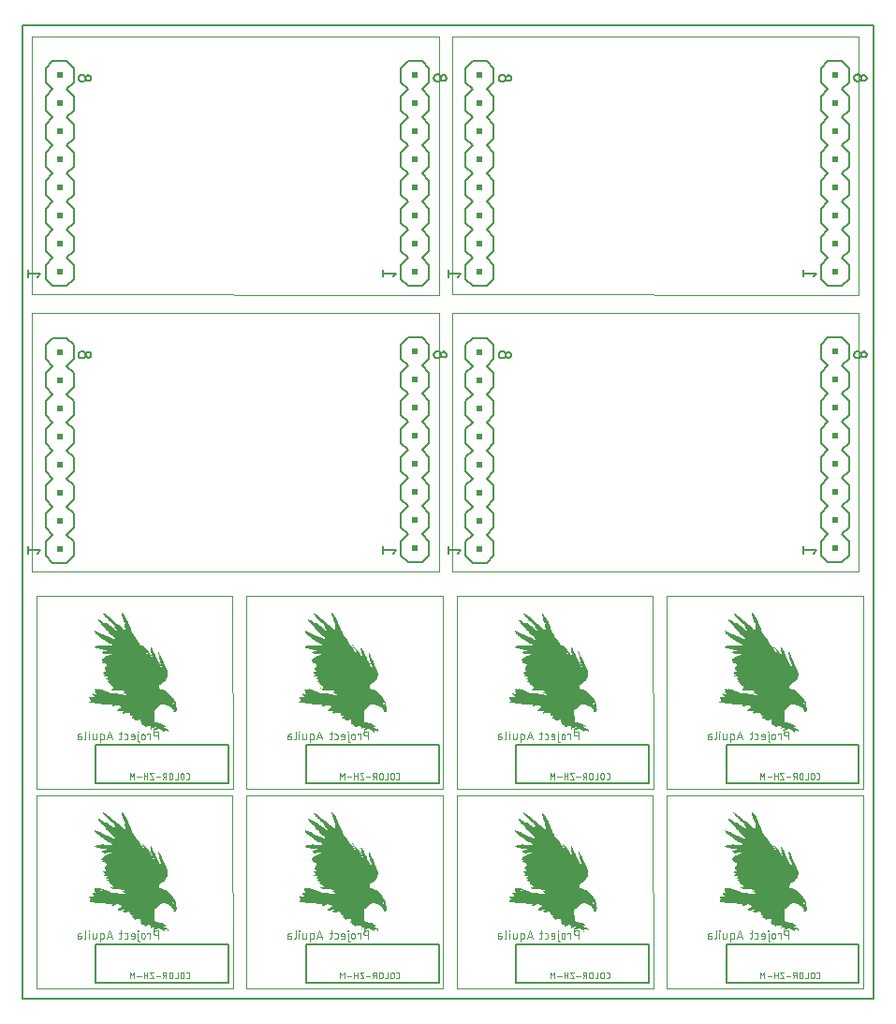
<source format=gbo>
G04 EAGLE Gerber X2 export*
%TF.Part,Single*%
%TF.FileFunction,Other,Silk bottom*%
%TF.FilePolarity,Positive*%
%TF.GenerationSoftware,Autodesk,EAGLE,9.1.1*%
%TF.CreationDate,2018-08-10T14:22:37Z*%
G75*
%MOMM*%
%FSLAX34Y34*%
%LPD*%
%AMOC8*
5,1,8,0,0,1.08239X$1,22.5*%
G01*
%ADD10C,0.152400*%
%ADD11C,0.000000*%
%ADD12C,0.076200*%
%ADD13C,0.127000*%
%ADD14R,0.508000X0.508000*%
%ADD15C,0.050800*%

G36*
X697523Y340392D02*
X697523Y340392D01*
X697552Y340389D01*
X697872Y340550D01*
X697874Y340554D01*
X697879Y340554D01*
X698137Y340721D01*
X698142Y340729D01*
X698150Y340731D01*
X698367Y340948D01*
X698370Y340957D01*
X698378Y340961D01*
X698545Y341219D01*
X698545Y341231D01*
X698553Y341238D01*
X698672Y341606D01*
X698669Y341619D01*
X698676Y341630D01*
X698676Y342016D01*
X698669Y342028D01*
X698672Y342040D01*
X698553Y342408D01*
X698545Y342416D01*
X698545Y342426D01*
X698121Y343109D01*
X698114Y343113D01*
X698113Y343121D01*
X697854Y343409D01*
X698122Y343275D01*
X698123Y343275D01*
X698124Y343274D01*
X699888Y342473D01*
X699907Y342474D01*
X699921Y342466D01*
X700081Y342466D01*
X700112Y342483D01*
X700137Y342489D01*
X700612Y342964D01*
X700703Y343025D01*
X700802Y343045D01*
X700901Y343025D01*
X700987Y342967D01*
X701264Y342614D01*
X701447Y342202D01*
X701516Y341743D01*
X701446Y341274D01*
X701447Y341271D01*
X701445Y341269D01*
X701460Y341236D01*
X701473Y341202D01*
X701475Y341201D01*
X701476Y341199D01*
X701496Y341197D01*
X701548Y341187D01*
X701553Y341192D01*
X701559Y341191D01*
X701879Y341351D01*
X701884Y341358D01*
X701891Y341358D01*
X702052Y341478D01*
X702059Y341492D01*
X702071Y341497D01*
X702183Y341664D01*
X702184Y341680D01*
X702194Y341689D01*
X702242Y341884D01*
X702239Y341896D01*
X702244Y341906D01*
X702229Y342353D01*
X702224Y342361D01*
X702227Y342369D01*
X702118Y342804D01*
X702111Y342811D01*
X702112Y342819D01*
X702086Y342873D01*
X701969Y343110D01*
X701969Y343111D01*
X701915Y343221D01*
X701907Y343227D01*
X701906Y343235D01*
X701621Y343592D01*
X701612Y343596D01*
X701609Y343604D01*
X701252Y343889D01*
X701242Y343891D01*
X701237Y343899D01*
X700545Y344227D01*
X700534Y344226D01*
X700527Y344233D01*
X699776Y344386D01*
X699285Y344486D01*
X698834Y344700D01*
X698194Y345020D01*
X698001Y345126D01*
X697852Y345274D01*
X697751Y345458D01*
X697708Y345646D01*
X697719Y345838D01*
X697783Y346020D01*
X697893Y346175D01*
X698058Y346294D01*
X698253Y346343D01*
X698455Y346315D01*
X698695Y346197D01*
X698896Y346020D01*
X698995Y345856D01*
X699028Y345671D01*
X698995Y345485D01*
X698890Y345311D01*
X698889Y345281D01*
X698881Y345252D01*
X698888Y345244D01*
X698888Y345234D01*
X698912Y345217D01*
X698933Y345195D01*
X698942Y345197D01*
X698952Y345191D01*
X698981Y345206D01*
X699014Y345214D01*
X699335Y345534D01*
X699337Y345542D01*
X699344Y345545D01*
X699475Y345734D01*
X699477Y345751D01*
X699487Y345760D01*
X699543Y345984D01*
X699539Y346000D01*
X699545Y346012D01*
X699518Y346241D01*
X699509Y346253D01*
X699511Y346266D01*
X699386Y346530D01*
X699375Y346537D01*
X699373Y346549D01*
X699178Y346766D01*
X699167Y346770D01*
X699162Y346779D01*
X698860Y346977D01*
X698850Y346978D01*
X698844Y346985D01*
X698505Y347108D01*
X698505Y347109D01*
X698174Y347228D01*
X697886Y347416D01*
X697090Y348212D01*
X697081Y348215D01*
X697077Y348222D01*
X696927Y348321D01*
X696916Y348322D01*
X696910Y348329D01*
X696741Y348390D01*
X696733Y348389D01*
X696727Y348394D01*
X694805Y348715D01*
X694236Y348823D01*
X693698Y349031D01*
X692577Y349511D01*
X692571Y349510D01*
X692567Y349514D01*
X692172Y349625D01*
X692166Y349623D01*
X692161Y349627D01*
X691754Y349677D01*
X691353Y349726D01*
X690969Y349834D01*
X690318Y350114D01*
X689705Y350466D01*
X689628Y350528D01*
X689579Y350589D01*
X689579Y352966D01*
X689578Y352968D01*
X689579Y352970D01*
X689499Y354660D01*
X689496Y354664D01*
X689498Y354668D01*
X689258Y356338D01*
X689258Y360772D01*
X689536Y360911D01*
X689538Y360914D01*
X689541Y360914D01*
X690133Y361271D01*
X690137Y361277D01*
X690143Y361278D01*
X690673Y361722D01*
X690674Y361726D01*
X690678Y361727D01*
X692919Y363968D01*
X693877Y364766D01*
X694994Y365564D01*
X695293Y365746D01*
X695616Y365875D01*
X696710Y366115D01*
X697829Y366168D01*
X698943Y366033D01*
X701216Y365434D01*
X703414Y364597D01*
X704074Y364231D01*
X704657Y363753D01*
X705149Y363176D01*
X706589Y361256D01*
X706903Y360784D01*
X707021Y360491D01*
X707060Y360180D01*
X707021Y359868D01*
X706903Y359575D01*
X706692Y359249D01*
X706434Y358949D01*
X706433Y358942D01*
X706427Y358939D01*
X706425Y358906D01*
X706418Y358873D01*
X706423Y358869D01*
X706423Y358862D01*
X706445Y358848D01*
X706474Y358820D01*
X706485Y358824D01*
X706494Y358818D01*
X707135Y358818D01*
X707140Y358821D01*
X707145Y358818D01*
X707806Y358900D01*
X707815Y358906D01*
X707825Y358905D01*
X708447Y359144D01*
X708454Y359153D01*
X708464Y359153D01*
X708874Y359443D01*
X708879Y359453D01*
X708889Y359456D01*
X709216Y359838D01*
X709218Y359849D01*
X709227Y359854D01*
X709450Y360305D01*
X709450Y360315D01*
X709456Y360321D01*
X709654Y361108D01*
X709652Y361116D01*
X709656Y361122D01*
X709710Y361933D01*
X709707Y361940D01*
X709710Y361947D01*
X709619Y362754D01*
X709614Y362760D01*
X709616Y362767D01*
X709301Y363842D01*
X709296Y363848D01*
X709296Y363855D01*
X708905Y364666D01*
X708904Y364667D01*
X708817Y364847D01*
X708817Y364977D01*
X708973Y365445D01*
X708972Y365451D01*
X708976Y365455D01*
X709133Y366261D01*
X709129Y366273D01*
X709134Y366282D01*
X709079Y367102D01*
X709073Y367111D01*
X709075Y367122D01*
X708813Y367900D01*
X708808Y367905D01*
X708809Y367910D01*
X708806Y367916D01*
X708767Y367995D01*
X708727Y368074D01*
X708688Y368153D01*
X708687Y368154D01*
X708648Y368233D01*
X708608Y368312D01*
X708168Y369193D01*
X708166Y369195D01*
X708166Y369197D01*
X707419Y370513D01*
X707416Y370515D01*
X707415Y370519D01*
X706559Y371767D01*
X706555Y371769D01*
X706555Y371773D01*
X704150Y374660D01*
X704145Y374662D01*
X704144Y374666D01*
X700777Y377872D01*
X700756Y377878D01*
X700740Y377892D01*
X700721Y377887D01*
X700702Y377892D01*
X700687Y377877D01*
X700666Y377871D01*
X700662Y377853D01*
X700646Y377838D01*
X700653Y377814D01*
X700647Y377790D01*
X700772Y377413D01*
X700745Y377413D01*
X699481Y378202D01*
X699477Y378202D01*
X699475Y378206D01*
X697552Y379169D01*
X697544Y379169D01*
X697540Y379174D01*
X695883Y379689D01*
X695877Y379687D01*
X695873Y379691D01*
X694169Y379976D01*
X694116Y379994D01*
X694084Y380026D01*
X694068Y380073D01*
X694018Y381745D01*
X694227Y383408D01*
X694285Y383577D01*
X694383Y383724D01*
X694517Y383843D01*
X696596Y385123D01*
X696596Y385124D01*
X696598Y385124D01*
X697790Y385917D01*
X697793Y385923D01*
X697799Y385925D01*
X698852Y386895D01*
X698854Y386901D01*
X698859Y386903D01*
X699989Y388282D01*
X699990Y388285D01*
X699991Y388285D01*
X699991Y388288D01*
X699995Y388290D01*
X700949Y389797D01*
X700949Y389804D01*
X700955Y389808D01*
X701513Y391131D01*
X701512Y391141D01*
X701518Y391147D01*
X701789Y392557D01*
X701786Y392566D01*
X701790Y392573D01*
X701763Y394009D01*
X701759Y394016D01*
X701762Y394024D01*
X701303Y396164D01*
X701298Y396170D01*
X701299Y396177D01*
X700475Y398205D01*
X700474Y398206D01*
X700474Y398208D01*
X698871Y401733D01*
X697429Y405419D01*
X697428Y405420D01*
X697428Y405421D01*
X696402Y407793D01*
X696399Y407795D01*
X696400Y407799D01*
X695181Y410075D01*
X694220Y411998D01*
X694218Y411999D01*
X694219Y412001D01*
X693607Y413119D01*
X693599Y413124D01*
X693598Y413133D01*
X692766Y414099D01*
X692738Y414109D01*
X692713Y414126D01*
X692704Y414122D01*
X692694Y414125D01*
X692670Y414107D01*
X692643Y414095D01*
X692642Y414085D01*
X692633Y414078D01*
X692638Y414045D01*
X692635Y414012D01*
X692656Y413969D01*
X692696Y413890D01*
X692736Y413810D01*
X692775Y413731D01*
X692953Y413376D01*
X693110Y412906D01*
X693750Y408745D01*
X693750Y408744D01*
X693750Y408743D01*
X694057Y407037D01*
X694060Y407033D01*
X694059Y407029D01*
X694554Y405367D01*
X694556Y405366D01*
X694555Y405364D01*
X695838Y401676D01*
X695838Y401675D01*
X696602Y399537D01*
X696580Y399537D01*
X695964Y400000D01*
X695119Y400798D01*
X694476Y401761D01*
X694064Y402852D01*
X693741Y403769D01*
X693735Y403774D01*
X693736Y403781D01*
X693256Y404627D01*
X693255Y404628D01*
X692252Y406325D01*
X691497Y408144D01*
X690442Y410779D01*
X690438Y410783D01*
X690438Y410788D01*
X689088Y413284D01*
X689087Y413284D01*
X689087Y413285D01*
X687866Y415475D01*
X686846Y417766D01*
X686837Y417773D01*
X686836Y417783D01*
X686805Y417823D01*
X686780Y417833D01*
X686766Y417850D01*
X686717Y417865D01*
X686692Y417859D01*
X686671Y417865D01*
X686622Y417850D01*
X686604Y417830D01*
X686583Y417823D01*
X686552Y417783D01*
X686550Y417774D01*
X686545Y417771D01*
X686545Y417764D01*
X686539Y417759D01*
X686379Y417279D01*
X686380Y417272D01*
X686376Y417266D01*
X686266Y416565D01*
X686270Y416556D01*
X686266Y416547D01*
X686320Y415840D01*
X686326Y415831D01*
X686323Y415822D01*
X686538Y415146D01*
X686546Y415139D01*
X686546Y415129D01*
X686666Y414931D01*
X686675Y414926D01*
X686678Y414916D01*
X686841Y414753D01*
X686852Y414750D01*
X686856Y414741D01*
X686899Y414715D01*
X686810Y414760D01*
X686789Y414759D01*
X686774Y414768D01*
X686454Y414768D01*
X686438Y414759D01*
X686419Y414760D01*
X686408Y414743D01*
X686387Y414731D01*
X686386Y414706D01*
X686375Y414689D01*
X686375Y414528D01*
X686377Y414524D01*
X686375Y414520D01*
X686496Y413372D01*
X686502Y413364D01*
X686500Y413356D01*
X686859Y412259D01*
X686861Y412258D01*
X686860Y412255D01*
X687320Y411076D01*
X687660Y409858D01*
X687660Y409857D01*
X687660Y409856D01*
X687857Y409198D01*
X687861Y409194D01*
X687860Y409188D01*
X688145Y408563D01*
X688147Y408561D01*
X688147Y408558D01*
X689269Y406474D01*
X690162Y404840D01*
X689878Y405124D01*
X688121Y407201D01*
X687172Y408675D01*
X687149Y408719D01*
X686944Y409115D01*
X686944Y409116D01*
X686903Y409195D01*
X686657Y409670D01*
X686616Y409749D01*
X686411Y410146D01*
X686370Y410225D01*
X686364Y410235D01*
X686364Y410236D01*
X686245Y410463D01*
X686121Y410700D01*
X686038Y410859D01*
X685913Y411097D01*
X685789Y411334D01*
X685789Y411335D01*
X685581Y411731D01*
X685456Y411968D01*
X685456Y411969D01*
X685332Y412206D01*
X685249Y412365D01*
X685124Y412602D01*
X685124Y412603D01*
X685000Y412840D01*
X684792Y413236D01*
X684792Y413237D01*
X684668Y413474D01*
X684600Y413603D01*
X684595Y413606D01*
X684595Y413611D01*
X683425Y415305D01*
X683419Y415307D01*
X683418Y415313D01*
X682023Y416827D01*
X682022Y416827D01*
X682022Y416829D01*
X680353Y418528D01*
X678819Y420351D01*
X678806Y420356D01*
X678800Y420367D01*
X678772Y420369D01*
X678747Y420378D01*
X678736Y420370D01*
X678723Y420371D01*
X678710Y420351D01*
X678685Y420332D01*
X678688Y420315D01*
X678679Y420300D01*
X678679Y420139D01*
X678689Y420121D01*
X678687Y420104D01*
X679008Y419463D01*
X679010Y419461D01*
X679010Y419459D01*
X681575Y414970D01*
X683659Y411249D01*
X683454Y411386D01*
X682847Y411884D01*
X682349Y412492D01*
X680265Y415376D01*
X680265Y415377D01*
X678982Y417141D01*
X676098Y421307D01*
X676098Y421308D01*
X673051Y425636D01*
X673047Y425637D01*
X673047Y425641D01*
X671445Y427563D01*
X670809Y428360D01*
X669405Y430982D01*
X668413Y433791D01*
X668066Y434853D01*
X668063Y434857D01*
X668063Y434861D01*
X667608Y435882D01*
X667608Y435883D01*
X664882Y441815D01*
X664882Y441816D01*
X664867Y441846D01*
X664792Y442004D01*
X664754Y442083D01*
X664754Y442084D01*
X664717Y442163D01*
X664679Y442242D01*
X664604Y442400D01*
X664604Y442401D01*
X664528Y442559D01*
X664453Y442717D01*
X664453Y442718D01*
X664378Y442876D01*
X664302Y443034D01*
X664302Y443035D01*
X664227Y443193D01*
X664152Y443351D01*
X664152Y443352D01*
X664076Y443510D01*
X664001Y443668D01*
X664001Y443669D01*
X663926Y443827D01*
X663850Y443985D01*
X663850Y443986D01*
X663775Y444144D01*
X663700Y444302D01*
X663700Y444303D01*
X663693Y444317D01*
X663689Y444320D01*
X663689Y444325D01*
X662240Y446685D01*
X662236Y446688D01*
X662236Y446692D01*
X660545Y448885D01*
X660534Y448890D01*
X660530Y448900D01*
X660494Y448927D01*
X660475Y448930D01*
X660463Y448942D01*
X660419Y448951D01*
X660401Y448946D01*
X660385Y448951D01*
X660341Y448942D01*
X660327Y448929D01*
X660310Y448927D01*
X660274Y448900D01*
X660268Y448886D01*
X660256Y448881D01*
X660156Y448730D01*
X660155Y448719D01*
X660147Y448713D01*
X660086Y448543D01*
X660088Y448532D01*
X660082Y448525D01*
X660020Y447964D01*
X660024Y447954D01*
X660020Y447946D01*
X660082Y447385D01*
X660086Y447379D01*
X660085Y447373D01*
X661047Y443845D01*
X662170Y439837D01*
X662174Y439832D01*
X662174Y439826D01*
X662206Y439754D01*
X662219Y439744D01*
X662222Y439730D01*
X662278Y439674D01*
X662294Y439670D01*
X662302Y439658D01*
X662374Y439626D01*
X662387Y439627D01*
X662397Y439619D01*
X662477Y439610D01*
X662487Y439614D01*
X662495Y439610D01*
X662573Y439619D01*
X662738Y439629D01*
X662885Y439584D01*
X663008Y439492D01*
X663092Y439364D01*
X663127Y439213D01*
X663097Y438904D01*
X662974Y438606D01*
X662846Y438298D01*
X662847Y438285D01*
X662840Y438275D01*
X662807Y437943D01*
X662812Y437933D01*
X662808Y437924D01*
X662969Y436802D01*
X662969Y436801D01*
X662969Y436800D01*
X663288Y434882D01*
X663288Y433205D01*
X663226Y433205D01*
X662925Y433355D01*
X661906Y433984D01*
X661016Y434787D01*
X658774Y437029D01*
X658769Y437030D01*
X658768Y437035D01*
X658004Y437650D01*
X657998Y437651D01*
X657996Y437656D01*
X657156Y438163D01*
X656571Y438520D01*
X656044Y438958D01*
X656043Y438958D01*
X653317Y441203D01*
X651235Y442965D01*
X649852Y444236D01*
X649848Y444237D01*
X649847Y444241D01*
X648347Y445372D01*
X646102Y447135D01*
X646101Y447136D01*
X646100Y447137D01*
X645345Y447695D01*
X645336Y447697D01*
X645332Y447703D01*
X644484Y448107D01*
X644475Y448106D01*
X644469Y448112D01*
X643828Y448272D01*
X643817Y448269D01*
X643809Y448274D01*
X643488Y448274D01*
X643474Y448267D01*
X643461Y448270D01*
X643385Y448242D01*
X643373Y448228D01*
X643356Y448224D01*
X643299Y448167D01*
X643294Y448148D01*
X643280Y448138D01*
X643253Y448062D01*
X643256Y448044D01*
X643248Y448030D01*
X643256Y447904D01*
X643265Y447891D01*
X643264Y447878D01*
X643265Y447877D01*
X643265Y447874D01*
X643321Y447761D01*
X643336Y447751D01*
X643341Y447736D01*
X643432Y447657D01*
X644548Y446382D01*
X644896Y445928D01*
X645182Y445430D01*
X645185Y445429D01*
X645185Y445426D01*
X645508Y444942D01*
X645518Y444937D01*
X645521Y444926D01*
X645959Y444544D01*
X645971Y444541D01*
X645977Y444532D01*
X646498Y444277D01*
X646845Y444095D01*
X647115Y443814D01*
X647783Y442969D01*
X647789Y442967D01*
X647790Y442962D01*
X648563Y442206D01*
X649165Y441610D01*
X649677Y440933D01*
X649678Y440933D01*
X649678Y440932D01*
X650034Y440481D01*
X650042Y440478D01*
X650044Y440470D01*
X650477Y440092D01*
X650485Y440090D01*
X650488Y440083D01*
X650983Y439790D01*
X650983Y439789D01*
X651641Y439409D01*
X652224Y438933D01*
X652722Y438369D01*
X652955Y437987D01*
X653112Y437569D01*
X653189Y437121D01*
X653193Y437116D01*
X653192Y437110D01*
X653217Y437032D01*
X653222Y437027D01*
X653222Y437020D01*
X653233Y437013D01*
X653236Y437000D01*
X653294Y436942D01*
X653314Y436936D01*
X653326Y436923D01*
X653404Y436898D01*
X653410Y436899D01*
X653415Y436895D01*
X654363Y436737D01*
X654370Y436733D01*
X654370Y436732D01*
X654356Y436724D01*
X654107Y436623D01*
X654099Y436614D01*
X654089Y436613D01*
X653870Y436449D01*
X653865Y436439D01*
X653855Y436435D01*
X653686Y436220D01*
X653684Y436206D01*
X653674Y436198D01*
X653597Y435989D01*
X653599Y435973D01*
X653592Y435961D01*
X653595Y435738D01*
X653603Y435724D01*
X653601Y435710D01*
X653684Y435503D01*
X653697Y435493D01*
X653699Y435479D01*
X653851Y435316D01*
X653856Y435314D01*
X653857Y435310D01*
X654369Y434868D01*
X654809Y434358D01*
X655927Y432921D01*
X655981Y432825D01*
X655998Y432725D01*
X655981Y432624D01*
X655931Y432535D01*
X655841Y432458D01*
X655731Y432417D01*
X655613Y432417D01*
X655503Y432458D01*
X655405Y432542D01*
X654926Y433021D01*
X654920Y433023D01*
X654918Y433028D01*
X652193Y435112D01*
X652192Y435112D01*
X652192Y435113D01*
X649788Y436876D01*
X646582Y439281D01*
X646577Y439282D01*
X646576Y439285D01*
X646269Y439474D01*
X646261Y439475D01*
X646257Y439481D01*
X645922Y439612D01*
X645912Y439610D01*
X645904Y439616D01*
X645664Y439651D01*
X645652Y439646D01*
X645641Y439651D01*
X645401Y439616D01*
X645390Y439608D01*
X645378Y439609D01*
X645307Y439576D01*
X645298Y439563D01*
X645285Y439560D01*
X645230Y439505D01*
X645225Y439490D01*
X645214Y439483D01*
X645180Y439414D01*
X645142Y439342D01*
X645089Y439300D01*
X645025Y439283D01*
X644954Y439294D01*
X644652Y439446D01*
X644017Y439921D01*
X642575Y441044D01*
X642569Y441044D01*
X642567Y441049D01*
X641400Y441756D01*
X641395Y441757D01*
X641392Y441761D01*
X640154Y442335D01*
X640151Y442335D01*
X640149Y442337D01*
X638866Y442819D01*
X638853Y442817D01*
X638843Y442824D01*
X638773Y442828D01*
X638750Y442817D01*
X638730Y442818D01*
X638669Y442785D01*
X638655Y442763D01*
X638637Y442753D01*
X638604Y442692D01*
X638604Y442667D01*
X638594Y442649D01*
X638599Y442579D01*
X638605Y442569D01*
X638603Y442559D01*
X638763Y442078D01*
X638766Y442075D01*
X638765Y442072D01*
X638950Y441643D01*
X638957Y441637D01*
X638958Y441628D01*
X639230Y441248D01*
X639238Y441244D01*
X639241Y441236D01*
X639587Y440922D01*
X641026Y439643D01*
X641791Y438726D01*
X642460Y437730D01*
X642463Y437728D01*
X642464Y437725D01*
X642815Y437275D01*
X642825Y437271D01*
X642828Y437262D01*
X643277Y436912D01*
X643357Y436840D01*
X643386Y436783D01*
X643399Y436755D01*
X643409Y436645D01*
X643410Y436644D01*
X643409Y436642D01*
X643417Y436579D01*
X643429Y436563D01*
X643429Y436546D01*
X643463Y436492D01*
X643481Y436483D01*
X643488Y436467D01*
X643542Y436433D01*
X643561Y436432D01*
X643575Y436421D01*
X643638Y436413D01*
X643642Y436415D01*
X643645Y436413D01*
X643807Y436406D01*
X643950Y436358D01*
X644078Y436271D01*
X644750Y435592D01*
X645346Y434845D01*
X645546Y434478D01*
X645655Y434067D01*
X645657Y434065D01*
X645656Y434063D01*
X645764Y433717D01*
X645775Y433707D01*
X645776Y433694D01*
X645989Y433400D01*
X645995Y433396D01*
X645997Y433390D01*
X646798Y432588D01*
X646802Y432587D01*
X646804Y432583D01*
X647028Y432399D01*
X647037Y432397D01*
X647041Y432390D01*
X647297Y432255D01*
X647639Y432061D01*
X647916Y431791D01*
X648176Y431416D01*
X648269Y431235D01*
X648310Y431156D01*
X648388Y431005D01*
X648389Y431004D01*
X648389Y431002D01*
X648730Y430399D01*
X648739Y430394D01*
X648740Y430385D01*
X649200Y429866D01*
X649208Y429864D01*
X649210Y429856D01*
X650653Y428734D01*
X650655Y428734D01*
X650655Y428733D01*
X652414Y427454D01*
X653367Y426501D01*
X653791Y425874D01*
X654109Y425184D01*
X654310Y424459D01*
X654308Y424426D01*
X654295Y424403D01*
X654272Y424390D01*
X654241Y424388D01*
X653778Y424541D01*
X652502Y425181D01*
X652499Y425181D01*
X652497Y425183D01*
X649130Y426625D01*
X649129Y426625D01*
X649128Y426626D01*
X646927Y427497D01*
X644805Y428547D01*
X640637Y430631D01*
X640633Y430631D01*
X640631Y430634D01*
X635661Y432558D01*
X635658Y432558D01*
X635656Y432560D01*
X635620Y432552D01*
X635584Y432547D01*
X635583Y432545D01*
X635581Y432544D01*
X635574Y432525D01*
X635553Y432477D01*
X635557Y432471D01*
X635555Y432465D01*
X635716Y431823D01*
X635719Y431820D01*
X635718Y431817D01*
X636199Y430375D01*
X636204Y430370D01*
X636204Y430363D01*
X636206Y430362D01*
X636205Y430360D01*
X636400Y430026D01*
X636410Y430020D01*
X636412Y430010D01*
X636685Y429737D01*
X636696Y429733D01*
X636701Y429724D01*
X637035Y429530D01*
X637037Y429530D01*
X637038Y429528D01*
X637798Y429120D01*
X638468Y428575D01*
X638468Y428574D01*
X639269Y427933D01*
X639270Y427933D01*
X639270Y427932D01*
X640713Y426811D01*
X641554Y426116D01*
X641560Y426115D01*
X641562Y426110D01*
X642483Y425523D01*
X643923Y424564D01*
X645363Y423443D01*
X646165Y422803D01*
X646168Y422803D01*
X646169Y422800D01*
X647003Y422230D01*
X647012Y422229D01*
X647016Y422223D01*
X647946Y421830D01*
X647950Y421830D01*
X647952Y421828D01*
X649392Y421348D01*
X650045Y421069D01*
X650657Y420716D01*
X651088Y420365D01*
X651435Y419938D01*
X651510Y419755D01*
X651509Y419561D01*
X651435Y419382D01*
X651296Y419243D01*
X651088Y419141D01*
X650854Y419096D01*
X648055Y419062D01*
X645257Y419257D01*
X645256Y419257D01*
X645255Y419257D01*
X642610Y419403D01*
X642606Y419401D01*
X642602Y419403D01*
X639957Y419257D01*
X639952Y419254D01*
X639948Y419256D01*
X637757Y418892D01*
X637753Y418889D01*
X637749Y418890D01*
X635611Y418291D01*
X635605Y418286D01*
X635597Y418286D01*
X635583Y418264D01*
X635556Y418237D01*
X635559Y418225D01*
X635553Y418215D01*
X635553Y418055D01*
X635556Y418048D01*
X635554Y418042D01*
X635595Y417789D01*
X635604Y417777D01*
X635603Y417765D01*
X635723Y417537D01*
X635734Y417530D01*
X635737Y417518D01*
X636024Y417232D01*
X636036Y417229D01*
X636041Y417219D01*
X636396Y417025D01*
X636406Y417025D01*
X636411Y417018D01*
X637121Y416806D01*
X637128Y416807D01*
X637132Y416803D01*
X637865Y416695D01*
X637866Y416695D01*
X638673Y416584D01*
X639457Y416376D01*
X640417Y416056D01*
X640420Y416056D01*
X640422Y416054D01*
X641213Y415843D01*
X641219Y415844D01*
X641223Y415841D01*
X642034Y415731D01*
X642841Y415623D01*
X643628Y415413D01*
X643628Y415414D01*
X643629Y415413D01*
X644104Y415295D01*
X644111Y415297D01*
X644116Y415293D01*
X644603Y415251D01*
X644607Y415253D01*
X644610Y415251D01*
X646366Y415251D01*
X646465Y415231D01*
X646543Y415179D01*
X646595Y415101D01*
X646614Y415007D01*
X646599Y414912D01*
X646555Y414824D01*
X646484Y414752D01*
X646104Y414521D01*
X645685Y414363D01*
X645238Y414285D01*
X643314Y413965D01*
X643306Y413959D01*
X643298Y413961D01*
X642497Y413640D01*
X642488Y413629D01*
X642475Y413627D01*
X642369Y413538D01*
X642363Y413523D01*
X642351Y413516D01*
X642284Y413395D01*
X642284Y413379D01*
X642275Y413368D01*
X642256Y413231D01*
X642262Y413216D01*
X642257Y413202D01*
X642289Y413068D01*
X642298Y413058D01*
X642298Y413045D01*
X642416Y412847D01*
X642426Y412841D01*
X642428Y412831D01*
X642592Y412667D01*
X642602Y412664D01*
X642607Y412655D01*
X642805Y412536D01*
X642806Y412536D01*
X643146Y412336D01*
X643434Y412065D01*
X643436Y412065D01*
X643436Y412063D01*
X643754Y411788D01*
X643767Y411785D01*
X643774Y411775D01*
X644161Y411609D01*
X644174Y411611D01*
X644184Y411603D01*
X644602Y411563D01*
X644609Y411566D01*
X644615Y411563D01*
X647180Y411723D01*
X647181Y411723D01*
X649262Y411884D01*
X650209Y411884D01*
X650337Y411843D01*
X650430Y411754D01*
X650475Y411634D01*
X650464Y411504D01*
X650371Y411320D01*
X650224Y411172D01*
X650032Y411075D01*
X646831Y410115D01*
X646828Y410112D01*
X646824Y410112D01*
X646056Y409796D01*
X646049Y409788D01*
X646040Y409787D01*
X645366Y409302D01*
X645365Y409301D01*
X645364Y409301D01*
X644084Y408341D01*
X642804Y407541D01*
X642802Y407537D01*
X642797Y407536D01*
X642406Y407227D01*
X642402Y407219D01*
X642395Y407216D01*
X642070Y406838D01*
X642068Y406829D01*
X642061Y406825D01*
X641816Y406391D01*
X641816Y406378D01*
X641808Y406370D01*
X641744Y406101D01*
X641749Y406085D01*
X641743Y406072D01*
X641781Y405798D01*
X641791Y405785D01*
X641790Y405770D01*
X641924Y405529D01*
X641938Y405520D01*
X641943Y405506D01*
X642155Y405329D01*
X642168Y405327D01*
X642174Y405318D01*
X642406Y405215D01*
X642415Y405216D01*
X642421Y405210D01*
X642663Y405154D01*
X642794Y405106D01*
X642883Y405017D01*
X642928Y404896D01*
X642925Y404748D01*
X642877Y404606D01*
X642782Y404475D01*
X642782Y404474D01*
X642570Y404179D01*
X642568Y404165D01*
X642559Y404156D01*
X642450Y403810D01*
X642454Y403793D01*
X642447Y403779D01*
X642453Y403714D01*
X642464Y403697D01*
X642464Y403680D01*
X642499Y403624D01*
X642517Y403614D01*
X642524Y403599D01*
X642580Y403564D01*
X642600Y403564D01*
X642614Y403553D01*
X642679Y403547D01*
X642683Y403549D01*
X642687Y403547D01*
X643329Y403554D01*
X643945Y403390D01*
X645221Y402912D01*
X645636Y402725D01*
X646003Y402463D01*
X646308Y402138D01*
X646343Y402062D01*
X646343Y401984D01*
X646303Y401899D01*
X646183Y401673D01*
X646183Y401659D01*
X646175Y401649D01*
X646133Y401395D01*
X646138Y401381D01*
X646133Y401369D01*
X646175Y401115D01*
X646184Y401104D01*
X646183Y401091D01*
X646304Y400864D01*
X646334Y400803D01*
X646349Y400774D01*
X646355Y400686D01*
X646327Y400604D01*
X646270Y400537D01*
X646181Y400492D01*
X645821Y400349D01*
X645815Y400341D01*
X645806Y400341D01*
X645481Y400124D01*
X645476Y400115D01*
X645468Y400113D01*
X645194Y399833D01*
X645192Y399824D01*
X645184Y399820D01*
X645003Y399527D01*
X645002Y399517D01*
X644995Y399511D01*
X644886Y399185D01*
X644888Y399174D01*
X644882Y399167D01*
X644851Y398826D01*
X644836Y398718D01*
X644793Y398630D01*
X644714Y398552D01*
X644713Y398551D01*
X644588Y398423D01*
X644584Y398408D01*
X644573Y398400D01*
X644500Y398237D01*
X644501Y398222D01*
X644493Y398210D01*
X644481Y398032D01*
X644488Y398018D01*
X644484Y398004D01*
X644534Y397833D01*
X644543Y397824D01*
X644543Y397812D01*
X644821Y397377D01*
X644829Y397373D01*
X644831Y397364D01*
X645195Y396998D01*
X645553Y396638D01*
X645821Y396218D01*
X645891Y395993D01*
X645889Y395758D01*
X645815Y395536D01*
X645676Y395347D01*
X645554Y395259D01*
X645412Y395212D01*
X645253Y395209D01*
X644615Y395253D01*
X644610Y395250D01*
X644605Y395253D01*
X643964Y395209D01*
X643955Y395204D01*
X643947Y395206D01*
X643756Y395150D01*
X643746Y395140D01*
X643734Y395140D01*
X643569Y395029D01*
X643563Y395017D01*
X643551Y395013D01*
X643426Y394859D01*
X643426Y394857D01*
X643426Y394854D01*
X643424Y394844D01*
X643414Y394836D01*
X643375Y394732D01*
X643378Y394716D01*
X643370Y394704D01*
X643370Y394593D01*
X643378Y394579D01*
X643375Y394565D01*
X643414Y394461D01*
X643424Y394452D01*
X643425Y394440D01*
X643635Y394168D01*
X643646Y394164D01*
X643649Y394154D01*
X643921Y393944D01*
X643924Y393944D01*
X643925Y393941D01*
X644879Y393305D01*
X645014Y393166D01*
X645040Y393116D01*
X645080Y393037D01*
X645100Y392996D01*
X645132Y392809D01*
X645106Y392621D01*
X645024Y392447D01*
X644890Y392284D01*
X644727Y392150D01*
X644094Y391833D01*
X644093Y391832D01*
X644092Y391832D01*
X643954Y391760D01*
X643947Y391748D01*
X643935Y391746D01*
X643825Y391636D01*
X643822Y391623D01*
X643811Y391617D01*
X643739Y391479D01*
X643739Y391460D01*
X643730Y391446D01*
X643726Y391377D01*
X643737Y391355D01*
X643736Y391334D01*
X643770Y391274D01*
X643791Y391261D01*
X643801Y391243D01*
X643861Y391209D01*
X643886Y391209D01*
X643904Y391199D01*
X643967Y391203D01*
X645403Y391043D01*
X645408Y391045D01*
X645412Y391043D01*
X646372Y391043D01*
X646643Y391034D01*
X646890Y390952D01*
X647103Y390804D01*
X647265Y390602D01*
X647332Y390419D01*
X647329Y390225D01*
X647257Y390046D01*
X647125Y389902D01*
X646766Y389700D01*
X646354Y389595D01*
X646353Y389594D01*
X646351Y389594D01*
X646177Y389542D01*
X646166Y389531D01*
X646152Y389530D01*
X646006Y389422D01*
X645999Y389407D01*
X645986Y389401D01*
X645939Y389327D01*
X645938Y389311D01*
X645935Y389310D01*
X645935Y389307D01*
X645928Y389299D01*
X645911Y389213D01*
X645917Y389197D01*
X645911Y389183D01*
X645928Y389097D01*
X645937Y389086D01*
X645936Y389074D01*
X645939Y389072D01*
X645939Y389069D01*
X645986Y388995D01*
X646001Y388988D01*
X646006Y388974D01*
X646298Y388757D01*
X646313Y388755D01*
X646323Y388745D01*
X646671Y388641D01*
X646675Y388642D01*
X646677Y388640D01*
X647073Y388554D01*
X647438Y388398D01*
X647766Y388175D01*
X648072Y387868D01*
X648102Y387806D01*
X648103Y387806D01*
X648109Y387793D01*
X648109Y387716D01*
X648074Y387645D01*
X647958Y387553D01*
X647800Y387511D01*
X647320Y387422D01*
X647310Y387414D01*
X647299Y387415D01*
X646860Y387195D01*
X646853Y387185D01*
X646842Y387183D01*
X646480Y386851D01*
X646480Y386850D01*
X646479Y386850D01*
X646468Y386814D01*
X646456Y386778D01*
X646457Y386777D01*
X646457Y386776D01*
X646466Y386766D01*
X646505Y386719D01*
X646511Y386720D01*
X646515Y386716D01*
X647794Y386396D01*
X648492Y386150D01*
X649127Y385779D01*
X649678Y385299D01*
X649706Y385248D01*
X649707Y385196D01*
X649684Y385149D01*
X649641Y385118D01*
X649575Y385109D01*
X648778Y385109D01*
X648759Y385098D01*
X648737Y385098D01*
X648727Y385081D01*
X648711Y385072D01*
X648710Y385050D01*
X648699Y385030D01*
X648708Y385015D01*
X648707Y384995D01*
X648729Y384981D01*
X648743Y384959D01*
X649478Y384591D01*
X648607Y384466D01*
X648591Y384455D01*
X648572Y384452D01*
X648563Y384433D01*
X648545Y384420D01*
X648547Y384400D01*
X648539Y384383D01*
X648550Y384367D01*
X648553Y384343D01*
X648574Y384334D01*
X648588Y384315D01*
X650508Y383514D01*
X651266Y383109D01*
X651928Y382569D01*
X652313Y382068D01*
X652548Y381483D01*
X652574Y381240D01*
X652531Y380999D01*
X652422Y380781D01*
X652257Y380603D01*
X652055Y380493D01*
X651825Y380460D01*
X650857Y380598D01*
X649928Y380936D01*
X649897Y380930D01*
X649865Y380931D01*
X649860Y380925D01*
X649852Y380923D01*
X649840Y380894D01*
X649822Y380867D01*
X649826Y380860D01*
X649822Y380852D01*
X649844Y380824D01*
X649860Y380793D01*
X650661Y380312D01*
X650666Y380312D01*
X650668Y380308D01*
X651519Y379903D01*
X651528Y379903D01*
X651533Y379898D01*
X652111Y379748D01*
X651651Y379656D01*
X650302Y379483D01*
X648939Y379497D01*
X648909Y379481D01*
X648877Y379469D01*
X648876Y379463D01*
X648871Y379460D01*
X648869Y379426D01*
X648863Y379393D01*
X648867Y379390D01*
X648867Y379384D01*
X648898Y379364D01*
X648927Y379340D01*
X650050Y379180D01*
X650053Y379181D01*
X650056Y379179D01*
X652621Y379019D01*
X652624Y379020D01*
X652626Y379019D01*
X656951Y379019D01*
X659439Y378872D01*
X658674Y378362D01*
X658664Y378342D01*
X658645Y378328D01*
X658647Y378310D01*
X658639Y378293D01*
X658651Y378274D01*
X658653Y378251D01*
X658668Y378244D01*
X658678Y378227D01*
X658705Y378228D01*
X658729Y378218D01*
X659848Y378377D01*
X660886Y378411D01*
X661900Y378220D01*
X662179Y378089D01*
X662408Y377884D01*
X662568Y377622D01*
X662646Y377328D01*
X662642Y377297D01*
X662627Y377273D01*
X662603Y377258D01*
X662562Y377253D01*
X661677Y377265D01*
X661668Y377260D01*
X661660Y377263D01*
X660787Y377092D01*
X660774Y377081D01*
X660760Y377081D01*
X660724Y377059D01*
X660713Y377039D01*
X660697Y377030D01*
X660676Y376993D01*
X660676Y376971D01*
X660666Y376955D01*
X660666Y376912D01*
X660677Y376893D01*
X660676Y376874D01*
X660697Y376837D01*
X660716Y376825D01*
X660724Y376808D01*
X660760Y376786D01*
X660775Y376785D01*
X660785Y376776D01*
X662223Y376456D01*
X662277Y376436D01*
X662310Y376403D01*
X662326Y376361D01*
X662323Y376333D01*
X662309Y376309D01*
X662286Y376295D01*
X662239Y376291D01*
X662237Y376290D01*
X662235Y376291D01*
X662190Y376284D01*
X662169Y376269D01*
X662149Y376266D01*
X662114Y376236D01*
X662105Y376212D01*
X662090Y376198D01*
X662077Y376154D01*
X662082Y376129D01*
X662077Y376109D01*
X662090Y376065D01*
X662108Y376047D01*
X662114Y376027D01*
X662149Y375997D01*
X662173Y375992D01*
X662190Y375979D01*
X662235Y375973D01*
X662241Y375975D01*
X662246Y375972D01*
X662401Y375972D01*
X663670Y375813D01*
X663721Y375795D01*
X663753Y375763D01*
X663768Y375721D01*
X663765Y375692D01*
X663750Y375668D01*
X663726Y375654D01*
X663684Y375649D01*
X663463Y375649D01*
X663454Y375644D01*
X663444Y375647D01*
X663226Y375593D01*
X663218Y375585D01*
X663208Y375586D01*
X663010Y375480D01*
X663002Y375468D01*
X662989Y375464D01*
X662983Y375438D01*
X662968Y375415D01*
X662974Y375403D01*
X662971Y375389D01*
X662988Y375373D01*
X663001Y375346D01*
X663019Y375344D01*
X663032Y375332D01*
X663828Y375173D01*
X664497Y374944D01*
X664865Y374694D01*
X659047Y375008D01*
X655044Y375648D01*
X653769Y375868D01*
X653765Y375866D01*
X653762Y375869D01*
X652473Y375970D01*
X651100Y376112D01*
X649762Y376448D01*
X647844Y377089D01*
X642234Y379172D01*
X642232Y379172D01*
X642231Y379173D01*
X640655Y379686D01*
X640649Y379685D01*
X640644Y379689D01*
X639013Y379977D01*
X638989Y379969D01*
X638964Y379970D01*
X638955Y379957D01*
X638940Y379952D01*
X638934Y379927D01*
X638920Y379907D01*
X638927Y379893D01*
X638923Y379877D01*
X638944Y379858D01*
X638957Y379832D01*
X643853Y376772D01*
X643826Y376772D01*
X641759Y377725D01*
X638074Y379648D01*
X638071Y379648D01*
X638070Y379650D01*
X637605Y379861D01*
X637596Y379860D01*
X637590Y379866D01*
X637092Y379976D01*
X637082Y379973D01*
X637075Y379978D01*
X636424Y379975D01*
X636414Y379969D01*
X636405Y379972D01*
X635774Y379815D01*
X635766Y379808D01*
X635757Y379809D01*
X635498Y379675D01*
X635492Y379667D01*
X635483Y379666D01*
X635260Y379479D01*
X635257Y379471D01*
X635256Y379470D01*
X635256Y379467D01*
X635253Y379460D01*
X635237Y379447D01*
X635241Y379428D01*
X635233Y379407D01*
X635248Y379386D01*
X635252Y379365D01*
X636693Y377779D01*
X636129Y377893D01*
X636120Y377890D01*
X636113Y377894D01*
X635472Y377894D01*
X635441Y377877D01*
X635409Y377863D01*
X635408Y377859D01*
X635405Y377857D01*
X635401Y377780D01*
X635426Y377729D01*
X635561Y377459D01*
X635565Y377456D01*
X635565Y377451D01*
X636104Y376611D01*
X636113Y376607D01*
X636115Y376598D01*
X636820Y375893D01*
X636830Y375890D01*
X636833Y375882D01*
X637668Y375347D01*
X637682Y375334D01*
X637683Y375330D01*
X637683Y375329D01*
X637398Y375329D01*
X635467Y375449D01*
X633563Y375808D01*
X633530Y375797D01*
X633497Y375790D01*
X633495Y375785D01*
X633490Y375784D01*
X633476Y375724D01*
X633471Y375711D01*
X633631Y375071D01*
X633636Y375066D01*
X633635Y375060D01*
X633800Y374662D01*
X633811Y374654D01*
X633813Y374642D01*
X634088Y374311D01*
X634101Y374306D01*
X634106Y374295D01*
X634467Y374061D01*
X634468Y374060D01*
X634469Y374059D01*
X635260Y373584D01*
X635341Y373495D01*
X635383Y373385D01*
X635383Y373267D01*
X635341Y373157D01*
X635260Y373067D01*
X634970Y372886D01*
X634649Y372762D01*
X633471Y372558D01*
X632272Y372603D01*
X630993Y372764D01*
X630982Y372759D01*
X630973Y372764D01*
X630909Y372756D01*
X630893Y372744D01*
X630877Y372744D01*
X630822Y372709D01*
X630813Y372692D01*
X630798Y372685D01*
X630763Y372630D01*
X630762Y372611D01*
X630751Y372598D01*
X630743Y372534D01*
X630749Y372520D01*
X630744Y372508D01*
X630876Y371856D01*
X630882Y371849D01*
X630881Y371840D01*
X631148Y371231D01*
X631148Y371230D01*
X631152Y371228D01*
X631155Y371225D01*
X631156Y371217D01*
X631546Y370678D01*
X631555Y370674D01*
X631557Y370665D01*
X632048Y370224D01*
X632063Y370208D01*
X632065Y370200D01*
X632063Y370191D01*
X632049Y370175D01*
X631707Y369884D01*
X631705Y369878D01*
X631699Y369876D01*
X631404Y369529D01*
X631400Y369510D01*
X631387Y369495D01*
X631393Y369476D01*
X631389Y369454D01*
X631407Y369436D01*
X631415Y369416D01*
X632047Y368910D01*
X631509Y368852D01*
X631501Y368846D01*
X631492Y368848D01*
X630932Y368660D01*
X630925Y368653D01*
X630917Y368653D01*
X630410Y368349D01*
X630405Y368340D01*
X630396Y368338D01*
X629967Y367933D01*
X629965Y367929D01*
X629961Y367927D01*
X629954Y367893D01*
X629943Y367859D01*
X629946Y367856D01*
X629945Y367852D01*
X629963Y367837D01*
X629994Y367801D01*
X630002Y367802D01*
X630008Y367797D01*
X631932Y367476D01*
X631935Y367477D01*
X631937Y367475D01*
X633856Y367276D01*
X633861Y367278D01*
X633866Y367276D01*
X635598Y367311D01*
X634935Y366649D01*
X634932Y366638D01*
X634922Y366632D01*
X634922Y366603D01*
X634914Y366575D01*
X634922Y366566D01*
X634922Y366555D01*
X634943Y366542D01*
X634966Y366518D01*
X634981Y366521D01*
X634995Y366514D01*
X638518Y366674D01*
X640045Y366628D01*
X641550Y366354D01*
X641551Y366354D01*
X642513Y366194D01*
X642518Y366196D01*
X642520Y366195D01*
X642522Y366193D01*
X649576Y365872D01*
X649578Y365873D01*
X649580Y365872D01*
X651715Y365872D01*
X651590Y365498D01*
X651386Y365008D01*
X651116Y364550D01*
X650796Y364071D01*
X650795Y364060D01*
X650787Y364053D01*
X650792Y364024D01*
X650790Y363994D01*
X650799Y363988D01*
X650800Y363977D01*
X650824Y363969D01*
X650852Y363948D01*
X650865Y363955D01*
X650879Y363950D01*
X652323Y364271D01*
X652326Y364273D01*
X652329Y364272D01*
X654413Y364914D01*
X655239Y365164D01*
X656088Y365270D01*
X656943Y365231D01*
X658154Y364941D01*
X659279Y364405D01*
X660173Y363720D01*
X659324Y363297D01*
X659322Y363294D01*
X659318Y363294D01*
X658004Y362511D01*
X658001Y362505D01*
X657995Y362504D01*
X656811Y361535D01*
X656808Y361528D01*
X656802Y361527D01*
X655774Y360393D01*
X655770Y360373D01*
X655756Y360358D01*
X655762Y360338D01*
X655757Y360318D01*
X655771Y360304D01*
X655777Y360284D01*
X655795Y360280D01*
X655811Y360264D01*
X655835Y360270D01*
X655858Y360265D01*
X656555Y360498D01*
X655932Y359749D01*
X655931Y359743D01*
X655926Y359740D01*
X655924Y359706D01*
X655918Y359673D01*
X655922Y359669D01*
X655922Y359663D01*
X655943Y359650D01*
X655975Y359621D01*
X655984Y359624D01*
X655993Y359619D01*
X656474Y359619D01*
X656479Y359622D01*
X656484Y359619D01*
X656814Y359660D01*
X656823Y359667D01*
X656833Y359665D01*
X657144Y359785D01*
X657144Y359786D01*
X657145Y359786D01*
X657681Y360003D01*
X658121Y360079D01*
X658002Y359723D01*
X658009Y359686D01*
X658014Y359650D01*
X658016Y359649D01*
X658016Y359647D01*
X658088Y359620D01*
X658090Y359621D01*
X658093Y359620D01*
X658894Y359781D01*
X658895Y359783D01*
X658897Y359782D01*
X660179Y360103D01*
X661519Y360381D01*
X662571Y360412D01*
X661725Y359928D01*
X661722Y359924D01*
X661718Y359923D01*
X660930Y359358D01*
X660926Y359349D01*
X660918Y359347D01*
X660263Y358630D01*
X660263Y358627D01*
X660262Y358627D01*
X660262Y358626D01*
X660259Y358610D01*
X660245Y358595D01*
X660251Y358576D01*
X660246Y358555D01*
X660260Y358541D01*
X660266Y358521D01*
X660284Y358517D01*
X660300Y358501D01*
X660323Y358507D01*
X660347Y358502D01*
X662016Y359058D01*
X661542Y358466D01*
X661541Y358462D01*
X661538Y358460D01*
X661217Y357979D01*
X661216Y357970D01*
X661209Y357964D01*
X661213Y357933D01*
X661211Y357902D01*
X661218Y357897D01*
X661219Y357888D01*
X661243Y357878D01*
X661273Y357856D01*
X661285Y357862D01*
X661297Y357857D01*
X663060Y358178D01*
X666100Y358658D01*
X666587Y358666D01*
X667058Y358561D01*
X667491Y358350D01*
X667746Y358122D01*
X667914Y357827D01*
X667981Y357494D01*
X667938Y357144D01*
X667939Y357143D01*
X667938Y357143D01*
X667902Y356816D01*
X667908Y356801D01*
X667904Y356789D01*
X667980Y356468D01*
X667990Y356457D01*
X667990Y356443D01*
X668170Y356167D01*
X668183Y356160D01*
X668188Y356147D01*
X668450Y355948D01*
X668463Y355946D01*
X668470Y355937D01*
X669404Y355583D01*
X669414Y355585D01*
X669422Y355579D01*
X670301Y355466D01*
X669389Y353641D01*
X669390Y353615D01*
X669383Y353589D01*
X669392Y353580D01*
X669393Y353564D01*
X669423Y353547D01*
X669441Y353529D01*
X671304Y353064D01*
X671304Y352164D01*
X671313Y352148D01*
X671312Y352131D01*
X671312Y352129D01*
X671329Y352118D01*
X671341Y352097D01*
X671366Y352096D01*
X671383Y352085D01*
X672188Y352085D01*
X671802Y351570D01*
X671800Y351559D01*
X671792Y351553D01*
X671795Y351523D01*
X671791Y351493D01*
X671799Y351487D01*
X671800Y351476D01*
X671823Y351467D01*
X671851Y351444D01*
X671864Y351449D01*
X671877Y351444D01*
X673959Y351764D01*
X677153Y352084D01*
X677188Y352078D01*
X677213Y352062D01*
X677229Y352037D01*
X677236Y351997D01*
X677236Y351202D01*
X677237Y351199D01*
X677236Y351196D01*
X677261Y350852D01*
X677267Y350843D01*
X677265Y350833D01*
X677374Y350505D01*
X677383Y350498D01*
X677383Y350488D01*
X677569Y350197D01*
X677578Y350193D01*
X677580Y350184D01*
X677840Y349924D01*
X676943Y349179D01*
X676916Y349107D01*
X676962Y349046D01*
X676966Y349046D01*
X676969Y349043D01*
X677810Y348762D01*
X677420Y348372D01*
X677419Y348368D01*
X677414Y348366D01*
X677408Y348331D01*
X677399Y348298D01*
X677402Y348294D01*
X677401Y348290D01*
X677420Y348275D01*
X677451Y348241D01*
X677459Y348243D01*
X677466Y348237D01*
X678735Y348079D01*
X678891Y348001D01*
X677926Y347587D01*
X677915Y347573D01*
X677899Y347568D01*
X677893Y347545D01*
X677879Y347526D01*
X677885Y347510D01*
X677880Y347493D01*
X677896Y347479D01*
X677906Y347454D01*
X677926Y347451D01*
X677941Y347436D01*
X678742Y347276D01*
X678746Y347277D01*
X678748Y347275D01*
X680018Y347117D01*
X680256Y346998D01*
X679970Y346427D01*
X679970Y346425D01*
X679968Y346424D01*
X679972Y346387D01*
X679974Y346350D01*
X679976Y346349D01*
X679976Y346347D01*
X679993Y346339D01*
X680041Y346313D01*
X680046Y346316D01*
X680052Y346314D01*
X681024Y346453D01*
X680939Y346282D01*
X679990Y345491D01*
X679983Y345472D01*
X679968Y345460D01*
X679970Y345439D01*
X679963Y345419D01*
X679974Y345403D01*
X679977Y345384D01*
X679995Y345376D01*
X680009Y345357D01*
X680032Y345361D01*
X680054Y345352D01*
X681015Y345512D01*
X681018Y345514D01*
X681021Y345513D01*
X682148Y345785D01*
X682152Y345790D01*
X682158Y345788D01*
X683235Y346219D01*
X683239Y346224D01*
X683245Y346224D01*
X684249Y346804D01*
X684252Y346810D01*
X684259Y346811D01*
X684935Y347352D01*
X684940Y347341D01*
X684939Y347320D01*
X684951Y347312D01*
X684954Y347298D01*
X686238Y346015D01*
X686242Y346014D01*
X686244Y346010D01*
X686468Y345826D01*
X686477Y345824D01*
X686481Y345817D01*
X686678Y345712D01*
X686539Y345295D01*
X686540Y345289D01*
X686536Y345285D01*
X686429Y344743D01*
X686433Y344732D01*
X686428Y344723D01*
X686460Y344172D01*
X686466Y344162D01*
X686464Y344152D01*
X686634Y343626D01*
X686642Y343618D01*
X686643Y343608D01*
X686939Y343142D01*
X686950Y343136D01*
X686952Y343126D01*
X687357Y342750D01*
X687368Y342747D01*
X687373Y342738D01*
X687859Y342475D01*
X687888Y342476D01*
X687915Y342468D01*
X687924Y342476D01*
X687936Y342476D01*
X687951Y342501D01*
X687972Y342520D01*
X687969Y342531D01*
X687976Y342542D01*
X687960Y342570D01*
X687953Y342601D01*
X687475Y343078D01*
X687257Y343378D01*
X687144Y343725D01*
X687144Y344090D01*
X687257Y344437D01*
X687455Y344710D01*
X689018Y344710D01*
X689049Y344727D01*
X689074Y344733D01*
X689235Y344894D01*
X689236Y344898D01*
X689240Y344899D01*
X690039Y345857D01*
X690186Y346001D01*
X690365Y346074D01*
X690558Y346075D01*
X690743Y346001D01*
X691286Y345594D01*
X690418Y345016D01*
X690416Y345012D01*
X690412Y345011D01*
X689883Y344578D01*
X689880Y344569D01*
X689872Y344566D01*
X689439Y344037D01*
X689437Y344028D01*
X689430Y344024D01*
X689144Y343475D01*
X689144Y343465D01*
X689138Y343459D01*
X688974Y342863D01*
X688977Y342853D01*
X688972Y342846D01*
X688939Y342228D01*
X688944Y342218D01*
X688940Y342209D01*
X689010Y341848D01*
X689018Y341838D01*
X689017Y341827D01*
X689045Y341772D01*
X689085Y341693D01*
X689124Y341614D01*
X689164Y341534D01*
X689182Y341499D01*
X689192Y341492D01*
X689194Y341481D01*
X689441Y341209D01*
X689451Y341205D01*
X689455Y341197D01*
X689987Y340826D01*
X689995Y340826D01*
X689999Y340820D01*
X690589Y340549D01*
X690615Y340551D01*
X690640Y340544D01*
X690651Y340554D01*
X690666Y340555D01*
X690678Y340578D01*
X690697Y340596D01*
X690694Y340609D01*
X690701Y340623D01*
X690685Y340648D01*
X690678Y340677D01*
X690041Y341314D01*
X689865Y341557D01*
X689774Y341836D01*
X689774Y342131D01*
X689865Y342410D01*
X690021Y342626D01*
X691103Y342626D01*
X691134Y342643D01*
X691159Y342649D01*
X691637Y343127D01*
X692222Y343592D01*
X692892Y343912D01*
X693352Y344015D01*
X693824Y344015D01*
X694283Y343912D01*
X694526Y343791D01*
X694732Y343612D01*
X695208Y342978D01*
X695251Y342959D01*
X695271Y342947D01*
X695889Y342947D01*
X697311Y341997D01*
X697786Y341681D01*
X697900Y341571D01*
X697963Y341434D01*
X697972Y341284D01*
X697925Y341136D01*
X697717Y340811D01*
X697456Y340512D01*
X697451Y340488D01*
X697437Y340467D01*
X697444Y340452D01*
X697440Y340437D01*
X697458Y340419D01*
X697468Y340397D01*
X697483Y340395D01*
X697496Y340383D01*
X697523Y340392D01*
G37*
G36*
X507523Y340392D02*
X507523Y340392D01*
X507552Y340389D01*
X507872Y340550D01*
X507874Y340554D01*
X507879Y340554D01*
X508137Y340721D01*
X508142Y340729D01*
X508150Y340731D01*
X508367Y340948D01*
X508370Y340957D01*
X508378Y340961D01*
X508545Y341219D01*
X508545Y341231D01*
X508553Y341238D01*
X508672Y341606D01*
X508669Y341619D01*
X508676Y341630D01*
X508676Y342016D01*
X508669Y342028D01*
X508672Y342040D01*
X508553Y342408D01*
X508545Y342416D01*
X508545Y342426D01*
X508121Y343109D01*
X508114Y343113D01*
X508113Y343121D01*
X507854Y343409D01*
X508122Y343275D01*
X508123Y343275D01*
X508124Y343274D01*
X509888Y342473D01*
X509907Y342474D01*
X509921Y342466D01*
X510081Y342466D01*
X510112Y342483D01*
X510137Y342489D01*
X510612Y342964D01*
X510703Y343025D01*
X510802Y343045D01*
X510901Y343025D01*
X510987Y342967D01*
X511264Y342614D01*
X511447Y342202D01*
X511516Y341743D01*
X511446Y341274D01*
X511447Y341271D01*
X511445Y341269D01*
X511460Y341236D01*
X511473Y341202D01*
X511475Y341201D01*
X511476Y341199D01*
X511496Y341197D01*
X511548Y341187D01*
X511553Y341192D01*
X511559Y341191D01*
X511879Y341351D01*
X511884Y341358D01*
X511891Y341358D01*
X512052Y341478D01*
X512059Y341492D01*
X512071Y341497D01*
X512183Y341664D01*
X512184Y341680D01*
X512194Y341689D01*
X512242Y341884D01*
X512239Y341896D01*
X512244Y341906D01*
X512229Y342353D01*
X512224Y342361D01*
X512227Y342369D01*
X512118Y342804D01*
X512111Y342811D01*
X512112Y342819D01*
X512086Y342873D01*
X511969Y343110D01*
X511969Y343111D01*
X511915Y343221D01*
X511907Y343227D01*
X511906Y343235D01*
X511621Y343592D01*
X511612Y343596D01*
X511609Y343604D01*
X511252Y343889D01*
X511242Y343891D01*
X511237Y343899D01*
X510545Y344227D01*
X510534Y344226D01*
X510527Y344233D01*
X509776Y344386D01*
X509285Y344486D01*
X508834Y344700D01*
X508194Y345020D01*
X508001Y345126D01*
X507852Y345274D01*
X507751Y345458D01*
X507708Y345646D01*
X507719Y345838D01*
X507783Y346020D01*
X507893Y346175D01*
X508058Y346294D01*
X508253Y346343D01*
X508455Y346315D01*
X508695Y346197D01*
X508896Y346020D01*
X508995Y345856D01*
X509028Y345671D01*
X508995Y345485D01*
X508890Y345311D01*
X508889Y345281D01*
X508881Y345252D01*
X508888Y345244D01*
X508888Y345234D01*
X508912Y345217D01*
X508933Y345195D01*
X508942Y345197D01*
X508952Y345191D01*
X508981Y345206D01*
X509014Y345214D01*
X509335Y345534D01*
X509337Y345542D01*
X509344Y345545D01*
X509475Y345734D01*
X509477Y345751D01*
X509487Y345760D01*
X509543Y345984D01*
X509539Y346000D01*
X509545Y346012D01*
X509518Y346241D01*
X509509Y346253D01*
X509511Y346266D01*
X509386Y346530D01*
X509375Y346537D01*
X509373Y346549D01*
X509178Y346766D01*
X509167Y346770D01*
X509162Y346779D01*
X508860Y346977D01*
X508850Y346978D01*
X508844Y346985D01*
X508505Y347108D01*
X508505Y347109D01*
X508174Y347228D01*
X507886Y347416D01*
X507090Y348212D01*
X507081Y348215D01*
X507077Y348222D01*
X506927Y348321D01*
X506916Y348322D01*
X506910Y348329D01*
X506741Y348390D01*
X506733Y348389D01*
X506727Y348394D01*
X504805Y348715D01*
X504236Y348823D01*
X503698Y349031D01*
X502577Y349511D01*
X502571Y349510D01*
X502567Y349514D01*
X502172Y349625D01*
X502166Y349623D01*
X502161Y349627D01*
X501754Y349677D01*
X501353Y349726D01*
X500969Y349834D01*
X500318Y350114D01*
X499705Y350466D01*
X499628Y350528D01*
X499579Y350589D01*
X499579Y352966D01*
X499578Y352968D01*
X499579Y352970D01*
X499499Y354660D01*
X499496Y354664D01*
X499498Y354668D01*
X499258Y356338D01*
X499258Y360772D01*
X499536Y360911D01*
X499538Y360914D01*
X499541Y360914D01*
X500133Y361271D01*
X500137Y361277D01*
X500143Y361278D01*
X500673Y361722D01*
X500674Y361726D01*
X500678Y361727D01*
X502919Y363968D01*
X503877Y364766D01*
X504994Y365564D01*
X505293Y365746D01*
X505616Y365875D01*
X506710Y366115D01*
X507829Y366168D01*
X508943Y366033D01*
X511216Y365434D01*
X513414Y364597D01*
X514074Y364231D01*
X514657Y363753D01*
X515149Y363176D01*
X516589Y361256D01*
X516903Y360784D01*
X517021Y360491D01*
X517060Y360180D01*
X517021Y359868D01*
X516903Y359575D01*
X516692Y359249D01*
X516434Y358949D01*
X516433Y358942D01*
X516427Y358939D01*
X516425Y358906D01*
X516418Y358873D01*
X516423Y358869D01*
X516423Y358862D01*
X516445Y358848D01*
X516474Y358820D01*
X516485Y358824D01*
X516494Y358818D01*
X517135Y358818D01*
X517140Y358821D01*
X517145Y358818D01*
X517806Y358900D01*
X517815Y358906D01*
X517825Y358905D01*
X518447Y359144D01*
X518454Y359153D01*
X518464Y359153D01*
X518874Y359443D01*
X518879Y359453D01*
X518889Y359456D01*
X519216Y359838D01*
X519218Y359849D01*
X519227Y359854D01*
X519450Y360305D01*
X519450Y360315D01*
X519456Y360321D01*
X519654Y361108D01*
X519652Y361116D01*
X519656Y361122D01*
X519710Y361933D01*
X519707Y361940D01*
X519710Y361947D01*
X519619Y362754D01*
X519614Y362760D01*
X519616Y362767D01*
X519301Y363842D01*
X519296Y363848D01*
X519296Y363855D01*
X518905Y364666D01*
X518904Y364667D01*
X518817Y364847D01*
X518817Y364977D01*
X518973Y365445D01*
X518972Y365451D01*
X518976Y365455D01*
X519133Y366261D01*
X519129Y366273D01*
X519134Y366282D01*
X519079Y367102D01*
X519073Y367111D01*
X519075Y367122D01*
X518813Y367900D01*
X518808Y367905D01*
X518809Y367910D01*
X518806Y367916D01*
X518767Y367995D01*
X518727Y368074D01*
X518688Y368153D01*
X518687Y368154D01*
X518648Y368233D01*
X518608Y368312D01*
X518168Y369193D01*
X518166Y369195D01*
X518166Y369197D01*
X517419Y370513D01*
X517416Y370515D01*
X517415Y370519D01*
X516559Y371767D01*
X516555Y371769D01*
X516555Y371773D01*
X514150Y374660D01*
X514145Y374662D01*
X514144Y374666D01*
X510777Y377872D01*
X510756Y377878D01*
X510740Y377892D01*
X510721Y377887D01*
X510702Y377892D01*
X510687Y377877D01*
X510666Y377871D01*
X510662Y377853D01*
X510646Y377838D01*
X510653Y377814D01*
X510647Y377790D01*
X510772Y377413D01*
X510745Y377413D01*
X509481Y378202D01*
X509477Y378202D01*
X509475Y378206D01*
X507552Y379169D01*
X507544Y379169D01*
X507540Y379174D01*
X505883Y379689D01*
X505877Y379687D01*
X505873Y379691D01*
X504169Y379976D01*
X504116Y379994D01*
X504084Y380026D01*
X504068Y380073D01*
X504018Y381745D01*
X504227Y383408D01*
X504285Y383577D01*
X504383Y383724D01*
X504517Y383843D01*
X506596Y385123D01*
X506596Y385124D01*
X506598Y385124D01*
X507790Y385917D01*
X507793Y385923D01*
X507799Y385925D01*
X508852Y386895D01*
X508854Y386901D01*
X508859Y386903D01*
X509989Y388282D01*
X509990Y388285D01*
X509991Y388285D01*
X509991Y388288D01*
X509995Y388290D01*
X510949Y389797D01*
X510949Y389804D01*
X510955Y389808D01*
X511513Y391131D01*
X511512Y391141D01*
X511518Y391147D01*
X511789Y392557D01*
X511786Y392566D01*
X511790Y392573D01*
X511763Y394009D01*
X511759Y394016D01*
X511762Y394024D01*
X511303Y396164D01*
X511298Y396170D01*
X511299Y396177D01*
X510475Y398205D01*
X510474Y398206D01*
X510474Y398208D01*
X508871Y401733D01*
X507429Y405419D01*
X507428Y405420D01*
X507428Y405421D01*
X506402Y407793D01*
X506399Y407795D01*
X506400Y407799D01*
X505181Y410075D01*
X504220Y411998D01*
X504218Y411999D01*
X504219Y412001D01*
X503607Y413119D01*
X503599Y413124D01*
X503598Y413133D01*
X502766Y414099D01*
X502738Y414109D01*
X502713Y414126D01*
X502704Y414122D01*
X502694Y414125D01*
X502670Y414107D01*
X502643Y414095D01*
X502642Y414085D01*
X502633Y414078D01*
X502638Y414045D01*
X502635Y414012D01*
X502656Y413969D01*
X502696Y413890D01*
X502736Y413810D01*
X502775Y413731D01*
X502953Y413376D01*
X503110Y412906D01*
X503750Y408745D01*
X503750Y408744D01*
X503750Y408743D01*
X504057Y407037D01*
X504060Y407033D01*
X504059Y407029D01*
X504554Y405367D01*
X504556Y405366D01*
X504555Y405364D01*
X505838Y401676D01*
X505838Y401675D01*
X506602Y399537D01*
X506580Y399537D01*
X505964Y400000D01*
X505119Y400798D01*
X504476Y401761D01*
X504064Y402852D01*
X503741Y403769D01*
X503735Y403774D01*
X503736Y403781D01*
X503256Y404627D01*
X503255Y404628D01*
X502252Y406325D01*
X501497Y408144D01*
X500442Y410779D01*
X500438Y410783D01*
X500438Y410788D01*
X499088Y413284D01*
X499087Y413284D01*
X499087Y413285D01*
X497866Y415475D01*
X496846Y417766D01*
X496837Y417773D01*
X496836Y417783D01*
X496805Y417823D01*
X496780Y417833D01*
X496766Y417850D01*
X496717Y417865D01*
X496692Y417859D01*
X496671Y417865D01*
X496622Y417850D01*
X496604Y417830D01*
X496583Y417823D01*
X496552Y417783D01*
X496550Y417774D01*
X496545Y417771D01*
X496545Y417764D01*
X496539Y417759D01*
X496379Y417279D01*
X496380Y417272D01*
X496376Y417266D01*
X496266Y416565D01*
X496270Y416556D01*
X496266Y416547D01*
X496320Y415840D01*
X496326Y415831D01*
X496323Y415822D01*
X496538Y415146D01*
X496546Y415139D01*
X496546Y415129D01*
X496666Y414931D01*
X496675Y414926D01*
X496678Y414916D01*
X496841Y414753D01*
X496852Y414750D01*
X496856Y414741D01*
X496899Y414715D01*
X496810Y414760D01*
X496789Y414759D01*
X496774Y414768D01*
X496454Y414768D01*
X496438Y414759D01*
X496419Y414760D01*
X496408Y414743D01*
X496387Y414731D01*
X496386Y414706D01*
X496375Y414689D01*
X496375Y414528D01*
X496377Y414524D01*
X496375Y414520D01*
X496496Y413372D01*
X496502Y413364D01*
X496500Y413356D01*
X496859Y412259D01*
X496861Y412258D01*
X496860Y412255D01*
X497320Y411076D01*
X497660Y409858D01*
X497660Y409857D01*
X497660Y409856D01*
X497857Y409198D01*
X497861Y409194D01*
X497860Y409188D01*
X498145Y408563D01*
X498147Y408561D01*
X498147Y408558D01*
X499269Y406474D01*
X500162Y404840D01*
X499878Y405124D01*
X498121Y407201D01*
X497172Y408675D01*
X497149Y408719D01*
X496944Y409115D01*
X496944Y409116D01*
X496903Y409195D01*
X496657Y409670D01*
X496616Y409749D01*
X496411Y410146D01*
X496370Y410225D01*
X496364Y410235D01*
X496364Y410236D01*
X496245Y410463D01*
X496121Y410700D01*
X496038Y410859D01*
X495913Y411097D01*
X495789Y411334D01*
X495789Y411335D01*
X495581Y411731D01*
X495456Y411968D01*
X495456Y411969D01*
X495332Y412206D01*
X495249Y412365D01*
X495124Y412602D01*
X495124Y412603D01*
X495000Y412840D01*
X494792Y413236D01*
X494792Y413237D01*
X494668Y413474D01*
X494600Y413603D01*
X494595Y413606D01*
X494595Y413611D01*
X493425Y415305D01*
X493419Y415307D01*
X493418Y415313D01*
X492023Y416827D01*
X492022Y416827D01*
X492022Y416829D01*
X490353Y418528D01*
X488819Y420351D01*
X488806Y420356D01*
X488800Y420367D01*
X488772Y420369D01*
X488747Y420378D01*
X488736Y420370D01*
X488723Y420371D01*
X488710Y420351D01*
X488685Y420332D01*
X488688Y420315D01*
X488679Y420300D01*
X488679Y420139D01*
X488689Y420121D01*
X488687Y420104D01*
X489008Y419463D01*
X489010Y419461D01*
X489010Y419459D01*
X491575Y414970D01*
X493659Y411249D01*
X493454Y411386D01*
X492847Y411884D01*
X492349Y412492D01*
X490265Y415376D01*
X490265Y415377D01*
X488982Y417141D01*
X486098Y421307D01*
X486098Y421308D01*
X483051Y425636D01*
X483047Y425637D01*
X483047Y425641D01*
X481445Y427563D01*
X480809Y428360D01*
X479405Y430982D01*
X478413Y433791D01*
X478066Y434853D01*
X478063Y434857D01*
X478063Y434861D01*
X477608Y435882D01*
X477608Y435883D01*
X474882Y441815D01*
X474882Y441816D01*
X474867Y441846D01*
X474792Y442004D01*
X474754Y442083D01*
X474754Y442084D01*
X474717Y442163D01*
X474679Y442242D01*
X474604Y442400D01*
X474604Y442401D01*
X474528Y442559D01*
X474453Y442717D01*
X474453Y442718D01*
X474378Y442876D01*
X474302Y443034D01*
X474302Y443035D01*
X474227Y443193D01*
X474152Y443351D01*
X474152Y443352D01*
X474076Y443510D01*
X474001Y443668D01*
X474001Y443669D01*
X473926Y443827D01*
X473850Y443985D01*
X473850Y443986D01*
X473775Y444144D01*
X473700Y444302D01*
X473700Y444303D01*
X473693Y444317D01*
X473689Y444320D01*
X473689Y444325D01*
X472240Y446685D01*
X472236Y446688D01*
X472236Y446692D01*
X470545Y448885D01*
X470534Y448890D01*
X470530Y448900D01*
X470494Y448927D01*
X470475Y448930D01*
X470463Y448942D01*
X470419Y448951D01*
X470401Y448946D01*
X470385Y448951D01*
X470341Y448942D01*
X470327Y448929D01*
X470310Y448927D01*
X470274Y448900D01*
X470268Y448886D01*
X470256Y448881D01*
X470156Y448730D01*
X470155Y448719D01*
X470147Y448713D01*
X470086Y448543D01*
X470088Y448532D01*
X470082Y448525D01*
X470020Y447964D01*
X470024Y447954D01*
X470020Y447946D01*
X470082Y447385D01*
X470086Y447379D01*
X470085Y447373D01*
X471047Y443845D01*
X472170Y439837D01*
X472174Y439832D01*
X472174Y439826D01*
X472206Y439754D01*
X472219Y439744D01*
X472222Y439730D01*
X472278Y439674D01*
X472294Y439670D01*
X472302Y439658D01*
X472374Y439626D01*
X472387Y439627D01*
X472397Y439619D01*
X472477Y439610D01*
X472487Y439614D01*
X472495Y439610D01*
X472573Y439619D01*
X472738Y439629D01*
X472885Y439584D01*
X473008Y439492D01*
X473092Y439364D01*
X473127Y439213D01*
X473097Y438904D01*
X472974Y438606D01*
X472846Y438298D01*
X472847Y438285D01*
X472840Y438275D01*
X472807Y437943D01*
X472812Y437933D01*
X472808Y437924D01*
X472969Y436802D01*
X472969Y436801D01*
X472969Y436800D01*
X473288Y434882D01*
X473288Y433205D01*
X473226Y433205D01*
X472925Y433355D01*
X471906Y433984D01*
X471016Y434787D01*
X468774Y437029D01*
X468769Y437030D01*
X468768Y437035D01*
X468004Y437650D01*
X467998Y437651D01*
X467996Y437656D01*
X467156Y438163D01*
X466571Y438520D01*
X466044Y438958D01*
X466043Y438958D01*
X463317Y441203D01*
X461235Y442965D01*
X459852Y444236D01*
X459848Y444237D01*
X459847Y444241D01*
X458347Y445372D01*
X456102Y447135D01*
X456101Y447136D01*
X456100Y447137D01*
X455345Y447695D01*
X455336Y447697D01*
X455332Y447703D01*
X454484Y448107D01*
X454475Y448106D01*
X454469Y448112D01*
X453828Y448272D01*
X453817Y448269D01*
X453809Y448274D01*
X453488Y448274D01*
X453474Y448267D01*
X453461Y448270D01*
X453385Y448242D01*
X453373Y448228D01*
X453356Y448224D01*
X453299Y448167D01*
X453294Y448148D01*
X453280Y448138D01*
X453253Y448062D01*
X453256Y448044D01*
X453248Y448030D01*
X453256Y447904D01*
X453265Y447891D01*
X453264Y447878D01*
X453265Y447877D01*
X453265Y447874D01*
X453321Y447761D01*
X453336Y447751D01*
X453341Y447736D01*
X453432Y447657D01*
X454548Y446382D01*
X454896Y445928D01*
X455182Y445430D01*
X455185Y445429D01*
X455185Y445426D01*
X455508Y444942D01*
X455518Y444937D01*
X455521Y444926D01*
X455959Y444544D01*
X455971Y444541D01*
X455977Y444532D01*
X456498Y444277D01*
X456845Y444095D01*
X457115Y443814D01*
X457783Y442969D01*
X457789Y442967D01*
X457790Y442962D01*
X458563Y442206D01*
X459165Y441610D01*
X459677Y440933D01*
X459678Y440933D01*
X459678Y440932D01*
X460034Y440481D01*
X460042Y440478D01*
X460044Y440470D01*
X460477Y440092D01*
X460485Y440090D01*
X460488Y440083D01*
X460983Y439790D01*
X460983Y439789D01*
X461641Y439409D01*
X462224Y438933D01*
X462722Y438369D01*
X462955Y437987D01*
X463112Y437569D01*
X463189Y437121D01*
X463193Y437116D01*
X463192Y437110D01*
X463217Y437032D01*
X463222Y437027D01*
X463222Y437020D01*
X463233Y437013D01*
X463236Y437000D01*
X463294Y436942D01*
X463314Y436936D01*
X463326Y436923D01*
X463404Y436898D01*
X463410Y436899D01*
X463415Y436895D01*
X464363Y436737D01*
X464370Y436733D01*
X464370Y436732D01*
X464356Y436724D01*
X464107Y436623D01*
X464099Y436614D01*
X464089Y436613D01*
X463870Y436449D01*
X463865Y436439D01*
X463855Y436435D01*
X463686Y436220D01*
X463684Y436206D01*
X463674Y436198D01*
X463597Y435989D01*
X463599Y435973D01*
X463592Y435961D01*
X463595Y435738D01*
X463603Y435724D01*
X463601Y435710D01*
X463684Y435503D01*
X463697Y435493D01*
X463699Y435479D01*
X463851Y435316D01*
X463856Y435314D01*
X463857Y435310D01*
X464369Y434868D01*
X464809Y434358D01*
X465927Y432921D01*
X465981Y432825D01*
X465998Y432725D01*
X465981Y432624D01*
X465931Y432535D01*
X465841Y432458D01*
X465731Y432417D01*
X465613Y432417D01*
X465503Y432458D01*
X465405Y432542D01*
X464926Y433021D01*
X464920Y433023D01*
X464918Y433028D01*
X462193Y435112D01*
X462192Y435112D01*
X462192Y435113D01*
X459788Y436876D01*
X456582Y439281D01*
X456577Y439282D01*
X456576Y439285D01*
X456269Y439474D01*
X456261Y439475D01*
X456257Y439481D01*
X455922Y439612D01*
X455912Y439610D01*
X455904Y439616D01*
X455664Y439651D01*
X455652Y439646D01*
X455641Y439651D01*
X455401Y439616D01*
X455390Y439608D01*
X455378Y439609D01*
X455307Y439576D01*
X455298Y439563D01*
X455285Y439560D01*
X455230Y439505D01*
X455225Y439490D01*
X455214Y439483D01*
X455180Y439414D01*
X455142Y439342D01*
X455089Y439300D01*
X455025Y439283D01*
X454954Y439294D01*
X454652Y439446D01*
X454017Y439921D01*
X452575Y441044D01*
X452569Y441044D01*
X452567Y441049D01*
X451400Y441756D01*
X451395Y441757D01*
X451392Y441761D01*
X450154Y442335D01*
X450151Y442335D01*
X450149Y442337D01*
X448866Y442819D01*
X448853Y442817D01*
X448843Y442824D01*
X448773Y442828D01*
X448750Y442817D01*
X448730Y442818D01*
X448669Y442785D01*
X448655Y442763D01*
X448637Y442753D01*
X448604Y442692D01*
X448604Y442667D01*
X448594Y442649D01*
X448599Y442579D01*
X448605Y442569D01*
X448603Y442559D01*
X448763Y442078D01*
X448766Y442075D01*
X448765Y442072D01*
X448950Y441643D01*
X448957Y441637D01*
X448958Y441628D01*
X449230Y441248D01*
X449238Y441244D01*
X449241Y441236D01*
X449587Y440922D01*
X451026Y439643D01*
X451791Y438726D01*
X452460Y437730D01*
X452463Y437728D01*
X452464Y437725D01*
X452815Y437275D01*
X452825Y437271D01*
X452828Y437262D01*
X453277Y436912D01*
X453357Y436840D01*
X453386Y436783D01*
X453399Y436755D01*
X453409Y436645D01*
X453410Y436644D01*
X453409Y436642D01*
X453417Y436579D01*
X453429Y436563D01*
X453429Y436546D01*
X453463Y436492D01*
X453481Y436483D01*
X453488Y436467D01*
X453542Y436433D01*
X453561Y436432D01*
X453575Y436421D01*
X453638Y436413D01*
X453642Y436415D01*
X453645Y436413D01*
X453807Y436406D01*
X453950Y436358D01*
X454078Y436271D01*
X454750Y435592D01*
X455346Y434845D01*
X455546Y434478D01*
X455655Y434067D01*
X455657Y434065D01*
X455656Y434063D01*
X455764Y433717D01*
X455775Y433707D01*
X455776Y433694D01*
X455989Y433400D01*
X455995Y433396D01*
X455997Y433390D01*
X456798Y432588D01*
X456802Y432587D01*
X456804Y432583D01*
X457028Y432399D01*
X457037Y432397D01*
X457041Y432390D01*
X457297Y432255D01*
X457639Y432061D01*
X457916Y431791D01*
X458176Y431416D01*
X458269Y431235D01*
X458310Y431156D01*
X458388Y431005D01*
X458389Y431004D01*
X458389Y431002D01*
X458730Y430399D01*
X458739Y430394D01*
X458740Y430385D01*
X459200Y429866D01*
X459208Y429864D01*
X459210Y429856D01*
X460653Y428734D01*
X460655Y428734D01*
X460655Y428733D01*
X462414Y427454D01*
X463367Y426501D01*
X463791Y425874D01*
X464109Y425184D01*
X464310Y424459D01*
X464308Y424426D01*
X464295Y424403D01*
X464272Y424390D01*
X464241Y424388D01*
X463778Y424541D01*
X462502Y425181D01*
X462499Y425181D01*
X462497Y425183D01*
X459130Y426625D01*
X459129Y426625D01*
X459128Y426626D01*
X456927Y427497D01*
X454805Y428547D01*
X450637Y430631D01*
X450633Y430631D01*
X450631Y430634D01*
X445661Y432558D01*
X445658Y432558D01*
X445656Y432560D01*
X445620Y432552D01*
X445584Y432547D01*
X445583Y432545D01*
X445581Y432544D01*
X445574Y432525D01*
X445553Y432477D01*
X445557Y432471D01*
X445555Y432465D01*
X445716Y431823D01*
X445719Y431820D01*
X445718Y431817D01*
X446199Y430375D01*
X446204Y430370D01*
X446204Y430363D01*
X446206Y430362D01*
X446205Y430360D01*
X446400Y430026D01*
X446410Y430020D01*
X446412Y430010D01*
X446685Y429737D01*
X446696Y429733D01*
X446701Y429724D01*
X447035Y429530D01*
X447037Y429530D01*
X447038Y429528D01*
X447798Y429120D01*
X448468Y428575D01*
X448468Y428574D01*
X449269Y427933D01*
X449270Y427933D01*
X449270Y427932D01*
X450713Y426811D01*
X451554Y426116D01*
X451560Y426115D01*
X451562Y426110D01*
X452483Y425523D01*
X453923Y424564D01*
X455363Y423443D01*
X456165Y422803D01*
X456168Y422803D01*
X456169Y422800D01*
X457003Y422230D01*
X457012Y422229D01*
X457016Y422223D01*
X457946Y421830D01*
X457950Y421830D01*
X457952Y421828D01*
X459392Y421348D01*
X460045Y421069D01*
X460657Y420716D01*
X461088Y420365D01*
X461435Y419938D01*
X461510Y419755D01*
X461509Y419561D01*
X461435Y419382D01*
X461296Y419243D01*
X461088Y419141D01*
X460854Y419096D01*
X458055Y419062D01*
X455257Y419257D01*
X455256Y419257D01*
X455255Y419257D01*
X452610Y419403D01*
X452606Y419401D01*
X452602Y419403D01*
X449957Y419257D01*
X449952Y419254D01*
X449948Y419256D01*
X447757Y418892D01*
X447753Y418889D01*
X447749Y418890D01*
X445611Y418291D01*
X445605Y418286D01*
X445597Y418286D01*
X445583Y418264D01*
X445556Y418237D01*
X445559Y418225D01*
X445553Y418215D01*
X445553Y418055D01*
X445556Y418048D01*
X445554Y418042D01*
X445595Y417789D01*
X445604Y417777D01*
X445603Y417765D01*
X445723Y417537D01*
X445734Y417530D01*
X445737Y417518D01*
X446024Y417232D01*
X446036Y417229D01*
X446041Y417219D01*
X446396Y417025D01*
X446406Y417025D01*
X446411Y417018D01*
X447121Y416806D01*
X447128Y416807D01*
X447132Y416803D01*
X447865Y416695D01*
X447866Y416695D01*
X448673Y416584D01*
X449457Y416376D01*
X450417Y416056D01*
X450420Y416056D01*
X450422Y416054D01*
X451213Y415843D01*
X451219Y415844D01*
X451223Y415841D01*
X452034Y415731D01*
X452841Y415623D01*
X453628Y415413D01*
X453628Y415414D01*
X453629Y415413D01*
X454104Y415295D01*
X454111Y415297D01*
X454116Y415293D01*
X454603Y415251D01*
X454607Y415253D01*
X454610Y415251D01*
X456366Y415251D01*
X456465Y415231D01*
X456543Y415179D01*
X456595Y415101D01*
X456614Y415007D01*
X456599Y414912D01*
X456555Y414824D01*
X456484Y414752D01*
X456104Y414521D01*
X455685Y414363D01*
X455238Y414285D01*
X453314Y413965D01*
X453306Y413959D01*
X453298Y413961D01*
X452497Y413640D01*
X452488Y413629D01*
X452475Y413627D01*
X452369Y413538D01*
X452363Y413523D01*
X452351Y413516D01*
X452284Y413395D01*
X452284Y413379D01*
X452275Y413368D01*
X452256Y413231D01*
X452262Y413216D01*
X452257Y413202D01*
X452289Y413068D01*
X452298Y413058D01*
X452298Y413045D01*
X452416Y412847D01*
X452426Y412841D01*
X452428Y412831D01*
X452592Y412667D01*
X452602Y412664D01*
X452607Y412655D01*
X452805Y412536D01*
X452806Y412536D01*
X453146Y412336D01*
X453434Y412065D01*
X453436Y412065D01*
X453436Y412063D01*
X453754Y411788D01*
X453767Y411785D01*
X453774Y411775D01*
X454161Y411609D01*
X454174Y411611D01*
X454184Y411603D01*
X454602Y411563D01*
X454609Y411566D01*
X454615Y411563D01*
X457180Y411723D01*
X457181Y411723D01*
X459262Y411884D01*
X460209Y411884D01*
X460337Y411843D01*
X460430Y411754D01*
X460475Y411634D01*
X460464Y411504D01*
X460371Y411320D01*
X460224Y411172D01*
X460032Y411075D01*
X456831Y410115D01*
X456828Y410112D01*
X456824Y410112D01*
X456056Y409796D01*
X456049Y409788D01*
X456040Y409787D01*
X455366Y409302D01*
X455365Y409301D01*
X455364Y409301D01*
X454084Y408341D01*
X452804Y407541D01*
X452802Y407537D01*
X452797Y407536D01*
X452406Y407227D01*
X452402Y407219D01*
X452395Y407216D01*
X452070Y406838D01*
X452068Y406829D01*
X452061Y406825D01*
X451816Y406391D01*
X451816Y406378D01*
X451808Y406370D01*
X451744Y406101D01*
X451749Y406085D01*
X451743Y406072D01*
X451781Y405798D01*
X451791Y405785D01*
X451790Y405770D01*
X451924Y405529D01*
X451938Y405520D01*
X451943Y405506D01*
X452155Y405329D01*
X452168Y405327D01*
X452174Y405318D01*
X452406Y405215D01*
X452415Y405216D01*
X452421Y405210D01*
X452663Y405154D01*
X452794Y405106D01*
X452883Y405017D01*
X452928Y404896D01*
X452925Y404748D01*
X452877Y404606D01*
X452782Y404475D01*
X452782Y404474D01*
X452570Y404179D01*
X452568Y404165D01*
X452559Y404156D01*
X452450Y403810D01*
X452454Y403793D01*
X452447Y403779D01*
X452453Y403714D01*
X452464Y403697D01*
X452464Y403680D01*
X452499Y403624D01*
X452517Y403614D01*
X452524Y403599D01*
X452580Y403564D01*
X452600Y403564D01*
X452614Y403553D01*
X452679Y403547D01*
X452683Y403549D01*
X452687Y403547D01*
X453329Y403554D01*
X453945Y403390D01*
X455221Y402912D01*
X455636Y402725D01*
X456003Y402463D01*
X456308Y402138D01*
X456343Y402062D01*
X456343Y401984D01*
X456303Y401899D01*
X456183Y401673D01*
X456183Y401659D01*
X456175Y401649D01*
X456133Y401395D01*
X456138Y401381D01*
X456133Y401369D01*
X456175Y401115D01*
X456184Y401104D01*
X456183Y401091D01*
X456304Y400864D01*
X456334Y400803D01*
X456349Y400774D01*
X456355Y400686D01*
X456327Y400604D01*
X456270Y400537D01*
X456181Y400492D01*
X455821Y400349D01*
X455815Y400341D01*
X455806Y400341D01*
X455481Y400124D01*
X455476Y400115D01*
X455468Y400113D01*
X455194Y399833D01*
X455192Y399824D01*
X455184Y399820D01*
X455003Y399527D01*
X455002Y399517D01*
X454995Y399511D01*
X454886Y399185D01*
X454888Y399174D01*
X454882Y399167D01*
X454851Y398826D01*
X454836Y398718D01*
X454793Y398630D01*
X454714Y398552D01*
X454713Y398551D01*
X454588Y398423D01*
X454584Y398408D01*
X454573Y398400D01*
X454500Y398237D01*
X454501Y398222D01*
X454493Y398210D01*
X454481Y398032D01*
X454488Y398018D01*
X454484Y398004D01*
X454534Y397833D01*
X454543Y397824D01*
X454543Y397812D01*
X454821Y397377D01*
X454829Y397373D01*
X454831Y397364D01*
X455195Y396998D01*
X455553Y396638D01*
X455821Y396218D01*
X455891Y395993D01*
X455889Y395758D01*
X455815Y395536D01*
X455676Y395347D01*
X455554Y395259D01*
X455412Y395212D01*
X455253Y395209D01*
X454615Y395253D01*
X454610Y395250D01*
X454605Y395253D01*
X453964Y395209D01*
X453955Y395204D01*
X453947Y395206D01*
X453756Y395150D01*
X453746Y395140D01*
X453734Y395140D01*
X453569Y395029D01*
X453563Y395017D01*
X453551Y395013D01*
X453426Y394859D01*
X453426Y394857D01*
X453426Y394854D01*
X453424Y394844D01*
X453414Y394836D01*
X453375Y394732D01*
X453378Y394716D01*
X453370Y394704D01*
X453370Y394593D01*
X453378Y394579D01*
X453375Y394565D01*
X453414Y394461D01*
X453424Y394452D01*
X453425Y394440D01*
X453635Y394168D01*
X453646Y394164D01*
X453649Y394154D01*
X453921Y393944D01*
X453924Y393944D01*
X453925Y393941D01*
X454879Y393305D01*
X455014Y393166D01*
X455040Y393116D01*
X455080Y393037D01*
X455100Y392996D01*
X455132Y392809D01*
X455106Y392621D01*
X455024Y392447D01*
X454890Y392284D01*
X454727Y392150D01*
X454094Y391833D01*
X454093Y391832D01*
X454092Y391832D01*
X453954Y391760D01*
X453947Y391748D01*
X453935Y391746D01*
X453825Y391636D01*
X453822Y391623D01*
X453811Y391617D01*
X453739Y391479D01*
X453739Y391460D01*
X453730Y391446D01*
X453726Y391377D01*
X453737Y391355D01*
X453736Y391334D01*
X453770Y391274D01*
X453791Y391261D01*
X453801Y391243D01*
X453861Y391209D01*
X453886Y391209D01*
X453904Y391199D01*
X453967Y391203D01*
X455403Y391043D01*
X455408Y391045D01*
X455412Y391043D01*
X456372Y391043D01*
X456643Y391034D01*
X456890Y390952D01*
X457103Y390804D01*
X457265Y390602D01*
X457332Y390419D01*
X457329Y390225D01*
X457257Y390046D01*
X457125Y389902D01*
X456766Y389700D01*
X456354Y389595D01*
X456353Y389594D01*
X456351Y389594D01*
X456177Y389542D01*
X456166Y389531D01*
X456152Y389530D01*
X456006Y389422D01*
X455999Y389407D01*
X455986Y389401D01*
X455939Y389327D01*
X455938Y389311D01*
X455935Y389310D01*
X455935Y389307D01*
X455928Y389299D01*
X455911Y389213D01*
X455917Y389197D01*
X455911Y389183D01*
X455928Y389097D01*
X455937Y389086D01*
X455936Y389074D01*
X455939Y389072D01*
X455939Y389069D01*
X455986Y388995D01*
X456001Y388988D01*
X456006Y388974D01*
X456298Y388757D01*
X456313Y388755D01*
X456323Y388745D01*
X456671Y388641D01*
X456675Y388642D01*
X456677Y388640D01*
X457073Y388554D01*
X457438Y388398D01*
X457766Y388175D01*
X458072Y387868D01*
X458102Y387806D01*
X458103Y387806D01*
X458109Y387793D01*
X458109Y387716D01*
X458074Y387645D01*
X457958Y387553D01*
X457800Y387511D01*
X457320Y387422D01*
X457310Y387414D01*
X457299Y387415D01*
X456860Y387195D01*
X456853Y387185D01*
X456842Y387183D01*
X456480Y386851D01*
X456480Y386850D01*
X456479Y386850D01*
X456468Y386814D01*
X456456Y386778D01*
X456457Y386777D01*
X456457Y386776D01*
X456466Y386766D01*
X456505Y386719D01*
X456511Y386720D01*
X456515Y386716D01*
X457794Y386396D01*
X458492Y386150D01*
X459127Y385779D01*
X459678Y385299D01*
X459706Y385248D01*
X459707Y385196D01*
X459684Y385149D01*
X459641Y385118D01*
X459575Y385109D01*
X458778Y385109D01*
X458759Y385098D01*
X458737Y385098D01*
X458727Y385081D01*
X458711Y385072D01*
X458710Y385050D01*
X458699Y385030D01*
X458708Y385015D01*
X458707Y384995D01*
X458729Y384981D01*
X458743Y384959D01*
X459478Y384591D01*
X458607Y384466D01*
X458591Y384455D01*
X458572Y384452D01*
X458563Y384433D01*
X458545Y384420D01*
X458547Y384400D01*
X458539Y384383D01*
X458550Y384367D01*
X458553Y384343D01*
X458574Y384334D01*
X458588Y384315D01*
X460508Y383514D01*
X461266Y383109D01*
X461928Y382569D01*
X462313Y382068D01*
X462548Y381483D01*
X462574Y381240D01*
X462531Y380999D01*
X462422Y380781D01*
X462257Y380603D01*
X462055Y380493D01*
X461825Y380460D01*
X460857Y380598D01*
X459928Y380936D01*
X459897Y380930D01*
X459865Y380931D01*
X459860Y380925D01*
X459852Y380923D01*
X459840Y380894D01*
X459822Y380867D01*
X459826Y380860D01*
X459822Y380852D01*
X459844Y380824D01*
X459860Y380793D01*
X460661Y380312D01*
X460666Y380312D01*
X460668Y380308D01*
X461519Y379903D01*
X461528Y379903D01*
X461533Y379898D01*
X462111Y379748D01*
X461651Y379656D01*
X460302Y379483D01*
X458939Y379497D01*
X458909Y379481D01*
X458877Y379469D01*
X458876Y379463D01*
X458871Y379460D01*
X458869Y379426D01*
X458863Y379393D01*
X458867Y379390D01*
X458867Y379384D01*
X458898Y379364D01*
X458927Y379340D01*
X460050Y379180D01*
X460053Y379181D01*
X460056Y379179D01*
X462621Y379019D01*
X462624Y379020D01*
X462626Y379019D01*
X466951Y379019D01*
X469439Y378872D01*
X468674Y378362D01*
X468664Y378342D01*
X468645Y378328D01*
X468647Y378310D01*
X468639Y378293D01*
X468651Y378274D01*
X468653Y378251D01*
X468668Y378244D01*
X468678Y378227D01*
X468705Y378228D01*
X468729Y378218D01*
X469848Y378377D01*
X470886Y378411D01*
X471900Y378220D01*
X472179Y378089D01*
X472408Y377884D01*
X472568Y377622D01*
X472646Y377328D01*
X472642Y377297D01*
X472627Y377273D01*
X472603Y377258D01*
X472562Y377253D01*
X471677Y377265D01*
X471668Y377260D01*
X471660Y377263D01*
X470787Y377092D01*
X470774Y377081D01*
X470760Y377081D01*
X470724Y377059D01*
X470713Y377039D01*
X470697Y377030D01*
X470676Y376993D01*
X470676Y376971D01*
X470666Y376955D01*
X470666Y376912D01*
X470677Y376893D01*
X470676Y376874D01*
X470697Y376837D01*
X470716Y376825D01*
X470724Y376808D01*
X470760Y376786D01*
X470775Y376785D01*
X470785Y376776D01*
X472223Y376456D01*
X472277Y376436D01*
X472310Y376403D01*
X472326Y376361D01*
X472323Y376333D01*
X472309Y376309D01*
X472286Y376295D01*
X472239Y376291D01*
X472237Y376290D01*
X472235Y376291D01*
X472190Y376284D01*
X472169Y376269D01*
X472149Y376266D01*
X472114Y376236D01*
X472105Y376212D01*
X472090Y376198D01*
X472077Y376154D01*
X472082Y376129D01*
X472077Y376109D01*
X472090Y376065D01*
X472108Y376047D01*
X472114Y376027D01*
X472149Y375997D01*
X472173Y375992D01*
X472190Y375979D01*
X472235Y375973D01*
X472241Y375975D01*
X472246Y375972D01*
X472401Y375972D01*
X473670Y375813D01*
X473721Y375795D01*
X473753Y375763D01*
X473768Y375721D01*
X473765Y375692D01*
X473750Y375668D01*
X473726Y375654D01*
X473684Y375649D01*
X473463Y375649D01*
X473454Y375644D01*
X473444Y375647D01*
X473226Y375593D01*
X473218Y375585D01*
X473208Y375586D01*
X473010Y375480D01*
X473002Y375468D01*
X472989Y375464D01*
X472983Y375438D01*
X472968Y375415D01*
X472974Y375403D01*
X472971Y375389D01*
X472988Y375373D01*
X473001Y375346D01*
X473019Y375344D01*
X473032Y375332D01*
X473828Y375173D01*
X474497Y374944D01*
X474865Y374694D01*
X469047Y375008D01*
X465044Y375648D01*
X463769Y375868D01*
X463765Y375866D01*
X463762Y375869D01*
X462473Y375970D01*
X461100Y376112D01*
X459762Y376448D01*
X457844Y377089D01*
X452234Y379172D01*
X452232Y379172D01*
X452231Y379173D01*
X450655Y379686D01*
X450649Y379685D01*
X450644Y379689D01*
X449013Y379977D01*
X448989Y379969D01*
X448964Y379970D01*
X448955Y379957D01*
X448940Y379952D01*
X448934Y379927D01*
X448920Y379907D01*
X448927Y379893D01*
X448923Y379877D01*
X448944Y379858D01*
X448957Y379832D01*
X453853Y376772D01*
X453826Y376772D01*
X451759Y377725D01*
X448074Y379648D01*
X448071Y379648D01*
X448070Y379650D01*
X447605Y379861D01*
X447596Y379860D01*
X447590Y379866D01*
X447092Y379976D01*
X447082Y379973D01*
X447075Y379978D01*
X446424Y379975D01*
X446414Y379969D01*
X446405Y379972D01*
X445774Y379815D01*
X445766Y379808D01*
X445757Y379809D01*
X445498Y379675D01*
X445492Y379667D01*
X445483Y379666D01*
X445260Y379479D01*
X445257Y379471D01*
X445256Y379470D01*
X445256Y379467D01*
X445253Y379460D01*
X445237Y379447D01*
X445241Y379428D01*
X445233Y379407D01*
X445248Y379386D01*
X445252Y379365D01*
X446693Y377779D01*
X446129Y377893D01*
X446120Y377890D01*
X446113Y377894D01*
X445472Y377894D01*
X445441Y377877D01*
X445409Y377863D01*
X445408Y377859D01*
X445405Y377857D01*
X445401Y377780D01*
X445426Y377729D01*
X445561Y377459D01*
X445565Y377456D01*
X445565Y377451D01*
X446104Y376611D01*
X446113Y376607D01*
X446115Y376598D01*
X446820Y375893D01*
X446830Y375890D01*
X446833Y375882D01*
X447668Y375347D01*
X447682Y375334D01*
X447683Y375330D01*
X447683Y375329D01*
X447398Y375329D01*
X445467Y375449D01*
X443563Y375808D01*
X443530Y375797D01*
X443497Y375790D01*
X443495Y375785D01*
X443490Y375784D01*
X443476Y375724D01*
X443471Y375711D01*
X443631Y375071D01*
X443636Y375066D01*
X443635Y375060D01*
X443800Y374662D01*
X443811Y374654D01*
X443813Y374642D01*
X444088Y374311D01*
X444101Y374306D01*
X444106Y374295D01*
X444467Y374061D01*
X444468Y374060D01*
X444469Y374059D01*
X445260Y373584D01*
X445341Y373495D01*
X445383Y373385D01*
X445383Y373267D01*
X445341Y373157D01*
X445260Y373067D01*
X444970Y372886D01*
X444649Y372762D01*
X443471Y372558D01*
X442272Y372603D01*
X440993Y372764D01*
X440982Y372759D01*
X440973Y372764D01*
X440909Y372756D01*
X440893Y372744D01*
X440877Y372744D01*
X440822Y372709D01*
X440813Y372692D01*
X440798Y372685D01*
X440763Y372630D01*
X440762Y372611D01*
X440751Y372598D01*
X440743Y372534D01*
X440749Y372520D01*
X440744Y372508D01*
X440876Y371856D01*
X440882Y371849D01*
X440881Y371840D01*
X441148Y371231D01*
X441148Y371230D01*
X441152Y371228D01*
X441155Y371225D01*
X441156Y371217D01*
X441546Y370678D01*
X441555Y370674D01*
X441557Y370665D01*
X442048Y370224D01*
X442063Y370208D01*
X442065Y370200D01*
X442063Y370191D01*
X442049Y370175D01*
X441707Y369884D01*
X441705Y369878D01*
X441699Y369876D01*
X441404Y369529D01*
X441400Y369510D01*
X441387Y369495D01*
X441393Y369476D01*
X441389Y369454D01*
X441407Y369436D01*
X441415Y369416D01*
X442047Y368910D01*
X441509Y368852D01*
X441501Y368846D01*
X441492Y368848D01*
X440932Y368660D01*
X440925Y368653D01*
X440917Y368653D01*
X440410Y368349D01*
X440405Y368340D01*
X440396Y368338D01*
X439967Y367933D01*
X439965Y367929D01*
X439961Y367927D01*
X439954Y367893D01*
X439943Y367859D01*
X439946Y367856D01*
X439945Y367852D01*
X439963Y367837D01*
X439994Y367801D01*
X440002Y367802D01*
X440008Y367797D01*
X441932Y367476D01*
X441935Y367477D01*
X441937Y367475D01*
X443856Y367276D01*
X443861Y367278D01*
X443866Y367276D01*
X445598Y367311D01*
X444935Y366649D01*
X444932Y366638D01*
X444922Y366632D01*
X444922Y366603D01*
X444914Y366575D01*
X444922Y366566D01*
X444922Y366555D01*
X444943Y366542D01*
X444966Y366518D01*
X444981Y366521D01*
X444995Y366514D01*
X448518Y366674D01*
X450045Y366628D01*
X451550Y366354D01*
X451551Y366354D01*
X452513Y366194D01*
X452518Y366196D01*
X452520Y366195D01*
X452522Y366193D01*
X459576Y365872D01*
X459578Y365873D01*
X459580Y365872D01*
X461715Y365872D01*
X461590Y365498D01*
X461386Y365008D01*
X461116Y364550D01*
X460796Y364071D01*
X460795Y364060D01*
X460787Y364053D01*
X460792Y364024D01*
X460790Y363994D01*
X460799Y363988D01*
X460800Y363977D01*
X460824Y363969D01*
X460852Y363948D01*
X460865Y363955D01*
X460879Y363950D01*
X462323Y364271D01*
X462326Y364273D01*
X462329Y364272D01*
X464413Y364914D01*
X465239Y365164D01*
X466088Y365270D01*
X466943Y365231D01*
X468154Y364941D01*
X469279Y364405D01*
X470173Y363720D01*
X469324Y363297D01*
X469322Y363294D01*
X469318Y363294D01*
X468004Y362511D01*
X468001Y362505D01*
X467995Y362504D01*
X466811Y361535D01*
X466808Y361528D01*
X466802Y361527D01*
X465774Y360393D01*
X465770Y360373D01*
X465756Y360358D01*
X465762Y360338D01*
X465757Y360318D01*
X465771Y360304D01*
X465777Y360284D01*
X465795Y360280D01*
X465811Y360264D01*
X465835Y360270D01*
X465858Y360265D01*
X466555Y360498D01*
X465932Y359749D01*
X465931Y359743D01*
X465926Y359740D01*
X465924Y359706D01*
X465918Y359673D01*
X465922Y359669D01*
X465922Y359663D01*
X465943Y359650D01*
X465975Y359621D01*
X465984Y359624D01*
X465993Y359619D01*
X466474Y359619D01*
X466479Y359622D01*
X466484Y359619D01*
X466814Y359660D01*
X466823Y359667D01*
X466833Y359665D01*
X467144Y359785D01*
X467144Y359786D01*
X467145Y359786D01*
X467681Y360003D01*
X468121Y360079D01*
X468002Y359723D01*
X468009Y359686D01*
X468014Y359650D01*
X468016Y359649D01*
X468016Y359647D01*
X468088Y359620D01*
X468090Y359621D01*
X468093Y359620D01*
X468894Y359781D01*
X468895Y359783D01*
X468897Y359782D01*
X470179Y360103D01*
X471519Y360381D01*
X472571Y360412D01*
X471725Y359928D01*
X471722Y359924D01*
X471718Y359923D01*
X470930Y359358D01*
X470926Y359349D01*
X470918Y359347D01*
X470263Y358630D01*
X470263Y358627D01*
X470262Y358627D01*
X470262Y358626D01*
X470259Y358610D01*
X470245Y358595D01*
X470251Y358576D01*
X470246Y358555D01*
X470260Y358541D01*
X470266Y358521D01*
X470284Y358517D01*
X470300Y358501D01*
X470323Y358507D01*
X470347Y358502D01*
X472016Y359058D01*
X471542Y358466D01*
X471541Y358462D01*
X471538Y358460D01*
X471217Y357979D01*
X471216Y357970D01*
X471209Y357964D01*
X471213Y357933D01*
X471211Y357902D01*
X471218Y357897D01*
X471219Y357888D01*
X471243Y357878D01*
X471273Y357856D01*
X471285Y357862D01*
X471297Y357857D01*
X473060Y358178D01*
X476100Y358658D01*
X476587Y358666D01*
X477058Y358561D01*
X477491Y358350D01*
X477746Y358122D01*
X477914Y357827D01*
X477981Y357494D01*
X477938Y357144D01*
X477939Y357143D01*
X477938Y357143D01*
X477902Y356816D01*
X477908Y356801D01*
X477904Y356789D01*
X477980Y356468D01*
X477990Y356457D01*
X477990Y356443D01*
X478170Y356167D01*
X478183Y356160D01*
X478188Y356147D01*
X478450Y355948D01*
X478463Y355946D01*
X478470Y355937D01*
X479404Y355583D01*
X479414Y355585D01*
X479422Y355579D01*
X480301Y355466D01*
X479389Y353641D01*
X479390Y353615D01*
X479383Y353589D01*
X479392Y353580D01*
X479393Y353564D01*
X479423Y353547D01*
X479441Y353529D01*
X481304Y353064D01*
X481304Y352164D01*
X481313Y352148D01*
X481312Y352131D01*
X481312Y352129D01*
X481329Y352118D01*
X481341Y352097D01*
X481366Y352096D01*
X481383Y352085D01*
X482188Y352085D01*
X481802Y351570D01*
X481800Y351559D01*
X481792Y351553D01*
X481795Y351523D01*
X481791Y351493D01*
X481799Y351487D01*
X481800Y351476D01*
X481823Y351467D01*
X481851Y351444D01*
X481864Y351449D01*
X481877Y351444D01*
X483959Y351764D01*
X487153Y352084D01*
X487188Y352078D01*
X487213Y352062D01*
X487229Y352037D01*
X487236Y351997D01*
X487236Y351202D01*
X487237Y351199D01*
X487236Y351196D01*
X487261Y350852D01*
X487267Y350843D01*
X487265Y350833D01*
X487374Y350505D01*
X487383Y350498D01*
X487383Y350488D01*
X487569Y350197D01*
X487578Y350193D01*
X487580Y350184D01*
X487840Y349924D01*
X486943Y349179D01*
X486916Y349107D01*
X486962Y349046D01*
X486966Y349046D01*
X486969Y349043D01*
X487810Y348762D01*
X487420Y348372D01*
X487419Y348368D01*
X487414Y348366D01*
X487408Y348331D01*
X487399Y348298D01*
X487402Y348294D01*
X487401Y348290D01*
X487420Y348275D01*
X487451Y348241D01*
X487459Y348243D01*
X487466Y348237D01*
X488735Y348079D01*
X488891Y348001D01*
X487926Y347587D01*
X487915Y347573D01*
X487899Y347568D01*
X487893Y347545D01*
X487879Y347526D01*
X487885Y347510D01*
X487880Y347493D01*
X487896Y347479D01*
X487906Y347454D01*
X487926Y347451D01*
X487941Y347436D01*
X488742Y347276D01*
X488746Y347277D01*
X488748Y347275D01*
X490018Y347117D01*
X490256Y346998D01*
X489970Y346427D01*
X489970Y346425D01*
X489968Y346424D01*
X489972Y346387D01*
X489974Y346350D01*
X489976Y346349D01*
X489976Y346347D01*
X489993Y346339D01*
X490041Y346313D01*
X490046Y346316D01*
X490052Y346314D01*
X491024Y346453D01*
X490939Y346282D01*
X489990Y345491D01*
X489983Y345472D01*
X489968Y345460D01*
X489970Y345439D01*
X489963Y345419D01*
X489974Y345403D01*
X489977Y345384D01*
X489995Y345376D01*
X490009Y345357D01*
X490032Y345361D01*
X490054Y345352D01*
X491015Y345512D01*
X491018Y345514D01*
X491021Y345513D01*
X492148Y345785D01*
X492152Y345790D01*
X492158Y345788D01*
X493235Y346219D01*
X493239Y346224D01*
X493245Y346224D01*
X494249Y346804D01*
X494252Y346810D01*
X494259Y346811D01*
X494935Y347352D01*
X494940Y347341D01*
X494939Y347320D01*
X494951Y347312D01*
X494954Y347298D01*
X496238Y346015D01*
X496242Y346014D01*
X496244Y346010D01*
X496468Y345826D01*
X496477Y345824D01*
X496481Y345817D01*
X496678Y345712D01*
X496539Y345295D01*
X496540Y345289D01*
X496536Y345285D01*
X496429Y344743D01*
X496433Y344732D01*
X496428Y344723D01*
X496460Y344172D01*
X496466Y344162D01*
X496464Y344152D01*
X496634Y343626D01*
X496642Y343618D01*
X496643Y343608D01*
X496939Y343142D01*
X496950Y343136D01*
X496952Y343126D01*
X497357Y342750D01*
X497368Y342747D01*
X497373Y342738D01*
X497859Y342475D01*
X497888Y342476D01*
X497915Y342468D01*
X497924Y342476D01*
X497936Y342476D01*
X497951Y342501D01*
X497972Y342520D01*
X497969Y342531D01*
X497976Y342542D01*
X497960Y342570D01*
X497953Y342601D01*
X497475Y343078D01*
X497257Y343378D01*
X497144Y343725D01*
X497144Y344090D01*
X497257Y344437D01*
X497455Y344710D01*
X499018Y344710D01*
X499049Y344727D01*
X499074Y344733D01*
X499235Y344894D01*
X499236Y344898D01*
X499240Y344899D01*
X500039Y345857D01*
X500186Y346001D01*
X500365Y346074D01*
X500558Y346075D01*
X500743Y346001D01*
X501286Y345594D01*
X500418Y345016D01*
X500416Y345012D01*
X500412Y345011D01*
X499883Y344578D01*
X499880Y344569D01*
X499872Y344566D01*
X499439Y344037D01*
X499437Y344028D01*
X499430Y344024D01*
X499144Y343475D01*
X499144Y343465D01*
X499138Y343459D01*
X498974Y342863D01*
X498977Y342853D01*
X498972Y342846D01*
X498939Y342228D01*
X498944Y342218D01*
X498940Y342209D01*
X499010Y341848D01*
X499018Y341838D01*
X499017Y341827D01*
X499045Y341772D01*
X499085Y341693D01*
X499124Y341614D01*
X499164Y341534D01*
X499182Y341499D01*
X499192Y341492D01*
X499194Y341481D01*
X499441Y341209D01*
X499451Y341205D01*
X499455Y341197D01*
X499987Y340826D01*
X499995Y340826D01*
X499999Y340820D01*
X500589Y340549D01*
X500615Y340551D01*
X500640Y340544D01*
X500651Y340554D01*
X500666Y340555D01*
X500678Y340578D01*
X500697Y340596D01*
X500694Y340609D01*
X500701Y340623D01*
X500685Y340648D01*
X500678Y340677D01*
X500041Y341314D01*
X499865Y341557D01*
X499774Y341836D01*
X499774Y342131D01*
X499865Y342410D01*
X500021Y342626D01*
X501103Y342626D01*
X501134Y342643D01*
X501159Y342649D01*
X501637Y343127D01*
X502222Y343592D01*
X502892Y343912D01*
X503352Y344015D01*
X503824Y344015D01*
X504283Y343912D01*
X504526Y343791D01*
X504732Y343612D01*
X505208Y342978D01*
X505251Y342959D01*
X505271Y342947D01*
X505889Y342947D01*
X507311Y341997D01*
X507786Y341681D01*
X507900Y341571D01*
X507963Y341434D01*
X507972Y341284D01*
X507925Y341136D01*
X507717Y340811D01*
X507456Y340512D01*
X507451Y340488D01*
X507437Y340467D01*
X507444Y340452D01*
X507440Y340437D01*
X507458Y340419D01*
X507468Y340397D01*
X507483Y340395D01*
X507496Y340383D01*
X507523Y340392D01*
G37*
G36*
X127523Y340392D02*
X127523Y340392D01*
X127552Y340389D01*
X127872Y340550D01*
X127874Y340554D01*
X127879Y340554D01*
X128137Y340721D01*
X128142Y340729D01*
X128150Y340731D01*
X128367Y340948D01*
X128370Y340957D01*
X128378Y340961D01*
X128545Y341219D01*
X128545Y341231D01*
X128553Y341238D01*
X128672Y341606D01*
X128669Y341619D01*
X128676Y341630D01*
X128676Y342016D01*
X128669Y342028D01*
X128672Y342040D01*
X128553Y342408D01*
X128545Y342416D01*
X128545Y342426D01*
X128121Y343109D01*
X128114Y343113D01*
X128113Y343121D01*
X127854Y343409D01*
X128122Y343275D01*
X128123Y343275D01*
X128124Y343274D01*
X129888Y342473D01*
X129907Y342474D01*
X129921Y342466D01*
X130081Y342466D01*
X130112Y342483D01*
X130137Y342489D01*
X130612Y342964D01*
X130703Y343025D01*
X130802Y343045D01*
X130901Y343025D01*
X130987Y342967D01*
X131264Y342614D01*
X131447Y342202D01*
X131516Y341743D01*
X131446Y341274D01*
X131447Y341271D01*
X131445Y341269D01*
X131460Y341236D01*
X131473Y341202D01*
X131475Y341201D01*
X131476Y341199D01*
X131496Y341197D01*
X131548Y341187D01*
X131553Y341192D01*
X131559Y341191D01*
X131879Y341351D01*
X131884Y341358D01*
X131891Y341358D01*
X132052Y341478D01*
X132059Y341492D01*
X132071Y341497D01*
X132183Y341664D01*
X132184Y341680D01*
X132194Y341689D01*
X132242Y341884D01*
X132239Y341896D01*
X132244Y341906D01*
X132229Y342353D01*
X132224Y342361D01*
X132227Y342369D01*
X132118Y342804D01*
X132111Y342811D01*
X132112Y342819D01*
X132086Y342873D01*
X131969Y343110D01*
X131969Y343111D01*
X131915Y343221D01*
X131907Y343227D01*
X131906Y343235D01*
X131621Y343592D01*
X131612Y343596D01*
X131609Y343604D01*
X131252Y343889D01*
X131242Y343891D01*
X131237Y343899D01*
X130545Y344227D01*
X130534Y344226D01*
X130527Y344233D01*
X129776Y344386D01*
X129285Y344486D01*
X128834Y344700D01*
X128194Y345020D01*
X128001Y345126D01*
X127852Y345274D01*
X127751Y345458D01*
X127708Y345646D01*
X127719Y345838D01*
X127783Y346020D01*
X127893Y346175D01*
X128058Y346294D01*
X128253Y346343D01*
X128455Y346315D01*
X128695Y346197D01*
X128896Y346020D01*
X128995Y345856D01*
X129028Y345671D01*
X128995Y345485D01*
X128890Y345311D01*
X128889Y345281D01*
X128881Y345252D01*
X128888Y345244D01*
X128888Y345234D01*
X128912Y345217D01*
X128933Y345195D01*
X128942Y345197D01*
X128952Y345191D01*
X128981Y345206D01*
X129014Y345214D01*
X129335Y345534D01*
X129337Y345542D01*
X129344Y345545D01*
X129475Y345734D01*
X129477Y345751D01*
X129487Y345760D01*
X129543Y345984D01*
X129539Y346000D01*
X129545Y346012D01*
X129518Y346241D01*
X129509Y346253D01*
X129511Y346266D01*
X129386Y346530D01*
X129375Y346537D01*
X129373Y346549D01*
X129178Y346766D01*
X129167Y346770D01*
X129162Y346779D01*
X128860Y346977D01*
X128850Y346978D01*
X128844Y346985D01*
X128505Y347108D01*
X128505Y347109D01*
X128174Y347228D01*
X127886Y347416D01*
X127090Y348212D01*
X127081Y348215D01*
X127077Y348222D01*
X126927Y348321D01*
X126916Y348322D01*
X126910Y348329D01*
X126741Y348390D01*
X126733Y348389D01*
X126727Y348394D01*
X124805Y348715D01*
X124236Y348823D01*
X123698Y349031D01*
X122577Y349511D01*
X122571Y349510D01*
X122567Y349514D01*
X122172Y349625D01*
X122166Y349623D01*
X122161Y349627D01*
X121754Y349677D01*
X121353Y349726D01*
X120969Y349834D01*
X120318Y350114D01*
X119705Y350466D01*
X119628Y350528D01*
X119579Y350589D01*
X119579Y352966D01*
X119578Y352968D01*
X119579Y352970D01*
X119499Y354660D01*
X119496Y354664D01*
X119498Y354668D01*
X119258Y356338D01*
X119258Y360772D01*
X119536Y360911D01*
X119538Y360914D01*
X119541Y360914D01*
X120133Y361271D01*
X120137Y361277D01*
X120143Y361278D01*
X120673Y361722D01*
X120674Y361726D01*
X120678Y361727D01*
X122919Y363968D01*
X123877Y364766D01*
X124994Y365564D01*
X125293Y365746D01*
X125616Y365875D01*
X126710Y366115D01*
X127829Y366168D01*
X128943Y366033D01*
X131216Y365434D01*
X133414Y364597D01*
X134074Y364231D01*
X134657Y363753D01*
X135149Y363176D01*
X136589Y361256D01*
X136903Y360784D01*
X137021Y360491D01*
X137060Y360180D01*
X137021Y359868D01*
X136903Y359575D01*
X136692Y359249D01*
X136434Y358949D01*
X136433Y358942D01*
X136427Y358939D01*
X136425Y358906D01*
X136418Y358873D01*
X136423Y358869D01*
X136423Y358862D01*
X136445Y358848D01*
X136474Y358820D01*
X136485Y358824D01*
X136494Y358818D01*
X137135Y358818D01*
X137140Y358821D01*
X137145Y358818D01*
X137806Y358900D01*
X137815Y358906D01*
X137825Y358905D01*
X138447Y359144D01*
X138454Y359153D01*
X138464Y359153D01*
X138874Y359443D01*
X138879Y359453D01*
X138889Y359456D01*
X139216Y359838D01*
X139218Y359849D01*
X139227Y359854D01*
X139450Y360305D01*
X139450Y360315D01*
X139456Y360321D01*
X139654Y361108D01*
X139652Y361116D01*
X139656Y361122D01*
X139710Y361933D01*
X139707Y361940D01*
X139710Y361947D01*
X139619Y362754D01*
X139614Y362760D01*
X139616Y362767D01*
X139301Y363842D01*
X139296Y363848D01*
X139296Y363855D01*
X138905Y364666D01*
X138904Y364667D01*
X138817Y364847D01*
X138817Y364977D01*
X138973Y365445D01*
X138972Y365451D01*
X138976Y365455D01*
X139133Y366261D01*
X139129Y366273D01*
X139134Y366282D01*
X139079Y367102D01*
X139073Y367111D01*
X139075Y367122D01*
X138813Y367900D01*
X138808Y367905D01*
X138809Y367910D01*
X138806Y367916D01*
X138767Y367995D01*
X138727Y368074D01*
X138688Y368153D01*
X138687Y368154D01*
X138648Y368233D01*
X138608Y368312D01*
X138168Y369193D01*
X138166Y369195D01*
X138166Y369197D01*
X137419Y370513D01*
X137416Y370515D01*
X137415Y370519D01*
X136559Y371767D01*
X136555Y371769D01*
X136555Y371773D01*
X134150Y374660D01*
X134145Y374662D01*
X134144Y374666D01*
X130777Y377872D01*
X130756Y377878D01*
X130740Y377892D01*
X130721Y377887D01*
X130702Y377892D01*
X130687Y377877D01*
X130666Y377871D01*
X130662Y377853D01*
X130646Y377838D01*
X130653Y377814D01*
X130647Y377790D01*
X130772Y377413D01*
X130745Y377413D01*
X129481Y378202D01*
X129477Y378202D01*
X129475Y378206D01*
X127552Y379169D01*
X127544Y379169D01*
X127540Y379174D01*
X125883Y379689D01*
X125877Y379687D01*
X125873Y379691D01*
X124169Y379976D01*
X124116Y379994D01*
X124084Y380026D01*
X124068Y380073D01*
X124018Y381745D01*
X124227Y383408D01*
X124285Y383577D01*
X124383Y383724D01*
X124517Y383843D01*
X126596Y385123D01*
X126596Y385124D01*
X126598Y385124D01*
X127790Y385917D01*
X127793Y385923D01*
X127799Y385925D01*
X128852Y386895D01*
X128854Y386901D01*
X128859Y386903D01*
X129989Y388282D01*
X129990Y388285D01*
X129991Y388285D01*
X129991Y388288D01*
X129995Y388290D01*
X130949Y389797D01*
X130949Y389804D01*
X130955Y389808D01*
X131513Y391131D01*
X131512Y391141D01*
X131518Y391147D01*
X131789Y392557D01*
X131786Y392566D01*
X131790Y392573D01*
X131763Y394009D01*
X131759Y394016D01*
X131762Y394024D01*
X131303Y396164D01*
X131298Y396170D01*
X131299Y396177D01*
X130475Y398205D01*
X130474Y398206D01*
X130474Y398208D01*
X128871Y401733D01*
X127429Y405419D01*
X127428Y405420D01*
X127428Y405421D01*
X126402Y407793D01*
X126399Y407795D01*
X126400Y407799D01*
X125181Y410075D01*
X124220Y411998D01*
X124218Y411999D01*
X124219Y412001D01*
X123607Y413119D01*
X123599Y413124D01*
X123598Y413133D01*
X122766Y414099D01*
X122738Y414109D01*
X122713Y414126D01*
X122704Y414122D01*
X122694Y414125D01*
X122670Y414107D01*
X122643Y414095D01*
X122642Y414085D01*
X122633Y414078D01*
X122638Y414045D01*
X122635Y414012D01*
X122656Y413969D01*
X122696Y413890D01*
X122736Y413810D01*
X122775Y413731D01*
X122953Y413376D01*
X123110Y412906D01*
X123750Y408745D01*
X123750Y408744D01*
X123750Y408743D01*
X124057Y407037D01*
X124060Y407033D01*
X124059Y407029D01*
X124554Y405367D01*
X124556Y405366D01*
X124555Y405364D01*
X125838Y401676D01*
X125838Y401675D01*
X126602Y399537D01*
X126580Y399537D01*
X125964Y400000D01*
X125119Y400798D01*
X124476Y401761D01*
X124064Y402852D01*
X123741Y403769D01*
X123735Y403774D01*
X123736Y403781D01*
X123256Y404627D01*
X123255Y404628D01*
X122252Y406325D01*
X121497Y408144D01*
X120442Y410779D01*
X120438Y410783D01*
X120438Y410788D01*
X119088Y413284D01*
X119087Y413284D01*
X119087Y413285D01*
X117866Y415475D01*
X116846Y417766D01*
X116837Y417773D01*
X116836Y417783D01*
X116805Y417823D01*
X116780Y417833D01*
X116766Y417850D01*
X116717Y417865D01*
X116692Y417859D01*
X116671Y417865D01*
X116622Y417850D01*
X116604Y417830D01*
X116583Y417823D01*
X116552Y417783D01*
X116550Y417774D01*
X116545Y417771D01*
X116545Y417764D01*
X116539Y417759D01*
X116379Y417279D01*
X116380Y417272D01*
X116376Y417266D01*
X116266Y416565D01*
X116270Y416556D01*
X116266Y416547D01*
X116320Y415840D01*
X116326Y415831D01*
X116323Y415822D01*
X116538Y415146D01*
X116546Y415139D01*
X116546Y415129D01*
X116666Y414931D01*
X116675Y414926D01*
X116678Y414916D01*
X116841Y414753D01*
X116852Y414750D01*
X116856Y414741D01*
X116899Y414715D01*
X116810Y414760D01*
X116789Y414759D01*
X116774Y414768D01*
X116454Y414768D01*
X116438Y414759D01*
X116419Y414760D01*
X116408Y414743D01*
X116387Y414731D01*
X116386Y414706D01*
X116375Y414689D01*
X116375Y414528D01*
X116377Y414524D01*
X116375Y414520D01*
X116496Y413372D01*
X116502Y413364D01*
X116500Y413356D01*
X116859Y412259D01*
X116861Y412258D01*
X116860Y412255D01*
X117320Y411076D01*
X117660Y409858D01*
X117660Y409857D01*
X117660Y409856D01*
X117857Y409198D01*
X117861Y409194D01*
X117860Y409188D01*
X118145Y408563D01*
X118147Y408561D01*
X118147Y408558D01*
X119269Y406474D01*
X120162Y404840D01*
X119878Y405124D01*
X118121Y407201D01*
X117172Y408675D01*
X117149Y408719D01*
X116944Y409115D01*
X116944Y409116D01*
X116903Y409195D01*
X116657Y409670D01*
X116616Y409749D01*
X116411Y410146D01*
X116370Y410225D01*
X116364Y410235D01*
X116364Y410236D01*
X116245Y410463D01*
X116121Y410700D01*
X116038Y410859D01*
X115913Y411097D01*
X115789Y411334D01*
X115789Y411335D01*
X115581Y411731D01*
X115456Y411968D01*
X115456Y411969D01*
X115332Y412206D01*
X115249Y412365D01*
X115124Y412602D01*
X115124Y412603D01*
X115000Y412840D01*
X114792Y413236D01*
X114792Y413237D01*
X114668Y413474D01*
X114600Y413603D01*
X114595Y413606D01*
X114595Y413611D01*
X113425Y415305D01*
X113419Y415307D01*
X113418Y415313D01*
X112023Y416827D01*
X112022Y416827D01*
X112022Y416829D01*
X110353Y418528D01*
X108819Y420351D01*
X108806Y420356D01*
X108800Y420367D01*
X108772Y420369D01*
X108747Y420378D01*
X108736Y420370D01*
X108723Y420371D01*
X108710Y420351D01*
X108685Y420332D01*
X108688Y420315D01*
X108679Y420300D01*
X108679Y420139D01*
X108689Y420121D01*
X108687Y420104D01*
X109008Y419463D01*
X109010Y419461D01*
X109010Y419459D01*
X111575Y414970D01*
X113659Y411249D01*
X113454Y411386D01*
X112847Y411884D01*
X112349Y412492D01*
X110265Y415376D01*
X110265Y415377D01*
X108982Y417141D01*
X106098Y421307D01*
X106098Y421308D01*
X103051Y425636D01*
X103047Y425637D01*
X103047Y425641D01*
X101445Y427563D01*
X100809Y428360D01*
X99405Y430982D01*
X98413Y433791D01*
X98066Y434853D01*
X98063Y434857D01*
X98063Y434861D01*
X97608Y435882D01*
X97608Y435883D01*
X94882Y441815D01*
X94882Y441816D01*
X94867Y441846D01*
X94792Y442004D01*
X94754Y442083D01*
X94754Y442084D01*
X94717Y442163D01*
X94679Y442242D01*
X94604Y442400D01*
X94604Y442401D01*
X94528Y442559D01*
X94453Y442717D01*
X94453Y442718D01*
X94378Y442876D01*
X94302Y443034D01*
X94302Y443035D01*
X94227Y443193D01*
X94152Y443351D01*
X94152Y443352D01*
X94076Y443510D01*
X94001Y443668D01*
X94001Y443669D01*
X93926Y443827D01*
X93850Y443985D01*
X93850Y443986D01*
X93775Y444144D01*
X93700Y444302D01*
X93700Y444303D01*
X93693Y444317D01*
X93689Y444320D01*
X93689Y444325D01*
X92240Y446685D01*
X92236Y446688D01*
X92236Y446692D01*
X90545Y448885D01*
X90534Y448890D01*
X90530Y448900D01*
X90494Y448927D01*
X90475Y448930D01*
X90463Y448942D01*
X90419Y448951D01*
X90401Y448946D01*
X90385Y448951D01*
X90341Y448942D01*
X90327Y448929D01*
X90310Y448927D01*
X90274Y448900D01*
X90268Y448886D01*
X90256Y448881D01*
X90156Y448730D01*
X90155Y448719D01*
X90147Y448713D01*
X90086Y448543D01*
X90088Y448532D01*
X90082Y448525D01*
X90020Y447964D01*
X90024Y447954D01*
X90020Y447946D01*
X90082Y447385D01*
X90086Y447379D01*
X90085Y447373D01*
X91047Y443845D01*
X92170Y439837D01*
X92174Y439832D01*
X92174Y439826D01*
X92206Y439754D01*
X92219Y439744D01*
X92222Y439730D01*
X92278Y439674D01*
X92294Y439670D01*
X92302Y439658D01*
X92374Y439626D01*
X92387Y439627D01*
X92397Y439619D01*
X92477Y439610D01*
X92487Y439614D01*
X92495Y439610D01*
X92573Y439619D01*
X92738Y439629D01*
X92885Y439584D01*
X93008Y439492D01*
X93092Y439364D01*
X93127Y439213D01*
X93097Y438904D01*
X92974Y438606D01*
X92846Y438298D01*
X92847Y438285D01*
X92840Y438275D01*
X92807Y437943D01*
X92812Y437933D01*
X92808Y437924D01*
X92969Y436802D01*
X92969Y436801D01*
X92969Y436800D01*
X93288Y434882D01*
X93288Y433205D01*
X93226Y433205D01*
X92925Y433355D01*
X91906Y433984D01*
X91016Y434787D01*
X88774Y437029D01*
X88769Y437030D01*
X88768Y437035D01*
X88004Y437650D01*
X87998Y437651D01*
X87996Y437656D01*
X87156Y438163D01*
X86571Y438520D01*
X86044Y438958D01*
X86043Y438958D01*
X83317Y441203D01*
X81235Y442965D01*
X79852Y444236D01*
X79848Y444237D01*
X79847Y444241D01*
X78347Y445372D01*
X76102Y447135D01*
X76101Y447136D01*
X76100Y447137D01*
X75345Y447695D01*
X75336Y447697D01*
X75332Y447703D01*
X74484Y448107D01*
X74475Y448106D01*
X74469Y448112D01*
X73828Y448272D01*
X73817Y448269D01*
X73809Y448274D01*
X73488Y448274D01*
X73474Y448267D01*
X73461Y448270D01*
X73385Y448242D01*
X73373Y448228D01*
X73356Y448224D01*
X73299Y448167D01*
X73294Y448148D01*
X73280Y448138D01*
X73253Y448062D01*
X73256Y448044D01*
X73248Y448030D01*
X73256Y447904D01*
X73265Y447891D01*
X73264Y447878D01*
X73265Y447877D01*
X73265Y447874D01*
X73321Y447761D01*
X73336Y447751D01*
X73341Y447736D01*
X73432Y447657D01*
X74548Y446382D01*
X74896Y445928D01*
X75182Y445430D01*
X75185Y445429D01*
X75185Y445426D01*
X75508Y444942D01*
X75518Y444937D01*
X75521Y444926D01*
X75959Y444544D01*
X75971Y444541D01*
X75977Y444532D01*
X76498Y444277D01*
X76845Y444095D01*
X77115Y443814D01*
X77783Y442969D01*
X77789Y442967D01*
X77790Y442962D01*
X78563Y442206D01*
X79165Y441610D01*
X79677Y440933D01*
X79678Y440933D01*
X79678Y440932D01*
X80034Y440481D01*
X80042Y440478D01*
X80044Y440470D01*
X80477Y440092D01*
X80485Y440090D01*
X80488Y440083D01*
X80983Y439790D01*
X80983Y439789D01*
X81641Y439409D01*
X82224Y438933D01*
X82722Y438369D01*
X82955Y437987D01*
X83112Y437569D01*
X83189Y437121D01*
X83193Y437116D01*
X83192Y437110D01*
X83217Y437032D01*
X83222Y437027D01*
X83222Y437020D01*
X83233Y437013D01*
X83236Y437000D01*
X83294Y436942D01*
X83314Y436936D01*
X83326Y436923D01*
X83404Y436898D01*
X83410Y436899D01*
X83415Y436895D01*
X84363Y436737D01*
X84370Y436733D01*
X84370Y436732D01*
X84356Y436724D01*
X84107Y436623D01*
X84099Y436614D01*
X84089Y436613D01*
X83870Y436449D01*
X83865Y436439D01*
X83855Y436435D01*
X83686Y436220D01*
X83684Y436206D01*
X83674Y436198D01*
X83597Y435989D01*
X83599Y435973D01*
X83592Y435961D01*
X83595Y435738D01*
X83603Y435724D01*
X83601Y435710D01*
X83684Y435503D01*
X83697Y435493D01*
X83699Y435479D01*
X83851Y435316D01*
X83856Y435314D01*
X83857Y435310D01*
X84369Y434868D01*
X84809Y434358D01*
X85927Y432921D01*
X85981Y432825D01*
X85998Y432725D01*
X85981Y432624D01*
X85931Y432535D01*
X85841Y432458D01*
X85731Y432417D01*
X85613Y432417D01*
X85503Y432458D01*
X85405Y432542D01*
X84926Y433021D01*
X84920Y433023D01*
X84918Y433028D01*
X82193Y435112D01*
X82192Y435112D01*
X82192Y435113D01*
X79788Y436876D01*
X76582Y439281D01*
X76577Y439282D01*
X76576Y439285D01*
X76269Y439474D01*
X76261Y439475D01*
X76257Y439481D01*
X75922Y439612D01*
X75912Y439610D01*
X75904Y439616D01*
X75664Y439651D01*
X75652Y439646D01*
X75641Y439651D01*
X75401Y439616D01*
X75390Y439608D01*
X75378Y439609D01*
X75307Y439576D01*
X75298Y439563D01*
X75285Y439560D01*
X75230Y439505D01*
X75225Y439490D01*
X75214Y439483D01*
X75180Y439414D01*
X75142Y439342D01*
X75089Y439300D01*
X75025Y439283D01*
X74954Y439294D01*
X74652Y439446D01*
X74017Y439921D01*
X72575Y441044D01*
X72569Y441044D01*
X72567Y441049D01*
X71400Y441756D01*
X71395Y441757D01*
X71392Y441761D01*
X70154Y442335D01*
X70151Y442335D01*
X70149Y442337D01*
X68866Y442819D01*
X68853Y442817D01*
X68843Y442824D01*
X68773Y442828D01*
X68750Y442817D01*
X68730Y442818D01*
X68669Y442785D01*
X68655Y442763D01*
X68637Y442753D01*
X68604Y442692D01*
X68604Y442667D01*
X68594Y442649D01*
X68599Y442579D01*
X68605Y442569D01*
X68603Y442559D01*
X68763Y442078D01*
X68766Y442075D01*
X68765Y442072D01*
X68950Y441643D01*
X68957Y441637D01*
X68958Y441628D01*
X69230Y441248D01*
X69238Y441244D01*
X69241Y441236D01*
X69587Y440922D01*
X71026Y439643D01*
X71791Y438726D01*
X72460Y437730D01*
X72463Y437728D01*
X72464Y437725D01*
X72815Y437275D01*
X72825Y437271D01*
X72828Y437262D01*
X73277Y436912D01*
X73357Y436840D01*
X73386Y436783D01*
X73399Y436755D01*
X73409Y436645D01*
X73410Y436644D01*
X73409Y436642D01*
X73417Y436579D01*
X73429Y436563D01*
X73429Y436546D01*
X73463Y436492D01*
X73481Y436483D01*
X73488Y436467D01*
X73542Y436433D01*
X73561Y436432D01*
X73575Y436421D01*
X73638Y436413D01*
X73642Y436415D01*
X73645Y436413D01*
X73807Y436406D01*
X73950Y436358D01*
X74078Y436271D01*
X74750Y435592D01*
X75346Y434845D01*
X75546Y434478D01*
X75655Y434067D01*
X75657Y434065D01*
X75656Y434063D01*
X75764Y433717D01*
X75775Y433707D01*
X75776Y433694D01*
X75989Y433400D01*
X75995Y433396D01*
X75997Y433390D01*
X76798Y432588D01*
X76802Y432587D01*
X76804Y432583D01*
X77028Y432399D01*
X77037Y432397D01*
X77041Y432390D01*
X77297Y432255D01*
X77639Y432061D01*
X77916Y431791D01*
X78176Y431416D01*
X78269Y431235D01*
X78310Y431156D01*
X78388Y431005D01*
X78389Y431004D01*
X78389Y431002D01*
X78730Y430399D01*
X78739Y430394D01*
X78740Y430385D01*
X79200Y429866D01*
X79208Y429864D01*
X79210Y429856D01*
X80653Y428734D01*
X80655Y428734D01*
X80655Y428733D01*
X82414Y427454D01*
X83367Y426501D01*
X83791Y425874D01*
X84109Y425184D01*
X84310Y424459D01*
X84308Y424426D01*
X84295Y424403D01*
X84272Y424390D01*
X84241Y424388D01*
X83778Y424541D01*
X82502Y425181D01*
X82499Y425181D01*
X82497Y425183D01*
X79130Y426625D01*
X79129Y426625D01*
X79128Y426626D01*
X76927Y427497D01*
X74805Y428547D01*
X70637Y430631D01*
X70633Y430631D01*
X70631Y430634D01*
X65661Y432558D01*
X65658Y432558D01*
X65656Y432560D01*
X65620Y432552D01*
X65584Y432547D01*
X65583Y432545D01*
X65581Y432544D01*
X65574Y432525D01*
X65553Y432477D01*
X65557Y432471D01*
X65555Y432465D01*
X65716Y431823D01*
X65719Y431820D01*
X65718Y431817D01*
X66199Y430375D01*
X66204Y430370D01*
X66204Y430363D01*
X66206Y430362D01*
X66205Y430360D01*
X66400Y430026D01*
X66410Y430020D01*
X66412Y430010D01*
X66685Y429737D01*
X66696Y429733D01*
X66701Y429724D01*
X67035Y429530D01*
X67037Y429530D01*
X67038Y429528D01*
X67798Y429120D01*
X68468Y428575D01*
X68468Y428574D01*
X69269Y427933D01*
X69270Y427933D01*
X69270Y427932D01*
X70713Y426811D01*
X71554Y426116D01*
X71560Y426115D01*
X71562Y426110D01*
X72483Y425523D01*
X73923Y424564D01*
X75363Y423443D01*
X76165Y422803D01*
X76168Y422803D01*
X76169Y422800D01*
X77003Y422230D01*
X77012Y422229D01*
X77016Y422223D01*
X77946Y421830D01*
X77950Y421830D01*
X77952Y421828D01*
X79392Y421348D01*
X80045Y421069D01*
X80657Y420716D01*
X81088Y420365D01*
X81435Y419938D01*
X81510Y419755D01*
X81509Y419561D01*
X81435Y419382D01*
X81296Y419243D01*
X81088Y419141D01*
X80854Y419096D01*
X78055Y419062D01*
X75257Y419257D01*
X75256Y419257D01*
X75255Y419257D01*
X72610Y419403D01*
X72606Y419401D01*
X72602Y419403D01*
X69957Y419257D01*
X69952Y419254D01*
X69948Y419256D01*
X67757Y418892D01*
X67753Y418889D01*
X67749Y418890D01*
X65611Y418291D01*
X65605Y418286D01*
X65597Y418286D01*
X65583Y418264D01*
X65556Y418237D01*
X65559Y418225D01*
X65553Y418215D01*
X65553Y418055D01*
X65556Y418048D01*
X65554Y418042D01*
X65595Y417789D01*
X65604Y417777D01*
X65603Y417765D01*
X65723Y417537D01*
X65734Y417530D01*
X65737Y417518D01*
X66024Y417232D01*
X66036Y417229D01*
X66041Y417219D01*
X66396Y417025D01*
X66406Y417025D01*
X66411Y417018D01*
X67121Y416806D01*
X67128Y416807D01*
X67132Y416803D01*
X67865Y416695D01*
X67866Y416695D01*
X68673Y416584D01*
X69457Y416376D01*
X70417Y416056D01*
X70420Y416056D01*
X70422Y416054D01*
X71213Y415843D01*
X71219Y415844D01*
X71223Y415841D01*
X72034Y415731D01*
X72841Y415623D01*
X73628Y415413D01*
X73628Y415414D01*
X73629Y415413D01*
X74104Y415295D01*
X74111Y415297D01*
X74116Y415293D01*
X74603Y415251D01*
X74607Y415253D01*
X74610Y415251D01*
X76366Y415251D01*
X76465Y415231D01*
X76543Y415179D01*
X76595Y415101D01*
X76614Y415007D01*
X76599Y414912D01*
X76555Y414824D01*
X76484Y414752D01*
X76104Y414521D01*
X75685Y414363D01*
X75238Y414285D01*
X73314Y413965D01*
X73306Y413959D01*
X73298Y413961D01*
X72497Y413640D01*
X72488Y413629D01*
X72475Y413627D01*
X72369Y413538D01*
X72363Y413523D01*
X72351Y413516D01*
X72284Y413395D01*
X72284Y413379D01*
X72275Y413368D01*
X72256Y413231D01*
X72262Y413216D01*
X72257Y413202D01*
X72289Y413068D01*
X72298Y413058D01*
X72298Y413045D01*
X72416Y412847D01*
X72426Y412841D01*
X72428Y412831D01*
X72592Y412667D01*
X72602Y412664D01*
X72607Y412655D01*
X72805Y412536D01*
X72806Y412536D01*
X73146Y412336D01*
X73434Y412065D01*
X73436Y412065D01*
X73436Y412063D01*
X73754Y411788D01*
X73767Y411785D01*
X73774Y411775D01*
X74161Y411609D01*
X74174Y411611D01*
X74184Y411603D01*
X74602Y411563D01*
X74609Y411566D01*
X74615Y411563D01*
X77180Y411723D01*
X77181Y411723D01*
X79262Y411884D01*
X80209Y411884D01*
X80337Y411843D01*
X80430Y411754D01*
X80475Y411634D01*
X80464Y411504D01*
X80371Y411320D01*
X80224Y411172D01*
X80032Y411075D01*
X76831Y410115D01*
X76828Y410112D01*
X76824Y410112D01*
X76056Y409796D01*
X76049Y409788D01*
X76040Y409787D01*
X75366Y409302D01*
X75365Y409301D01*
X75364Y409301D01*
X74084Y408341D01*
X72804Y407541D01*
X72802Y407537D01*
X72797Y407536D01*
X72406Y407227D01*
X72402Y407219D01*
X72395Y407216D01*
X72070Y406838D01*
X72068Y406829D01*
X72061Y406825D01*
X71816Y406391D01*
X71816Y406378D01*
X71808Y406370D01*
X71744Y406101D01*
X71749Y406085D01*
X71743Y406072D01*
X71781Y405798D01*
X71791Y405785D01*
X71790Y405770D01*
X71924Y405529D01*
X71938Y405520D01*
X71943Y405506D01*
X72155Y405329D01*
X72168Y405327D01*
X72174Y405318D01*
X72406Y405215D01*
X72415Y405216D01*
X72421Y405210D01*
X72663Y405154D01*
X72794Y405106D01*
X72883Y405017D01*
X72928Y404896D01*
X72925Y404748D01*
X72877Y404606D01*
X72782Y404475D01*
X72782Y404474D01*
X72570Y404179D01*
X72568Y404165D01*
X72559Y404156D01*
X72450Y403810D01*
X72454Y403793D01*
X72447Y403779D01*
X72453Y403714D01*
X72464Y403697D01*
X72464Y403680D01*
X72499Y403624D01*
X72517Y403614D01*
X72524Y403599D01*
X72580Y403564D01*
X72600Y403564D01*
X72614Y403553D01*
X72679Y403547D01*
X72683Y403549D01*
X72687Y403547D01*
X73329Y403554D01*
X73945Y403390D01*
X75221Y402912D01*
X75636Y402725D01*
X76003Y402463D01*
X76308Y402138D01*
X76343Y402062D01*
X76343Y401984D01*
X76303Y401899D01*
X76183Y401673D01*
X76183Y401659D01*
X76175Y401649D01*
X76133Y401395D01*
X76138Y401381D01*
X76133Y401369D01*
X76175Y401115D01*
X76184Y401104D01*
X76183Y401091D01*
X76304Y400864D01*
X76334Y400803D01*
X76349Y400774D01*
X76355Y400686D01*
X76327Y400604D01*
X76270Y400537D01*
X76181Y400492D01*
X75821Y400349D01*
X75815Y400341D01*
X75806Y400341D01*
X75481Y400124D01*
X75476Y400115D01*
X75468Y400113D01*
X75194Y399833D01*
X75192Y399824D01*
X75184Y399820D01*
X75003Y399527D01*
X75002Y399517D01*
X74995Y399511D01*
X74886Y399185D01*
X74888Y399174D01*
X74882Y399167D01*
X74851Y398826D01*
X74836Y398718D01*
X74793Y398630D01*
X74714Y398552D01*
X74713Y398551D01*
X74588Y398423D01*
X74584Y398408D01*
X74573Y398400D01*
X74500Y398237D01*
X74501Y398222D01*
X74493Y398210D01*
X74481Y398032D01*
X74488Y398018D01*
X74484Y398004D01*
X74534Y397833D01*
X74543Y397824D01*
X74543Y397812D01*
X74821Y397377D01*
X74829Y397373D01*
X74831Y397364D01*
X75195Y396998D01*
X75553Y396638D01*
X75821Y396218D01*
X75891Y395993D01*
X75889Y395758D01*
X75815Y395536D01*
X75676Y395347D01*
X75554Y395259D01*
X75412Y395212D01*
X75253Y395209D01*
X74615Y395253D01*
X74610Y395250D01*
X74605Y395253D01*
X73964Y395209D01*
X73955Y395204D01*
X73947Y395206D01*
X73756Y395150D01*
X73746Y395140D01*
X73734Y395140D01*
X73569Y395029D01*
X73563Y395017D01*
X73551Y395013D01*
X73426Y394859D01*
X73426Y394857D01*
X73426Y394854D01*
X73424Y394844D01*
X73414Y394836D01*
X73375Y394732D01*
X73378Y394716D01*
X73370Y394704D01*
X73370Y394593D01*
X73378Y394579D01*
X73375Y394565D01*
X73414Y394461D01*
X73424Y394452D01*
X73425Y394440D01*
X73635Y394168D01*
X73646Y394164D01*
X73649Y394154D01*
X73921Y393944D01*
X73924Y393944D01*
X73925Y393941D01*
X74879Y393305D01*
X75014Y393166D01*
X75040Y393116D01*
X75080Y393037D01*
X75100Y392996D01*
X75132Y392809D01*
X75106Y392621D01*
X75024Y392447D01*
X74890Y392284D01*
X74727Y392150D01*
X74094Y391833D01*
X74093Y391832D01*
X74092Y391832D01*
X73954Y391760D01*
X73947Y391748D01*
X73935Y391746D01*
X73825Y391636D01*
X73822Y391623D01*
X73811Y391617D01*
X73739Y391479D01*
X73739Y391460D01*
X73730Y391446D01*
X73726Y391377D01*
X73737Y391355D01*
X73736Y391334D01*
X73770Y391274D01*
X73791Y391261D01*
X73801Y391243D01*
X73861Y391209D01*
X73886Y391209D01*
X73904Y391199D01*
X73967Y391203D01*
X75403Y391043D01*
X75408Y391045D01*
X75412Y391043D01*
X76372Y391043D01*
X76643Y391034D01*
X76890Y390952D01*
X77103Y390804D01*
X77265Y390602D01*
X77332Y390419D01*
X77329Y390225D01*
X77257Y390046D01*
X77125Y389902D01*
X76766Y389700D01*
X76354Y389595D01*
X76353Y389594D01*
X76351Y389594D01*
X76177Y389542D01*
X76166Y389531D01*
X76152Y389530D01*
X76006Y389422D01*
X75999Y389407D01*
X75986Y389401D01*
X75939Y389327D01*
X75938Y389311D01*
X75935Y389310D01*
X75935Y389307D01*
X75928Y389299D01*
X75911Y389213D01*
X75917Y389197D01*
X75911Y389183D01*
X75928Y389097D01*
X75937Y389086D01*
X75936Y389074D01*
X75939Y389072D01*
X75939Y389069D01*
X75986Y388995D01*
X76001Y388988D01*
X76006Y388974D01*
X76298Y388757D01*
X76313Y388755D01*
X76323Y388745D01*
X76671Y388641D01*
X76675Y388642D01*
X76677Y388640D01*
X77073Y388554D01*
X77438Y388398D01*
X77766Y388175D01*
X78072Y387868D01*
X78102Y387806D01*
X78103Y387806D01*
X78109Y387793D01*
X78109Y387716D01*
X78074Y387645D01*
X77958Y387553D01*
X77800Y387511D01*
X77320Y387422D01*
X77310Y387414D01*
X77299Y387415D01*
X76860Y387195D01*
X76853Y387185D01*
X76842Y387183D01*
X76480Y386851D01*
X76480Y386850D01*
X76479Y386850D01*
X76468Y386814D01*
X76456Y386778D01*
X76457Y386777D01*
X76457Y386776D01*
X76466Y386766D01*
X76505Y386719D01*
X76511Y386720D01*
X76515Y386716D01*
X77794Y386396D01*
X78492Y386150D01*
X79127Y385779D01*
X79678Y385299D01*
X79706Y385248D01*
X79707Y385196D01*
X79684Y385149D01*
X79641Y385118D01*
X79575Y385109D01*
X78778Y385109D01*
X78759Y385098D01*
X78737Y385098D01*
X78727Y385081D01*
X78711Y385072D01*
X78710Y385050D01*
X78699Y385030D01*
X78708Y385015D01*
X78707Y384995D01*
X78729Y384981D01*
X78743Y384959D01*
X79478Y384591D01*
X78607Y384466D01*
X78591Y384455D01*
X78572Y384452D01*
X78563Y384433D01*
X78545Y384420D01*
X78547Y384400D01*
X78539Y384383D01*
X78550Y384367D01*
X78553Y384343D01*
X78574Y384334D01*
X78588Y384315D01*
X80508Y383514D01*
X81266Y383109D01*
X81928Y382569D01*
X82313Y382068D01*
X82548Y381483D01*
X82574Y381240D01*
X82531Y380999D01*
X82422Y380781D01*
X82257Y380603D01*
X82055Y380493D01*
X81825Y380460D01*
X80857Y380598D01*
X79928Y380936D01*
X79897Y380930D01*
X79865Y380931D01*
X79860Y380925D01*
X79852Y380923D01*
X79840Y380894D01*
X79822Y380867D01*
X79826Y380860D01*
X79822Y380852D01*
X79844Y380824D01*
X79860Y380793D01*
X80661Y380312D01*
X80666Y380312D01*
X80668Y380308D01*
X81519Y379903D01*
X81528Y379903D01*
X81533Y379898D01*
X82111Y379748D01*
X81651Y379656D01*
X80302Y379483D01*
X78939Y379497D01*
X78909Y379481D01*
X78877Y379469D01*
X78876Y379463D01*
X78871Y379460D01*
X78869Y379426D01*
X78863Y379393D01*
X78867Y379390D01*
X78867Y379384D01*
X78898Y379364D01*
X78927Y379340D01*
X80050Y379180D01*
X80053Y379181D01*
X80056Y379179D01*
X82621Y379019D01*
X82624Y379020D01*
X82626Y379019D01*
X86951Y379019D01*
X89439Y378872D01*
X88674Y378362D01*
X88664Y378342D01*
X88645Y378328D01*
X88647Y378310D01*
X88639Y378293D01*
X88651Y378274D01*
X88653Y378251D01*
X88668Y378244D01*
X88678Y378227D01*
X88705Y378228D01*
X88729Y378218D01*
X89848Y378377D01*
X90886Y378411D01*
X91900Y378220D01*
X92179Y378089D01*
X92408Y377884D01*
X92568Y377622D01*
X92646Y377328D01*
X92642Y377297D01*
X92627Y377273D01*
X92603Y377258D01*
X92562Y377253D01*
X91677Y377265D01*
X91668Y377260D01*
X91660Y377263D01*
X90787Y377092D01*
X90774Y377081D01*
X90760Y377081D01*
X90724Y377059D01*
X90713Y377039D01*
X90697Y377030D01*
X90676Y376993D01*
X90676Y376971D01*
X90666Y376955D01*
X90666Y376912D01*
X90677Y376893D01*
X90676Y376874D01*
X90697Y376837D01*
X90716Y376825D01*
X90724Y376808D01*
X90760Y376786D01*
X90775Y376785D01*
X90785Y376776D01*
X92223Y376456D01*
X92277Y376436D01*
X92310Y376403D01*
X92326Y376361D01*
X92323Y376333D01*
X92309Y376309D01*
X92286Y376295D01*
X92239Y376291D01*
X92237Y376290D01*
X92235Y376291D01*
X92190Y376284D01*
X92169Y376269D01*
X92149Y376266D01*
X92114Y376236D01*
X92105Y376212D01*
X92090Y376198D01*
X92077Y376154D01*
X92082Y376129D01*
X92077Y376109D01*
X92090Y376065D01*
X92108Y376047D01*
X92114Y376027D01*
X92149Y375997D01*
X92173Y375992D01*
X92190Y375979D01*
X92235Y375973D01*
X92241Y375975D01*
X92246Y375972D01*
X92401Y375972D01*
X93670Y375813D01*
X93721Y375795D01*
X93753Y375763D01*
X93768Y375721D01*
X93765Y375692D01*
X93750Y375668D01*
X93726Y375654D01*
X93684Y375649D01*
X93463Y375649D01*
X93454Y375644D01*
X93444Y375647D01*
X93226Y375593D01*
X93218Y375585D01*
X93208Y375586D01*
X93010Y375480D01*
X93002Y375468D01*
X92989Y375464D01*
X92983Y375438D01*
X92968Y375415D01*
X92974Y375403D01*
X92971Y375389D01*
X92988Y375373D01*
X93001Y375346D01*
X93019Y375344D01*
X93032Y375332D01*
X93828Y375173D01*
X94497Y374944D01*
X94865Y374694D01*
X89047Y375008D01*
X85044Y375648D01*
X83769Y375868D01*
X83765Y375866D01*
X83762Y375869D01*
X82473Y375970D01*
X81100Y376112D01*
X79762Y376448D01*
X77844Y377089D01*
X72234Y379172D01*
X72232Y379172D01*
X72231Y379173D01*
X70655Y379686D01*
X70649Y379685D01*
X70644Y379689D01*
X69013Y379977D01*
X68989Y379969D01*
X68964Y379970D01*
X68955Y379957D01*
X68940Y379952D01*
X68934Y379927D01*
X68920Y379907D01*
X68927Y379893D01*
X68923Y379877D01*
X68944Y379858D01*
X68957Y379832D01*
X73853Y376772D01*
X73826Y376772D01*
X71759Y377725D01*
X68074Y379648D01*
X68071Y379648D01*
X68070Y379650D01*
X67605Y379861D01*
X67596Y379860D01*
X67590Y379866D01*
X67092Y379976D01*
X67082Y379973D01*
X67075Y379978D01*
X66424Y379975D01*
X66414Y379969D01*
X66405Y379972D01*
X65774Y379815D01*
X65766Y379808D01*
X65757Y379809D01*
X65498Y379675D01*
X65492Y379667D01*
X65483Y379666D01*
X65260Y379479D01*
X65257Y379471D01*
X65256Y379470D01*
X65256Y379467D01*
X65253Y379460D01*
X65237Y379447D01*
X65241Y379428D01*
X65233Y379407D01*
X65248Y379386D01*
X65252Y379365D01*
X66693Y377779D01*
X66129Y377893D01*
X66120Y377890D01*
X66113Y377894D01*
X65472Y377894D01*
X65441Y377877D01*
X65409Y377863D01*
X65408Y377859D01*
X65405Y377857D01*
X65401Y377780D01*
X65426Y377729D01*
X65561Y377459D01*
X65565Y377456D01*
X65565Y377451D01*
X66104Y376611D01*
X66113Y376607D01*
X66115Y376598D01*
X66820Y375893D01*
X66830Y375890D01*
X66833Y375882D01*
X67668Y375347D01*
X67682Y375334D01*
X67683Y375330D01*
X67683Y375329D01*
X67398Y375329D01*
X65467Y375449D01*
X63563Y375808D01*
X63530Y375797D01*
X63497Y375790D01*
X63495Y375785D01*
X63490Y375784D01*
X63476Y375724D01*
X63471Y375711D01*
X63631Y375071D01*
X63636Y375066D01*
X63635Y375060D01*
X63800Y374662D01*
X63811Y374654D01*
X63813Y374642D01*
X64088Y374311D01*
X64101Y374306D01*
X64106Y374295D01*
X64467Y374061D01*
X64468Y374060D01*
X64469Y374059D01*
X65260Y373584D01*
X65341Y373495D01*
X65383Y373385D01*
X65383Y373267D01*
X65341Y373157D01*
X65260Y373067D01*
X64970Y372886D01*
X64649Y372762D01*
X63471Y372558D01*
X62272Y372603D01*
X60993Y372764D01*
X60982Y372759D01*
X60973Y372764D01*
X60909Y372756D01*
X60893Y372744D01*
X60877Y372744D01*
X60822Y372709D01*
X60813Y372692D01*
X60798Y372685D01*
X60763Y372630D01*
X60762Y372611D01*
X60751Y372598D01*
X60743Y372534D01*
X60749Y372520D01*
X60744Y372508D01*
X60876Y371856D01*
X60882Y371849D01*
X60881Y371840D01*
X61148Y371231D01*
X61148Y371230D01*
X61152Y371228D01*
X61155Y371225D01*
X61156Y371217D01*
X61546Y370678D01*
X61555Y370674D01*
X61557Y370665D01*
X62048Y370224D01*
X62063Y370208D01*
X62065Y370200D01*
X62063Y370191D01*
X62049Y370175D01*
X61707Y369884D01*
X61705Y369878D01*
X61699Y369876D01*
X61404Y369529D01*
X61400Y369510D01*
X61387Y369495D01*
X61393Y369476D01*
X61389Y369454D01*
X61407Y369436D01*
X61415Y369416D01*
X62047Y368910D01*
X61509Y368852D01*
X61501Y368846D01*
X61492Y368848D01*
X60932Y368660D01*
X60925Y368653D01*
X60917Y368653D01*
X60410Y368349D01*
X60405Y368340D01*
X60396Y368338D01*
X59967Y367933D01*
X59965Y367929D01*
X59961Y367927D01*
X59954Y367893D01*
X59943Y367859D01*
X59946Y367856D01*
X59945Y367852D01*
X59963Y367837D01*
X59994Y367801D01*
X60002Y367802D01*
X60008Y367797D01*
X61932Y367476D01*
X61935Y367477D01*
X61937Y367475D01*
X63856Y367276D01*
X63861Y367278D01*
X63866Y367276D01*
X65598Y367311D01*
X64935Y366649D01*
X64932Y366638D01*
X64922Y366632D01*
X64922Y366603D01*
X64914Y366575D01*
X64922Y366566D01*
X64922Y366555D01*
X64943Y366542D01*
X64966Y366518D01*
X64981Y366521D01*
X64995Y366514D01*
X68518Y366674D01*
X70045Y366628D01*
X71550Y366354D01*
X71551Y366354D01*
X72513Y366194D01*
X72518Y366196D01*
X72520Y366195D01*
X72522Y366193D01*
X79576Y365872D01*
X79578Y365873D01*
X79580Y365872D01*
X81715Y365872D01*
X81590Y365498D01*
X81386Y365008D01*
X81116Y364550D01*
X80796Y364071D01*
X80795Y364060D01*
X80787Y364053D01*
X80792Y364024D01*
X80790Y363994D01*
X80799Y363988D01*
X80800Y363977D01*
X80824Y363969D01*
X80852Y363948D01*
X80865Y363955D01*
X80879Y363950D01*
X82323Y364271D01*
X82326Y364273D01*
X82329Y364272D01*
X84413Y364914D01*
X85239Y365164D01*
X86088Y365270D01*
X86943Y365231D01*
X88154Y364941D01*
X89279Y364405D01*
X90173Y363720D01*
X89324Y363297D01*
X89322Y363294D01*
X89318Y363294D01*
X88004Y362511D01*
X88001Y362505D01*
X87995Y362504D01*
X86811Y361535D01*
X86808Y361528D01*
X86802Y361527D01*
X85774Y360393D01*
X85770Y360373D01*
X85756Y360358D01*
X85762Y360338D01*
X85757Y360318D01*
X85771Y360304D01*
X85777Y360284D01*
X85795Y360280D01*
X85811Y360264D01*
X85835Y360270D01*
X85858Y360265D01*
X86555Y360498D01*
X85932Y359749D01*
X85931Y359743D01*
X85926Y359740D01*
X85924Y359706D01*
X85918Y359673D01*
X85922Y359669D01*
X85922Y359663D01*
X85943Y359650D01*
X85975Y359621D01*
X85984Y359624D01*
X85993Y359619D01*
X86474Y359619D01*
X86479Y359622D01*
X86484Y359619D01*
X86814Y359660D01*
X86823Y359667D01*
X86833Y359665D01*
X87144Y359785D01*
X87144Y359786D01*
X87145Y359786D01*
X87681Y360003D01*
X88121Y360079D01*
X88002Y359723D01*
X88009Y359686D01*
X88014Y359650D01*
X88016Y359649D01*
X88016Y359647D01*
X88088Y359620D01*
X88090Y359621D01*
X88093Y359620D01*
X88894Y359781D01*
X88895Y359783D01*
X88897Y359782D01*
X90179Y360103D01*
X91519Y360381D01*
X92571Y360412D01*
X91725Y359928D01*
X91722Y359924D01*
X91718Y359923D01*
X90930Y359358D01*
X90926Y359349D01*
X90918Y359347D01*
X90263Y358630D01*
X90263Y358627D01*
X90262Y358627D01*
X90262Y358626D01*
X90259Y358610D01*
X90245Y358595D01*
X90251Y358576D01*
X90246Y358555D01*
X90260Y358541D01*
X90266Y358521D01*
X90284Y358517D01*
X90300Y358501D01*
X90323Y358507D01*
X90347Y358502D01*
X92016Y359058D01*
X91542Y358466D01*
X91541Y358462D01*
X91538Y358460D01*
X91217Y357979D01*
X91216Y357970D01*
X91209Y357964D01*
X91213Y357933D01*
X91211Y357902D01*
X91218Y357897D01*
X91219Y357888D01*
X91243Y357878D01*
X91273Y357856D01*
X91285Y357862D01*
X91297Y357857D01*
X93060Y358178D01*
X96100Y358658D01*
X96587Y358666D01*
X97058Y358561D01*
X97491Y358350D01*
X97746Y358122D01*
X97914Y357827D01*
X97981Y357494D01*
X97938Y357144D01*
X97939Y357143D01*
X97938Y357143D01*
X97902Y356816D01*
X97908Y356801D01*
X97904Y356789D01*
X97980Y356468D01*
X97990Y356457D01*
X97990Y356443D01*
X98170Y356167D01*
X98183Y356160D01*
X98188Y356147D01*
X98450Y355948D01*
X98463Y355946D01*
X98470Y355937D01*
X99404Y355583D01*
X99414Y355585D01*
X99422Y355579D01*
X100301Y355466D01*
X99389Y353641D01*
X99390Y353615D01*
X99383Y353589D01*
X99392Y353580D01*
X99393Y353564D01*
X99423Y353547D01*
X99441Y353529D01*
X101304Y353064D01*
X101304Y352164D01*
X101313Y352148D01*
X101312Y352131D01*
X101312Y352129D01*
X101329Y352118D01*
X101341Y352097D01*
X101366Y352096D01*
X101383Y352085D01*
X102188Y352085D01*
X101802Y351570D01*
X101800Y351559D01*
X101792Y351553D01*
X101795Y351523D01*
X101791Y351493D01*
X101799Y351487D01*
X101800Y351476D01*
X101823Y351467D01*
X101851Y351444D01*
X101864Y351449D01*
X101877Y351444D01*
X103959Y351764D01*
X107153Y352084D01*
X107188Y352078D01*
X107213Y352062D01*
X107229Y352037D01*
X107236Y351997D01*
X107236Y351202D01*
X107237Y351199D01*
X107236Y351196D01*
X107261Y350852D01*
X107267Y350843D01*
X107265Y350833D01*
X107374Y350505D01*
X107383Y350498D01*
X107383Y350488D01*
X107569Y350197D01*
X107578Y350193D01*
X107580Y350184D01*
X107840Y349924D01*
X106943Y349179D01*
X106916Y349107D01*
X106962Y349046D01*
X106966Y349046D01*
X106969Y349043D01*
X107810Y348762D01*
X107420Y348372D01*
X107419Y348368D01*
X107414Y348366D01*
X107408Y348331D01*
X107399Y348298D01*
X107402Y348294D01*
X107401Y348290D01*
X107420Y348275D01*
X107451Y348241D01*
X107459Y348243D01*
X107466Y348237D01*
X108735Y348079D01*
X108891Y348001D01*
X107926Y347587D01*
X107915Y347573D01*
X107899Y347568D01*
X107893Y347545D01*
X107879Y347526D01*
X107885Y347510D01*
X107880Y347493D01*
X107896Y347479D01*
X107906Y347454D01*
X107926Y347451D01*
X107941Y347436D01*
X108742Y347276D01*
X108746Y347277D01*
X108748Y347275D01*
X110018Y347117D01*
X110256Y346998D01*
X109970Y346427D01*
X109970Y346425D01*
X109968Y346424D01*
X109972Y346387D01*
X109974Y346350D01*
X109976Y346349D01*
X109976Y346347D01*
X109993Y346339D01*
X110041Y346313D01*
X110046Y346316D01*
X110052Y346314D01*
X111024Y346453D01*
X110939Y346282D01*
X109990Y345491D01*
X109983Y345472D01*
X109968Y345460D01*
X109970Y345439D01*
X109963Y345419D01*
X109974Y345403D01*
X109977Y345384D01*
X109995Y345376D01*
X110009Y345357D01*
X110032Y345361D01*
X110054Y345352D01*
X111015Y345512D01*
X111018Y345514D01*
X111021Y345513D01*
X112148Y345785D01*
X112152Y345790D01*
X112158Y345788D01*
X113235Y346219D01*
X113239Y346224D01*
X113245Y346224D01*
X114249Y346804D01*
X114252Y346810D01*
X114259Y346811D01*
X114935Y347352D01*
X114940Y347341D01*
X114939Y347320D01*
X114951Y347312D01*
X114954Y347298D01*
X116238Y346015D01*
X116242Y346014D01*
X116244Y346010D01*
X116468Y345826D01*
X116477Y345824D01*
X116481Y345817D01*
X116678Y345712D01*
X116539Y345295D01*
X116540Y345289D01*
X116536Y345285D01*
X116429Y344743D01*
X116433Y344732D01*
X116428Y344723D01*
X116460Y344172D01*
X116466Y344162D01*
X116464Y344152D01*
X116634Y343626D01*
X116642Y343618D01*
X116643Y343608D01*
X116939Y343142D01*
X116950Y343136D01*
X116952Y343126D01*
X117357Y342750D01*
X117368Y342747D01*
X117373Y342738D01*
X117859Y342475D01*
X117888Y342476D01*
X117915Y342468D01*
X117924Y342476D01*
X117936Y342476D01*
X117951Y342501D01*
X117972Y342520D01*
X117969Y342531D01*
X117976Y342542D01*
X117960Y342570D01*
X117953Y342601D01*
X117475Y343078D01*
X117257Y343378D01*
X117144Y343725D01*
X117144Y344090D01*
X117257Y344437D01*
X117455Y344710D01*
X119018Y344710D01*
X119049Y344727D01*
X119074Y344733D01*
X119235Y344894D01*
X119236Y344898D01*
X119240Y344899D01*
X120039Y345857D01*
X120186Y346001D01*
X120365Y346074D01*
X120558Y346075D01*
X120743Y346001D01*
X121286Y345594D01*
X120418Y345016D01*
X120416Y345012D01*
X120412Y345011D01*
X119883Y344578D01*
X119880Y344569D01*
X119872Y344566D01*
X119439Y344037D01*
X119437Y344028D01*
X119430Y344024D01*
X119144Y343475D01*
X119144Y343465D01*
X119138Y343459D01*
X118974Y342863D01*
X118977Y342853D01*
X118972Y342846D01*
X118939Y342228D01*
X118944Y342218D01*
X118940Y342209D01*
X119010Y341848D01*
X119018Y341838D01*
X119017Y341827D01*
X119045Y341772D01*
X119085Y341693D01*
X119124Y341614D01*
X119164Y341534D01*
X119182Y341499D01*
X119192Y341492D01*
X119194Y341481D01*
X119441Y341209D01*
X119451Y341205D01*
X119455Y341197D01*
X119987Y340826D01*
X119995Y340826D01*
X119999Y340820D01*
X120589Y340549D01*
X120615Y340551D01*
X120640Y340544D01*
X120651Y340554D01*
X120666Y340555D01*
X120678Y340578D01*
X120697Y340596D01*
X120694Y340609D01*
X120701Y340623D01*
X120685Y340648D01*
X120678Y340677D01*
X120041Y341314D01*
X119865Y341557D01*
X119774Y341836D01*
X119774Y342131D01*
X119865Y342410D01*
X120021Y342626D01*
X121103Y342626D01*
X121134Y342643D01*
X121159Y342649D01*
X121637Y343127D01*
X122222Y343592D01*
X122892Y343912D01*
X123352Y344015D01*
X123824Y344015D01*
X124283Y343912D01*
X124526Y343791D01*
X124732Y343612D01*
X125208Y342978D01*
X125251Y342959D01*
X125271Y342947D01*
X125889Y342947D01*
X127311Y341997D01*
X127786Y341681D01*
X127900Y341571D01*
X127963Y341434D01*
X127972Y341284D01*
X127925Y341136D01*
X127717Y340811D01*
X127456Y340512D01*
X127451Y340488D01*
X127437Y340467D01*
X127444Y340452D01*
X127440Y340437D01*
X127458Y340419D01*
X127468Y340397D01*
X127483Y340395D01*
X127496Y340383D01*
X127523Y340392D01*
G37*
G36*
X317523Y340392D02*
X317523Y340392D01*
X317552Y340389D01*
X317872Y340550D01*
X317874Y340554D01*
X317879Y340554D01*
X318137Y340721D01*
X318142Y340729D01*
X318150Y340731D01*
X318367Y340948D01*
X318370Y340957D01*
X318378Y340961D01*
X318545Y341219D01*
X318545Y341231D01*
X318553Y341238D01*
X318672Y341606D01*
X318669Y341619D01*
X318676Y341630D01*
X318676Y342016D01*
X318669Y342028D01*
X318672Y342040D01*
X318553Y342408D01*
X318545Y342416D01*
X318545Y342426D01*
X318121Y343109D01*
X318114Y343113D01*
X318113Y343121D01*
X317854Y343409D01*
X318122Y343275D01*
X318123Y343275D01*
X318124Y343274D01*
X319888Y342473D01*
X319907Y342474D01*
X319921Y342466D01*
X320081Y342466D01*
X320112Y342483D01*
X320137Y342489D01*
X320612Y342964D01*
X320703Y343025D01*
X320802Y343045D01*
X320901Y343025D01*
X320987Y342967D01*
X321264Y342614D01*
X321447Y342202D01*
X321516Y341743D01*
X321446Y341274D01*
X321447Y341271D01*
X321445Y341269D01*
X321460Y341236D01*
X321473Y341202D01*
X321475Y341201D01*
X321476Y341199D01*
X321496Y341197D01*
X321548Y341187D01*
X321553Y341192D01*
X321559Y341191D01*
X321879Y341351D01*
X321884Y341358D01*
X321891Y341358D01*
X322052Y341478D01*
X322059Y341492D01*
X322071Y341497D01*
X322183Y341664D01*
X322184Y341680D01*
X322194Y341689D01*
X322242Y341884D01*
X322239Y341896D01*
X322244Y341906D01*
X322229Y342353D01*
X322224Y342361D01*
X322227Y342369D01*
X322118Y342804D01*
X322111Y342811D01*
X322112Y342819D01*
X322086Y342873D01*
X321969Y343110D01*
X321969Y343111D01*
X321915Y343221D01*
X321907Y343227D01*
X321906Y343235D01*
X321621Y343592D01*
X321612Y343596D01*
X321609Y343604D01*
X321252Y343889D01*
X321242Y343891D01*
X321237Y343899D01*
X320545Y344227D01*
X320534Y344226D01*
X320527Y344233D01*
X319776Y344386D01*
X319285Y344486D01*
X318834Y344700D01*
X318194Y345020D01*
X318001Y345126D01*
X317852Y345274D01*
X317751Y345458D01*
X317708Y345646D01*
X317719Y345838D01*
X317783Y346020D01*
X317893Y346175D01*
X318058Y346294D01*
X318253Y346343D01*
X318455Y346315D01*
X318695Y346197D01*
X318896Y346020D01*
X318995Y345856D01*
X319028Y345671D01*
X318995Y345485D01*
X318890Y345311D01*
X318889Y345281D01*
X318881Y345252D01*
X318888Y345244D01*
X318888Y345234D01*
X318912Y345217D01*
X318933Y345195D01*
X318942Y345197D01*
X318952Y345191D01*
X318981Y345206D01*
X319014Y345214D01*
X319335Y345534D01*
X319337Y345542D01*
X319344Y345545D01*
X319475Y345734D01*
X319477Y345751D01*
X319487Y345760D01*
X319543Y345984D01*
X319539Y346000D01*
X319545Y346012D01*
X319518Y346241D01*
X319509Y346253D01*
X319511Y346266D01*
X319386Y346530D01*
X319375Y346537D01*
X319373Y346549D01*
X319178Y346766D01*
X319167Y346770D01*
X319162Y346779D01*
X318860Y346977D01*
X318850Y346978D01*
X318844Y346985D01*
X318505Y347108D01*
X318505Y347109D01*
X318174Y347228D01*
X317886Y347416D01*
X317090Y348212D01*
X317081Y348215D01*
X317077Y348222D01*
X316927Y348321D01*
X316916Y348322D01*
X316910Y348329D01*
X316741Y348390D01*
X316733Y348389D01*
X316727Y348394D01*
X314805Y348715D01*
X314236Y348823D01*
X313698Y349031D01*
X312577Y349511D01*
X312571Y349510D01*
X312567Y349514D01*
X312172Y349625D01*
X312166Y349623D01*
X312161Y349627D01*
X311754Y349677D01*
X311353Y349726D01*
X310969Y349834D01*
X310318Y350114D01*
X309705Y350466D01*
X309628Y350528D01*
X309579Y350589D01*
X309579Y352966D01*
X309578Y352968D01*
X309579Y352970D01*
X309499Y354660D01*
X309496Y354664D01*
X309498Y354668D01*
X309258Y356338D01*
X309258Y360772D01*
X309536Y360911D01*
X309538Y360914D01*
X309541Y360914D01*
X310133Y361271D01*
X310137Y361277D01*
X310143Y361278D01*
X310673Y361722D01*
X310674Y361726D01*
X310678Y361727D01*
X312919Y363968D01*
X313877Y364766D01*
X314994Y365564D01*
X315293Y365746D01*
X315616Y365875D01*
X316710Y366115D01*
X317829Y366168D01*
X318943Y366033D01*
X321216Y365434D01*
X323414Y364597D01*
X324074Y364231D01*
X324657Y363753D01*
X325149Y363176D01*
X326589Y361256D01*
X326903Y360784D01*
X327021Y360491D01*
X327060Y360180D01*
X327021Y359868D01*
X326903Y359575D01*
X326692Y359249D01*
X326434Y358949D01*
X326433Y358942D01*
X326427Y358939D01*
X326425Y358906D01*
X326418Y358873D01*
X326423Y358869D01*
X326423Y358862D01*
X326445Y358848D01*
X326474Y358820D01*
X326485Y358824D01*
X326494Y358818D01*
X327135Y358818D01*
X327140Y358821D01*
X327145Y358818D01*
X327806Y358900D01*
X327815Y358906D01*
X327825Y358905D01*
X328447Y359144D01*
X328454Y359153D01*
X328464Y359153D01*
X328874Y359443D01*
X328879Y359453D01*
X328889Y359456D01*
X329216Y359838D01*
X329218Y359849D01*
X329227Y359854D01*
X329450Y360305D01*
X329450Y360315D01*
X329456Y360321D01*
X329654Y361108D01*
X329652Y361116D01*
X329656Y361122D01*
X329710Y361933D01*
X329707Y361940D01*
X329710Y361947D01*
X329619Y362754D01*
X329614Y362760D01*
X329616Y362767D01*
X329301Y363842D01*
X329296Y363848D01*
X329296Y363855D01*
X328905Y364666D01*
X328904Y364667D01*
X328817Y364847D01*
X328817Y364977D01*
X328973Y365445D01*
X328972Y365451D01*
X328976Y365455D01*
X329133Y366261D01*
X329129Y366273D01*
X329134Y366282D01*
X329079Y367102D01*
X329073Y367111D01*
X329075Y367122D01*
X328813Y367900D01*
X328808Y367905D01*
X328809Y367910D01*
X328806Y367916D01*
X328767Y367995D01*
X328727Y368074D01*
X328688Y368153D01*
X328687Y368154D01*
X328648Y368233D01*
X328608Y368312D01*
X328168Y369193D01*
X328166Y369195D01*
X328166Y369197D01*
X327419Y370513D01*
X327416Y370515D01*
X327415Y370519D01*
X326559Y371767D01*
X326555Y371769D01*
X326555Y371773D01*
X324150Y374660D01*
X324145Y374662D01*
X324144Y374666D01*
X320777Y377872D01*
X320756Y377878D01*
X320740Y377892D01*
X320721Y377887D01*
X320702Y377892D01*
X320687Y377877D01*
X320666Y377871D01*
X320662Y377853D01*
X320646Y377838D01*
X320653Y377814D01*
X320647Y377790D01*
X320772Y377413D01*
X320745Y377413D01*
X319481Y378202D01*
X319477Y378202D01*
X319475Y378206D01*
X317552Y379169D01*
X317544Y379169D01*
X317540Y379174D01*
X315883Y379689D01*
X315877Y379687D01*
X315873Y379691D01*
X314169Y379976D01*
X314116Y379994D01*
X314084Y380026D01*
X314068Y380073D01*
X314018Y381745D01*
X314227Y383408D01*
X314285Y383577D01*
X314383Y383724D01*
X314517Y383843D01*
X316596Y385123D01*
X316596Y385124D01*
X316598Y385124D01*
X317790Y385917D01*
X317793Y385923D01*
X317799Y385925D01*
X318852Y386895D01*
X318854Y386901D01*
X318859Y386903D01*
X319989Y388282D01*
X319990Y388285D01*
X319991Y388285D01*
X319991Y388288D01*
X319995Y388290D01*
X320949Y389797D01*
X320949Y389804D01*
X320955Y389808D01*
X321513Y391131D01*
X321512Y391141D01*
X321518Y391147D01*
X321789Y392557D01*
X321786Y392566D01*
X321790Y392573D01*
X321763Y394009D01*
X321759Y394016D01*
X321762Y394024D01*
X321303Y396164D01*
X321298Y396170D01*
X321299Y396177D01*
X320475Y398205D01*
X320474Y398206D01*
X320474Y398208D01*
X318871Y401733D01*
X317429Y405419D01*
X317428Y405420D01*
X317428Y405421D01*
X316402Y407793D01*
X316399Y407795D01*
X316400Y407799D01*
X315181Y410075D01*
X314220Y411998D01*
X314218Y411999D01*
X314219Y412001D01*
X313607Y413119D01*
X313599Y413124D01*
X313598Y413133D01*
X312766Y414099D01*
X312738Y414109D01*
X312713Y414126D01*
X312704Y414122D01*
X312694Y414125D01*
X312670Y414107D01*
X312643Y414095D01*
X312642Y414085D01*
X312633Y414078D01*
X312638Y414045D01*
X312635Y414012D01*
X312656Y413969D01*
X312696Y413890D01*
X312736Y413810D01*
X312775Y413731D01*
X312953Y413376D01*
X313110Y412906D01*
X313750Y408745D01*
X313750Y408744D01*
X313750Y408743D01*
X314057Y407037D01*
X314060Y407033D01*
X314059Y407029D01*
X314554Y405367D01*
X314556Y405366D01*
X314555Y405364D01*
X315838Y401676D01*
X315838Y401675D01*
X316602Y399537D01*
X316580Y399537D01*
X315964Y400000D01*
X315119Y400798D01*
X314476Y401761D01*
X314064Y402852D01*
X313741Y403769D01*
X313735Y403774D01*
X313736Y403781D01*
X313256Y404627D01*
X313255Y404628D01*
X312252Y406325D01*
X311497Y408144D01*
X310442Y410779D01*
X310438Y410783D01*
X310438Y410788D01*
X309088Y413284D01*
X309087Y413284D01*
X309087Y413285D01*
X307866Y415475D01*
X306846Y417766D01*
X306837Y417773D01*
X306836Y417783D01*
X306805Y417823D01*
X306780Y417833D01*
X306766Y417850D01*
X306717Y417865D01*
X306692Y417859D01*
X306671Y417865D01*
X306622Y417850D01*
X306604Y417830D01*
X306583Y417823D01*
X306552Y417783D01*
X306550Y417774D01*
X306545Y417771D01*
X306545Y417764D01*
X306539Y417759D01*
X306379Y417279D01*
X306380Y417272D01*
X306376Y417266D01*
X306266Y416565D01*
X306270Y416556D01*
X306266Y416547D01*
X306320Y415840D01*
X306326Y415831D01*
X306323Y415822D01*
X306538Y415146D01*
X306546Y415139D01*
X306546Y415129D01*
X306666Y414931D01*
X306675Y414926D01*
X306678Y414916D01*
X306841Y414753D01*
X306852Y414750D01*
X306856Y414741D01*
X306899Y414715D01*
X306810Y414760D01*
X306789Y414759D01*
X306774Y414768D01*
X306454Y414768D01*
X306438Y414759D01*
X306419Y414760D01*
X306408Y414743D01*
X306387Y414731D01*
X306386Y414706D01*
X306375Y414689D01*
X306375Y414528D01*
X306377Y414524D01*
X306375Y414520D01*
X306496Y413372D01*
X306502Y413364D01*
X306500Y413356D01*
X306859Y412259D01*
X306861Y412258D01*
X306860Y412255D01*
X307320Y411076D01*
X307660Y409858D01*
X307660Y409857D01*
X307660Y409856D01*
X307857Y409198D01*
X307861Y409194D01*
X307860Y409188D01*
X308145Y408563D01*
X308147Y408561D01*
X308147Y408558D01*
X309269Y406474D01*
X310162Y404840D01*
X309878Y405124D01*
X308121Y407201D01*
X307172Y408675D01*
X307149Y408719D01*
X306944Y409115D01*
X306944Y409116D01*
X306903Y409195D01*
X306657Y409670D01*
X306616Y409749D01*
X306411Y410146D01*
X306370Y410225D01*
X306364Y410235D01*
X306364Y410236D01*
X306245Y410463D01*
X306121Y410700D01*
X306038Y410859D01*
X305913Y411097D01*
X305789Y411334D01*
X305789Y411335D01*
X305581Y411731D01*
X305456Y411968D01*
X305456Y411969D01*
X305332Y412206D01*
X305249Y412365D01*
X305124Y412602D01*
X305124Y412603D01*
X305000Y412840D01*
X304792Y413236D01*
X304792Y413237D01*
X304668Y413474D01*
X304600Y413603D01*
X304595Y413606D01*
X304595Y413611D01*
X303425Y415305D01*
X303419Y415307D01*
X303418Y415313D01*
X302023Y416827D01*
X302022Y416827D01*
X302022Y416829D01*
X300353Y418528D01*
X298819Y420351D01*
X298806Y420356D01*
X298800Y420367D01*
X298772Y420369D01*
X298747Y420378D01*
X298736Y420370D01*
X298723Y420371D01*
X298710Y420351D01*
X298685Y420332D01*
X298688Y420315D01*
X298679Y420300D01*
X298679Y420139D01*
X298689Y420121D01*
X298687Y420104D01*
X299008Y419463D01*
X299010Y419461D01*
X299010Y419459D01*
X301575Y414970D01*
X303659Y411249D01*
X303454Y411386D01*
X302847Y411884D01*
X302349Y412492D01*
X300265Y415376D01*
X300265Y415377D01*
X298982Y417141D01*
X296098Y421307D01*
X296098Y421308D01*
X293051Y425636D01*
X293047Y425637D01*
X293047Y425641D01*
X291445Y427563D01*
X290809Y428360D01*
X289405Y430982D01*
X288413Y433791D01*
X288066Y434853D01*
X288063Y434857D01*
X288063Y434861D01*
X287608Y435882D01*
X287608Y435883D01*
X284882Y441815D01*
X284882Y441816D01*
X284867Y441846D01*
X284792Y442004D01*
X284754Y442083D01*
X284754Y442084D01*
X284717Y442163D01*
X284679Y442242D01*
X284604Y442400D01*
X284604Y442401D01*
X284528Y442559D01*
X284453Y442717D01*
X284453Y442718D01*
X284378Y442876D01*
X284302Y443034D01*
X284302Y443035D01*
X284227Y443193D01*
X284152Y443351D01*
X284152Y443352D01*
X284076Y443510D01*
X284001Y443668D01*
X284001Y443669D01*
X283926Y443827D01*
X283850Y443985D01*
X283850Y443986D01*
X283775Y444144D01*
X283700Y444302D01*
X283700Y444303D01*
X283693Y444317D01*
X283689Y444320D01*
X283689Y444325D01*
X282240Y446685D01*
X282236Y446688D01*
X282236Y446692D01*
X280545Y448885D01*
X280534Y448890D01*
X280530Y448900D01*
X280494Y448927D01*
X280475Y448930D01*
X280463Y448942D01*
X280419Y448951D01*
X280401Y448946D01*
X280385Y448951D01*
X280341Y448942D01*
X280327Y448929D01*
X280310Y448927D01*
X280274Y448900D01*
X280268Y448886D01*
X280256Y448881D01*
X280156Y448730D01*
X280155Y448719D01*
X280147Y448713D01*
X280086Y448543D01*
X280088Y448532D01*
X280082Y448525D01*
X280020Y447964D01*
X280024Y447954D01*
X280020Y447946D01*
X280082Y447385D01*
X280086Y447379D01*
X280085Y447373D01*
X281047Y443845D01*
X282170Y439837D01*
X282174Y439832D01*
X282174Y439826D01*
X282206Y439754D01*
X282219Y439744D01*
X282222Y439730D01*
X282278Y439674D01*
X282294Y439670D01*
X282302Y439658D01*
X282374Y439626D01*
X282387Y439627D01*
X282397Y439619D01*
X282477Y439610D01*
X282487Y439614D01*
X282495Y439610D01*
X282573Y439619D01*
X282738Y439629D01*
X282885Y439584D01*
X283008Y439492D01*
X283092Y439364D01*
X283127Y439213D01*
X283097Y438904D01*
X282974Y438606D01*
X282846Y438298D01*
X282847Y438285D01*
X282840Y438275D01*
X282807Y437943D01*
X282812Y437933D01*
X282808Y437924D01*
X282969Y436802D01*
X282969Y436801D01*
X282969Y436800D01*
X283288Y434882D01*
X283288Y433205D01*
X283226Y433205D01*
X282925Y433355D01*
X281906Y433984D01*
X281016Y434787D01*
X278774Y437029D01*
X278769Y437030D01*
X278768Y437035D01*
X278004Y437650D01*
X277998Y437651D01*
X277996Y437656D01*
X277156Y438163D01*
X276571Y438520D01*
X276044Y438958D01*
X276043Y438958D01*
X273317Y441203D01*
X271235Y442965D01*
X269852Y444236D01*
X269848Y444237D01*
X269847Y444241D01*
X268347Y445372D01*
X266102Y447135D01*
X266101Y447136D01*
X266100Y447137D01*
X265345Y447695D01*
X265336Y447697D01*
X265332Y447703D01*
X264484Y448107D01*
X264475Y448106D01*
X264469Y448112D01*
X263828Y448272D01*
X263817Y448269D01*
X263809Y448274D01*
X263488Y448274D01*
X263474Y448267D01*
X263461Y448270D01*
X263385Y448242D01*
X263373Y448228D01*
X263356Y448224D01*
X263299Y448167D01*
X263294Y448148D01*
X263280Y448138D01*
X263253Y448062D01*
X263256Y448044D01*
X263248Y448030D01*
X263256Y447904D01*
X263265Y447891D01*
X263264Y447878D01*
X263265Y447877D01*
X263265Y447874D01*
X263321Y447761D01*
X263336Y447751D01*
X263341Y447736D01*
X263432Y447657D01*
X264548Y446382D01*
X264896Y445928D01*
X265182Y445430D01*
X265185Y445429D01*
X265185Y445426D01*
X265508Y444942D01*
X265518Y444937D01*
X265521Y444926D01*
X265959Y444544D01*
X265971Y444541D01*
X265977Y444532D01*
X266498Y444277D01*
X266845Y444095D01*
X267115Y443814D01*
X267783Y442969D01*
X267789Y442967D01*
X267790Y442962D01*
X268563Y442206D01*
X269165Y441610D01*
X269677Y440933D01*
X269678Y440933D01*
X269678Y440932D01*
X270034Y440481D01*
X270042Y440478D01*
X270044Y440470D01*
X270477Y440092D01*
X270485Y440090D01*
X270488Y440083D01*
X270983Y439790D01*
X270983Y439789D01*
X271641Y439409D01*
X272224Y438933D01*
X272722Y438369D01*
X272955Y437987D01*
X273112Y437569D01*
X273189Y437121D01*
X273193Y437116D01*
X273192Y437110D01*
X273217Y437032D01*
X273222Y437027D01*
X273222Y437020D01*
X273233Y437013D01*
X273236Y437000D01*
X273294Y436942D01*
X273314Y436936D01*
X273326Y436923D01*
X273404Y436898D01*
X273410Y436899D01*
X273415Y436895D01*
X274363Y436737D01*
X274370Y436733D01*
X274370Y436732D01*
X274356Y436724D01*
X274107Y436623D01*
X274099Y436614D01*
X274089Y436613D01*
X273870Y436449D01*
X273865Y436439D01*
X273855Y436435D01*
X273686Y436220D01*
X273684Y436206D01*
X273674Y436198D01*
X273597Y435989D01*
X273599Y435973D01*
X273592Y435961D01*
X273595Y435738D01*
X273603Y435724D01*
X273601Y435710D01*
X273684Y435503D01*
X273697Y435493D01*
X273699Y435479D01*
X273851Y435316D01*
X273856Y435314D01*
X273857Y435310D01*
X274369Y434868D01*
X274809Y434358D01*
X275927Y432921D01*
X275981Y432825D01*
X275998Y432725D01*
X275981Y432624D01*
X275931Y432535D01*
X275841Y432458D01*
X275731Y432417D01*
X275613Y432417D01*
X275503Y432458D01*
X275405Y432542D01*
X274926Y433021D01*
X274920Y433023D01*
X274918Y433028D01*
X272193Y435112D01*
X272192Y435112D01*
X272192Y435113D01*
X269788Y436876D01*
X266582Y439281D01*
X266577Y439282D01*
X266576Y439285D01*
X266269Y439474D01*
X266261Y439475D01*
X266257Y439481D01*
X265922Y439612D01*
X265912Y439610D01*
X265904Y439616D01*
X265664Y439651D01*
X265652Y439646D01*
X265641Y439651D01*
X265401Y439616D01*
X265390Y439608D01*
X265378Y439609D01*
X265307Y439576D01*
X265298Y439563D01*
X265285Y439560D01*
X265230Y439505D01*
X265225Y439490D01*
X265214Y439483D01*
X265180Y439414D01*
X265142Y439342D01*
X265089Y439300D01*
X265025Y439283D01*
X264954Y439294D01*
X264652Y439446D01*
X264017Y439921D01*
X262575Y441044D01*
X262569Y441044D01*
X262567Y441049D01*
X261400Y441756D01*
X261395Y441757D01*
X261392Y441761D01*
X260154Y442335D01*
X260151Y442335D01*
X260149Y442337D01*
X258866Y442819D01*
X258853Y442817D01*
X258843Y442824D01*
X258773Y442828D01*
X258750Y442817D01*
X258730Y442818D01*
X258669Y442785D01*
X258655Y442763D01*
X258637Y442753D01*
X258604Y442692D01*
X258604Y442667D01*
X258594Y442649D01*
X258599Y442579D01*
X258605Y442569D01*
X258603Y442559D01*
X258763Y442078D01*
X258766Y442075D01*
X258765Y442072D01*
X258950Y441643D01*
X258957Y441637D01*
X258958Y441628D01*
X259230Y441248D01*
X259238Y441244D01*
X259241Y441236D01*
X259587Y440922D01*
X261026Y439643D01*
X261791Y438726D01*
X262460Y437730D01*
X262463Y437728D01*
X262464Y437725D01*
X262815Y437275D01*
X262825Y437271D01*
X262828Y437262D01*
X263277Y436912D01*
X263357Y436840D01*
X263386Y436783D01*
X263399Y436755D01*
X263409Y436645D01*
X263410Y436644D01*
X263409Y436642D01*
X263417Y436579D01*
X263429Y436563D01*
X263429Y436546D01*
X263463Y436492D01*
X263481Y436483D01*
X263488Y436467D01*
X263542Y436433D01*
X263561Y436432D01*
X263575Y436421D01*
X263638Y436413D01*
X263642Y436415D01*
X263645Y436413D01*
X263807Y436406D01*
X263950Y436358D01*
X264078Y436271D01*
X264750Y435592D01*
X265346Y434845D01*
X265546Y434478D01*
X265655Y434067D01*
X265657Y434065D01*
X265656Y434063D01*
X265764Y433717D01*
X265775Y433707D01*
X265776Y433694D01*
X265989Y433400D01*
X265995Y433396D01*
X265997Y433390D01*
X266798Y432588D01*
X266802Y432587D01*
X266804Y432583D01*
X267028Y432399D01*
X267037Y432397D01*
X267041Y432390D01*
X267297Y432255D01*
X267639Y432061D01*
X267916Y431791D01*
X268176Y431416D01*
X268269Y431235D01*
X268310Y431156D01*
X268388Y431005D01*
X268389Y431004D01*
X268389Y431002D01*
X268730Y430399D01*
X268739Y430394D01*
X268740Y430385D01*
X269200Y429866D01*
X269208Y429864D01*
X269210Y429856D01*
X270653Y428734D01*
X270655Y428734D01*
X270655Y428733D01*
X272414Y427454D01*
X273367Y426501D01*
X273791Y425874D01*
X274109Y425184D01*
X274310Y424459D01*
X274308Y424426D01*
X274295Y424403D01*
X274272Y424390D01*
X274241Y424388D01*
X273778Y424541D01*
X272502Y425181D01*
X272499Y425181D01*
X272497Y425183D01*
X269130Y426625D01*
X269129Y426625D01*
X269128Y426626D01*
X266927Y427497D01*
X264805Y428547D01*
X260637Y430631D01*
X260633Y430631D01*
X260631Y430634D01*
X255661Y432558D01*
X255658Y432558D01*
X255656Y432560D01*
X255620Y432552D01*
X255584Y432547D01*
X255583Y432545D01*
X255581Y432544D01*
X255574Y432525D01*
X255553Y432477D01*
X255557Y432471D01*
X255555Y432465D01*
X255716Y431823D01*
X255719Y431820D01*
X255718Y431817D01*
X256199Y430375D01*
X256204Y430370D01*
X256204Y430363D01*
X256206Y430362D01*
X256205Y430360D01*
X256400Y430026D01*
X256410Y430020D01*
X256412Y430010D01*
X256685Y429737D01*
X256696Y429733D01*
X256701Y429724D01*
X257035Y429530D01*
X257037Y429530D01*
X257038Y429528D01*
X257798Y429120D01*
X258468Y428575D01*
X258468Y428574D01*
X259269Y427933D01*
X259270Y427933D01*
X259270Y427932D01*
X260713Y426811D01*
X261554Y426116D01*
X261560Y426115D01*
X261562Y426110D01*
X262483Y425523D01*
X263923Y424564D01*
X265363Y423443D01*
X266165Y422803D01*
X266168Y422803D01*
X266169Y422800D01*
X267003Y422230D01*
X267012Y422229D01*
X267016Y422223D01*
X267946Y421830D01*
X267950Y421830D01*
X267952Y421828D01*
X269392Y421348D01*
X270045Y421069D01*
X270657Y420716D01*
X271088Y420365D01*
X271435Y419938D01*
X271510Y419755D01*
X271509Y419561D01*
X271435Y419382D01*
X271296Y419243D01*
X271088Y419141D01*
X270854Y419096D01*
X268055Y419062D01*
X265257Y419257D01*
X265256Y419257D01*
X265255Y419257D01*
X262610Y419403D01*
X262606Y419401D01*
X262602Y419403D01*
X259957Y419257D01*
X259952Y419254D01*
X259948Y419256D01*
X257757Y418892D01*
X257753Y418889D01*
X257749Y418890D01*
X255611Y418291D01*
X255605Y418286D01*
X255597Y418286D01*
X255583Y418264D01*
X255556Y418237D01*
X255559Y418225D01*
X255553Y418215D01*
X255553Y418055D01*
X255556Y418048D01*
X255554Y418042D01*
X255595Y417789D01*
X255604Y417777D01*
X255603Y417765D01*
X255723Y417537D01*
X255734Y417530D01*
X255737Y417518D01*
X256024Y417232D01*
X256036Y417229D01*
X256041Y417219D01*
X256396Y417025D01*
X256406Y417025D01*
X256411Y417018D01*
X257121Y416806D01*
X257128Y416807D01*
X257132Y416803D01*
X257865Y416695D01*
X257866Y416695D01*
X258673Y416584D01*
X259457Y416376D01*
X260417Y416056D01*
X260420Y416056D01*
X260422Y416054D01*
X261213Y415843D01*
X261219Y415844D01*
X261223Y415841D01*
X262034Y415731D01*
X262841Y415623D01*
X263628Y415413D01*
X263628Y415414D01*
X263629Y415413D01*
X264104Y415295D01*
X264111Y415297D01*
X264116Y415293D01*
X264603Y415251D01*
X264607Y415253D01*
X264610Y415251D01*
X266366Y415251D01*
X266465Y415231D01*
X266543Y415179D01*
X266595Y415101D01*
X266614Y415007D01*
X266599Y414912D01*
X266555Y414824D01*
X266484Y414752D01*
X266104Y414521D01*
X265685Y414363D01*
X265238Y414285D01*
X263314Y413965D01*
X263306Y413959D01*
X263298Y413961D01*
X262497Y413640D01*
X262488Y413629D01*
X262475Y413627D01*
X262369Y413538D01*
X262363Y413523D01*
X262351Y413516D01*
X262284Y413395D01*
X262284Y413379D01*
X262275Y413368D01*
X262256Y413231D01*
X262262Y413216D01*
X262257Y413202D01*
X262289Y413068D01*
X262298Y413058D01*
X262298Y413045D01*
X262416Y412847D01*
X262426Y412841D01*
X262428Y412831D01*
X262592Y412667D01*
X262602Y412664D01*
X262607Y412655D01*
X262805Y412536D01*
X262806Y412536D01*
X263146Y412336D01*
X263434Y412065D01*
X263436Y412065D01*
X263436Y412063D01*
X263754Y411788D01*
X263767Y411785D01*
X263774Y411775D01*
X264161Y411609D01*
X264174Y411611D01*
X264184Y411603D01*
X264602Y411563D01*
X264609Y411566D01*
X264615Y411563D01*
X267180Y411723D01*
X267181Y411723D01*
X269262Y411884D01*
X270209Y411884D01*
X270337Y411843D01*
X270430Y411754D01*
X270475Y411634D01*
X270464Y411504D01*
X270371Y411320D01*
X270224Y411172D01*
X270032Y411075D01*
X266831Y410115D01*
X266828Y410112D01*
X266824Y410112D01*
X266056Y409796D01*
X266049Y409788D01*
X266040Y409787D01*
X265366Y409302D01*
X265365Y409301D01*
X265364Y409301D01*
X264084Y408341D01*
X262804Y407541D01*
X262802Y407537D01*
X262797Y407536D01*
X262406Y407227D01*
X262402Y407219D01*
X262395Y407216D01*
X262070Y406838D01*
X262068Y406829D01*
X262061Y406825D01*
X261816Y406391D01*
X261816Y406378D01*
X261808Y406370D01*
X261744Y406101D01*
X261749Y406085D01*
X261743Y406072D01*
X261781Y405798D01*
X261791Y405785D01*
X261790Y405770D01*
X261924Y405529D01*
X261938Y405520D01*
X261943Y405506D01*
X262155Y405329D01*
X262168Y405327D01*
X262174Y405318D01*
X262406Y405215D01*
X262415Y405216D01*
X262421Y405210D01*
X262663Y405154D01*
X262794Y405106D01*
X262883Y405017D01*
X262928Y404896D01*
X262925Y404748D01*
X262877Y404606D01*
X262782Y404475D01*
X262782Y404474D01*
X262570Y404179D01*
X262568Y404165D01*
X262559Y404156D01*
X262450Y403810D01*
X262454Y403793D01*
X262447Y403779D01*
X262453Y403714D01*
X262464Y403697D01*
X262464Y403680D01*
X262499Y403624D01*
X262517Y403614D01*
X262524Y403599D01*
X262580Y403564D01*
X262600Y403564D01*
X262614Y403553D01*
X262679Y403547D01*
X262683Y403549D01*
X262687Y403547D01*
X263329Y403554D01*
X263945Y403390D01*
X265221Y402912D01*
X265636Y402725D01*
X266003Y402463D01*
X266308Y402138D01*
X266343Y402062D01*
X266343Y401984D01*
X266303Y401899D01*
X266183Y401673D01*
X266183Y401659D01*
X266175Y401649D01*
X266133Y401395D01*
X266138Y401381D01*
X266133Y401369D01*
X266175Y401115D01*
X266184Y401104D01*
X266183Y401091D01*
X266304Y400864D01*
X266334Y400803D01*
X266349Y400774D01*
X266355Y400686D01*
X266327Y400604D01*
X266270Y400537D01*
X266181Y400492D01*
X265821Y400349D01*
X265815Y400341D01*
X265806Y400341D01*
X265481Y400124D01*
X265476Y400115D01*
X265468Y400113D01*
X265194Y399833D01*
X265192Y399824D01*
X265184Y399820D01*
X265003Y399527D01*
X265002Y399517D01*
X264995Y399511D01*
X264886Y399185D01*
X264888Y399174D01*
X264882Y399167D01*
X264851Y398826D01*
X264836Y398718D01*
X264793Y398630D01*
X264714Y398552D01*
X264713Y398551D01*
X264588Y398423D01*
X264584Y398408D01*
X264573Y398400D01*
X264500Y398237D01*
X264501Y398222D01*
X264493Y398210D01*
X264481Y398032D01*
X264488Y398018D01*
X264484Y398004D01*
X264534Y397833D01*
X264543Y397824D01*
X264543Y397812D01*
X264821Y397377D01*
X264829Y397373D01*
X264831Y397364D01*
X265195Y396998D01*
X265553Y396638D01*
X265821Y396218D01*
X265891Y395993D01*
X265889Y395758D01*
X265815Y395536D01*
X265676Y395347D01*
X265554Y395259D01*
X265412Y395212D01*
X265253Y395209D01*
X264615Y395253D01*
X264610Y395250D01*
X264605Y395253D01*
X263964Y395209D01*
X263955Y395204D01*
X263947Y395206D01*
X263756Y395150D01*
X263746Y395140D01*
X263734Y395140D01*
X263569Y395029D01*
X263563Y395017D01*
X263551Y395013D01*
X263426Y394859D01*
X263426Y394857D01*
X263426Y394854D01*
X263424Y394844D01*
X263414Y394836D01*
X263375Y394732D01*
X263378Y394716D01*
X263370Y394704D01*
X263370Y394593D01*
X263378Y394579D01*
X263375Y394565D01*
X263414Y394461D01*
X263424Y394452D01*
X263425Y394440D01*
X263635Y394168D01*
X263646Y394164D01*
X263649Y394154D01*
X263921Y393944D01*
X263924Y393944D01*
X263925Y393941D01*
X264879Y393305D01*
X265014Y393166D01*
X265040Y393116D01*
X265080Y393037D01*
X265100Y392996D01*
X265132Y392809D01*
X265106Y392621D01*
X265024Y392447D01*
X264890Y392284D01*
X264727Y392150D01*
X264094Y391833D01*
X264093Y391832D01*
X264092Y391832D01*
X263954Y391760D01*
X263947Y391748D01*
X263935Y391746D01*
X263825Y391636D01*
X263822Y391623D01*
X263811Y391617D01*
X263739Y391479D01*
X263739Y391460D01*
X263730Y391446D01*
X263726Y391377D01*
X263737Y391355D01*
X263736Y391334D01*
X263770Y391274D01*
X263791Y391261D01*
X263801Y391243D01*
X263861Y391209D01*
X263886Y391209D01*
X263904Y391199D01*
X263967Y391203D01*
X265403Y391043D01*
X265408Y391045D01*
X265412Y391043D01*
X266372Y391043D01*
X266643Y391034D01*
X266890Y390952D01*
X267103Y390804D01*
X267265Y390602D01*
X267332Y390419D01*
X267329Y390225D01*
X267257Y390046D01*
X267125Y389902D01*
X266766Y389700D01*
X266354Y389595D01*
X266353Y389594D01*
X266351Y389594D01*
X266177Y389542D01*
X266166Y389531D01*
X266152Y389530D01*
X266006Y389422D01*
X265999Y389407D01*
X265986Y389401D01*
X265939Y389327D01*
X265938Y389311D01*
X265935Y389310D01*
X265935Y389307D01*
X265928Y389299D01*
X265911Y389213D01*
X265917Y389197D01*
X265911Y389183D01*
X265928Y389097D01*
X265937Y389086D01*
X265936Y389074D01*
X265939Y389072D01*
X265939Y389069D01*
X265986Y388995D01*
X266001Y388988D01*
X266006Y388974D01*
X266298Y388757D01*
X266313Y388755D01*
X266323Y388745D01*
X266671Y388641D01*
X266675Y388642D01*
X266677Y388640D01*
X267073Y388554D01*
X267438Y388398D01*
X267766Y388175D01*
X268072Y387868D01*
X268102Y387806D01*
X268103Y387806D01*
X268109Y387793D01*
X268109Y387716D01*
X268074Y387645D01*
X267958Y387553D01*
X267800Y387511D01*
X267320Y387422D01*
X267310Y387414D01*
X267299Y387415D01*
X266860Y387195D01*
X266853Y387185D01*
X266842Y387183D01*
X266480Y386851D01*
X266480Y386850D01*
X266479Y386850D01*
X266468Y386814D01*
X266456Y386778D01*
X266457Y386777D01*
X266457Y386776D01*
X266466Y386766D01*
X266505Y386719D01*
X266511Y386720D01*
X266515Y386716D01*
X267794Y386396D01*
X268492Y386150D01*
X269127Y385779D01*
X269678Y385299D01*
X269706Y385248D01*
X269707Y385196D01*
X269684Y385149D01*
X269641Y385118D01*
X269575Y385109D01*
X268778Y385109D01*
X268759Y385098D01*
X268737Y385098D01*
X268727Y385081D01*
X268711Y385072D01*
X268710Y385050D01*
X268699Y385030D01*
X268708Y385015D01*
X268707Y384995D01*
X268729Y384981D01*
X268743Y384959D01*
X269478Y384591D01*
X268607Y384466D01*
X268591Y384455D01*
X268572Y384452D01*
X268563Y384433D01*
X268545Y384420D01*
X268547Y384400D01*
X268539Y384383D01*
X268550Y384367D01*
X268553Y384343D01*
X268574Y384334D01*
X268588Y384315D01*
X270508Y383514D01*
X271266Y383109D01*
X271928Y382569D01*
X272313Y382068D01*
X272548Y381483D01*
X272574Y381240D01*
X272531Y380999D01*
X272422Y380781D01*
X272257Y380603D01*
X272055Y380493D01*
X271825Y380460D01*
X270857Y380598D01*
X269928Y380936D01*
X269897Y380930D01*
X269865Y380931D01*
X269860Y380925D01*
X269852Y380923D01*
X269840Y380894D01*
X269822Y380867D01*
X269826Y380860D01*
X269822Y380852D01*
X269844Y380824D01*
X269860Y380793D01*
X270661Y380312D01*
X270666Y380312D01*
X270668Y380308D01*
X271519Y379903D01*
X271528Y379903D01*
X271533Y379898D01*
X272111Y379748D01*
X271651Y379656D01*
X270302Y379483D01*
X268939Y379497D01*
X268909Y379481D01*
X268877Y379469D01*
X268876Y379463D01*
X268871Y379460D01*
X268869Y379426D01*
X268863Y379393D01*
X268867Y379390D01*
X268867Y379384D01*
X268898Y379364D01*
X268927Y379340D01*
X270050Y379180D01*
X270053Y379181D01*
X270056Y379179D01*
X272621Y379019D01*
X272624Y379020D01*
X272626Y379019D01*
X276951Y379019D01*
X279439Y378872D01*
X278674Y378362D01*
X278664Y378342D01*
X278645Y378328D01*
X278647Y378310D01*
X278639Y378293D01*
X278651Y378274D01*
X278653Y378251D01*
X278668Y378244D01*
X278678Y378227D01*
X278705Y378228D01*
X278729Y378218D01*
X279848Y378377D01*
X280886Y378411D01*
X281900Y378220D01*
X282179Y378089D01*
X282408Y377884D01*
X282568Y377622D01*
X282646Y377328D01*
X282642Y377297D01*
X282627Y377273D01*
X282603Y377258D01*
X282562Y377253D01*
X281677Y377265D01*
X281668Y377260D01*
X281660Y377263D01*
X280787Y377092D01*
X280774Y377081D01*
X280760Y377081D01*
X280724Y377059D01*
X280713Y377039D01*
X280697Y377030D01*
X280676Y376993D01*
X280676Y376971D01*
X280666Y376955D01*
X280666Y376912D01*
X280677Y376893D01*
X280676Y376874D01*
X280697Y376837D01*
X280716Y376825D01*
X280724Y376808D01*
X280760Y376786D01*
X280775Y376785D01*
X280785Y376776D01*
X282223Y376456D01*
X282277Y376436D01*
X282310Y376403D01*
X282326Y376361D01*
X282323Y376333D01*
X282309Y376309D01*
X282286Y376295D01*
X282239Y376291D01*
X282237Y376290D01*
X282235Y376291D01*
X282190Y376284D01*
X282169Y376269D01*
X282149Y376266D01*
X282114Y376236D01*
X282105Y376212D01*
X282090Y376198D01*
X282077Y376154D01*
X282082Y376129D01*
X282077Y376109D01*
X282090Y376065D01*
X282108Y376047D01*
X282114Y376027D01*
X282149Y375997D01*
X282173Y375992D01*
X282190Y375979D01*
X282235Y375973D01*
X282241Y375975D01*
X282246Y375972D01*
X282401Y375972D01*
X283670Y375813D01*
X283721Y375795D01*
X283753Y375763D01*
X283768Y375721D01*
X283765Y375692D01*
X283750Y375668D01*
X283726Y375654D01*
X283684Y375649D01*
X283463Y375649D01*
X283454Y375644D01*
X283444Y375647D01*
X283226Y375593D01*
X283218Y375585D01*
X283208Y375586D01*
X283010Y375480D01*
X283002Y375468D01*
X282989Y375464D01*
X282983Y375438D01*
X282968Y375415D01*
X282974Y375403D01*
X282971Y375389D01*
X282988Y375373D01*
X283001Y375346D01*
X283019Y375344D01*
X283032Y375332D01*
X283828Y375173D01*
X284497Y374944D01*
X284865Y374694D01*
X279047Y375008D01*
X275044Y375648D01*
X273769Y375868D01*
X273765Y375866D01*
X273762Y375869D01*
X272473Y375970D01*
X271100Y376112D01*
X269762Y376448D01*
X267844Y377089D01*
X262234Y379172D01*
X262232Y379172D01*
X262231Y379173D01*
X260655Y379686D01*
X260649Y379685D01*
X260644Y379689D01*
X259013Y379977D01*
X258989Y379969D01*
X258964Y379970D01*
X258955Y379957D01*
X258940Y379952D01*
X258934Y379927D01*
X258920Y379907D01*
X258927Y379893D01*
X258923Y379877D01*
X258944Y379858D01*
X258957Y379832D01*
X263853Y376772D01*
X263826Y376772D01*
X261759Y377725D01*
X258074Y379648D01*
X258071Y379648D01*
X258070Y379650D01*
X257605Y379861D01*
X257596Y379860D01*
X257590Y379866D01*
X257092Y379976D01*
X257082Y379973D01*
X257075Y379978D01*
X256424Y379975D01*
X256414Y379969D01*
X256405Y379972D01*
X255774Y379815D01*
X255766Y379808D01*
X255757Y379809D01*
X255498Y379675D01*
X255492Y379667D01*
X255483Y379666D01*
X255260Y379479D01*
X255257Y379471D01*
X255256Y379470D01*
X255256Y379467D01*
X255253Y379460D01*
X255237Y379447D01*
X255241Y379428D01*
X255233Y379407D01*
X255248Y379386D01*
X255252Y379365D01*
X256693Y377779D01*
X256129Y377893D01*
X256120Y377890D01*
X256113Y377894D01*
X255472Y377894D01*
X255441Y377877D01*
X255409Y377863D01*
X255408Y377859D01*
X255405Y377857D01*
X255401Y377780D01*
X255426Y377729D01*
X255561Y377459D01*
X255565Y377456D01*
X255565Y377451D01*
X256104Y376611D01*
X256113Y376607D01*
X256115Y376598D01*
X256820Y375893D01*
X256830Y375890D01*
X256833Y375882D01*
X257668Y375347D01*
X257682Y375334D01*
X257683Y375330D01*
X257683Y375329D01*
X257398Y375329D01*
X255467Y375449D01*
X253563Y375808D01*
X253530Y375797D01*
X253497Y375790D01*
X253495Y375785D01*
X253490Y375784D01*
X253476Y375724D01*
X253471Y375711D01*
X253631Y375071D01*
X253636Y375066D01*
X253635Y375060D01*
X253800Y374662D01*
X253811Y374654D01*
X253813Y374642D01*
X254088Y374311D01*
X254101Y374306D01*
X254106Y374295D01*
X254467Y374061D01*
X254468Y374060D01*
X254469Y374059D01*
X255260Y373584D01*
X255341Y373495D01*
X255383Y373385D01*
X255383Y373267D01*
X255341Y373157D01*
X255260Y373067D01*
X254970Y372886D01*
X254649Y372762D01*
X253471Y372558D01*
X252272Y372603D01*
X250993Y372764D01*
X250982Y372759D01*
X250973Y372764D01*
X250909Y372756D01*
X250893Y372744D01*
X250877Y372744D01*
X250822Y372709D01*
X250813Y372692D01*
X250798Y372685D01*
X250763Y372630D01*
X250762Y372611D01*
X250751Y372598D01*
X250743Y372534D01*
X250749Y372520D01*
X250744Y372508D01*
X250876Y371856D01*
X250882Y371849D01*
X250881Y371840D01*
X251148Y371231D01*
X251148Y371230D01*
X251152Y371228D01*
X251155Y371225D01*
X251156Y371217D01*
X251546Y370678D01*
X251555Y370674D01*
X251557Y370665D01*
X252048Y370224D01*
X252063Y370208D01*
X252065Y370200D01*
X252063Y370191D01*
X252049Y370175D01*
X251707Y369884D01*
X251705Y369878D01*
X251699Y369876D01*
X251404Y369529D01*
X251400Y369510D01*
X251387Y369495D01*
X251393Y369476D01*
X251389Y369454D01*
X251407Y369436D01*
X251415Y369416D01*
X252047Y368910D01*
X251509Y368852D01*
X251501Y368846D01*
X251492Y368848D01*
X250932Y368660D01*
X250925Y368653D01*
X250917Y368653D01*
X250410Y368349D01*
X250405Y368340D01*
X250396Y368338D01*
X249967Y367933D01*
X249965Y367929D01*
X249961Y367927D01*
X249954Y367893D01*
X249943Y367859D01*
X249946Y367856D01*
X249945Y367852D01*
X249963Y367837D01*
X249994Y367801D01*
X250002Y367802D01*
X250008Y367797D01*
X251932Y367476D01*
X251935Y367477D01*
X251937Y367475D01*
X253856Y367276D01*
X253861Y367278D01*
X253866Y367276D01*
X255598Y367311D01*
X254935Y366649D01*
X254932Y366638D01*
X254922Y366632D01*
X254922Y366603D01*
X254914Y366575D01*
X254922Y366566D01*
X254922Y366555D01*
X254943Y366542D01*
X254966Y366518D01*
X254981Y366521D01*
X254995Y366514D01*
X258518Y366674D01*
X260045Y366628D01*
X261550Y366354D01*
X261551Y366354D01*
X262513Y366194D01*
X262518Y366196D01*
X262520Y366195D01*
X262522Y366193D01*
X269576Y365872D01*
X269578Y365873D01*
X269580Y365872D01*
X271715Y365872D01*
X271590Y365498D01*
X271386Y365008D01*
X271116Y364550D01*
X270796Y364071D01*
X270795Y364060D01*
X270787Y364053D01*
X270792Y364024D01*
X270790Y363994D01*
X270799Y363988D01*
X270800Y363977D01*
X270824Y363969D01*
X270852Y363948D01*
X270865Y363955D01*
X270879Y363950D01*
X272323Y364271D01*
X272326Y364273D01*
X272329Y364272D01*
X274413Y364914D01*
X275239Y365164D01*
X276088Y365270D01*
X276943Y365231D01*
X278154Y364941D01*
X279279Y364405D01*
X280173Y363720D01*
X279324Y363297D01*
X279322Y363294D01*
X279318Y363294D01*
X278004Y362511D01*
X278001Y362505D01*
X277995Y362504D01*
X276811Y361535D01*
X276808Y361528D01*
X276802Y361527D01*
X275774Y360393D01*
X275770Y360373D01*
X275756Y360358D01*
X275762Y360338D01*
X275757Y360318D01*
X275771Y360304D01*
X275777Y360284D01*
X275795Y360280D01*
X275811Y360264D01*
X275835Y360270D01*
X275858Y360265D01*
X276555Y360498D01*
X275932Y359749D01*
X275931Y359743D01*
X275926Y359740D01*
X275924Y359706D01*
X275918Y359673D01*
X275922Y359669D01*
X275922Y359663D01*
X275943Y359650D01*
X275975Y359621D01*
X275984Y359624D01*
X275993Y359619D01*
X276474Y359619D01*
X276479Y359622D01*
X276484Y359619D01*
X276814Y359660D01*
X276823Y359667D01*
X276833Y359665D01*
X277144Y359785D01*
X277144Y359786D01*
X277145Y359786D01*
X277681Y360003D01*
X278121Y360079D01*
X278002Y359723D01*
X278009Y359686D01*
X278014Y359650D01*
X278016Y359649D01*
X278016Y359647D01*
X278088Y359620D01*
X278090Y359621D01*
X278093Y359620D01*
X278894Y359781D01*
X278895Y359783D01*
X278897Y359782D01*
X280179Y360103D01*
X281519Y360381D01*
X282571Y360412D01*
X281725Y359928D01*
X281722Y359924D01*
X281718Y359923D01*
X280930Y359358D01*
X280926Y359349D01*
X280918Y359347D01*
X280263Y358630D01*
X280263Y358627D01*
X280262Y358627D01*
X280262Y358626D01*
X280259Y358610D01*
X280245Y358595D01*
X280251Y358576D01*
X280246Y358555D01*
X280260Y358541D01*
X280266Y358521D01*
X280284Y358517D01*
X280300Y358501D01*
X280323Y358507D01*
X280347Y358502D01*
X282016Y359058D01*
X281542Y358466D01*
X281541Y358462D01*
X281538Y358460D01*
X281217Y357979D01*
X281216Y357970D01*
X281209Y357964D01*
X281213Y357933D01*
X281211Y357902D01*
X281218Y357897D01*
X281219Y357888D01*
X281243Y357878D01*
X281273Y357856D01*
X281285Y357862D01*
X281297Y357857D01*
X283060Y358178D01*
X286100Y358658D01*
X286587Y358666D01*
X287058Y358561D01*
X287491Y358350D01*
X287746Y358122D01*
X287914Y357827D01*
X287981Y357494D01*
X287938Y357144D01*
X287939Y357143D01*
X287938Y357143D01*
X287902Y356816D01*
X287908Y356801D01*
X287904Y356789D01*
X287980Y356468D01*
X287990Y356457D01*
X287990Y356443D01*
X288170Y356167D01*
X288183Y356160D01*
X288188Y356147D01*
X288450Y355948D01*
X288463Y355946D01*
X288470Y355937D01*
X289404Y355583D01*
X289414Y355585D01*
X289422Y355579D01*
X290301Y355466D01*
X289389Y353641D01*
X289390Y353615D01*
X289383Y353589D01*
X289392Y353580D01*
X289393Y353564D01*
X289423Y353547D01*
X289441Y353529D01*
X291304Y353064D01*
X291304Y352164D01*
X291313Y352148D01*
X291312Y352131D01*
X291312Y352129D01*
X291329Y352118D01*
X291341Y352097D01*
X291366Y352096D01*
X291383Y352085D01*
X292188Y352085D01*
X291802Y351570D01*
X291800Y351559D01*
X291792Y351553D01*
X291795Y351523D01*
X291791Y351493D01*
X291799Y351487D01*
X291800Y351476D01*
X291823Y351467D01*
X291851Y351444D01*
X291864Y351449D01*
X291877Y351444D01*
X293959Y351764D01*
X297153Y352084D01*
X297188Y352078D01*
X297213Y352062D01*
X297229Y352037D01*
X297236Y351997D01*
X297236Y351202D01*
X297237Y351199D01*
X297236Y351196D01*
X297261Y350852D01*
X297267Y350843D01*
X297265Y350833D01*
X297374Y350505D01*
X297383Y350498D01*
X297383Y350488D01*
X297569Y350197D01*
X297578Y350193D01*
X297580Y350184D01*
X297840Y349924D01*
X296943Y349179D01*
X296916Y349107D01*
X296962Y349046D01*
X296966Y349046D01*
X296969Y349043D01*
X297810Y348762D01*
X297420Y348372D01*
X297419Y348368D01*
X297414Y348366D01*
X297408Y348331D01*
X297399Y348298D01*
X297402Y348294D01*
X297401Y348290D01*
X297420Y348275D01*
X297451Y348241D01*
X297459Y348243D01*
X297466Y348237D01*
X298735Y348079D01*
X298891Y348001D01*
X297926Y347587D01*
X297915Y347573D01*
X297899Y347568D01*
X297893Y347545D01*
X297879Y347526D01*
X297885Y347510D01*
X297880Y347493D01*
X297896Y347479D01*
X297906Y347454D01*
X297926Y347451D01*
X297941Y347436D01*
X298742Y347276D01*
X298746Y347277D01*
X298748Y347275D01*
X300018Y347117D01*
X300256Y346998D01*
X299970Y346427D01*
X299970Y346425D01*
X299968Y346424D01*
X299972Y346387D01*
X299974Y346350D01*
X299976Y346349D01*
X299976Y346347D01*
X299993Y346339D01*
X300041Y346313D01*
X300046Y346316D01*
X300052Y346314D01*
X301024Y346453D01*
X300939Y346282D01*
X299990Y345491D01*
X299983Y345472D01*
X299968Y345460D01*
X299970Y345439D01*
X299963Y345419D01*
X299974Y345403D01*
X299977Y345384D01*
X299995Y345376D01*
X300009Y345357D01*
X300032Y345361D01*
X300054Y345352D01*
X301015Y345512D01*
X301018Y345514D01*
X301021Y345513D01*
X302148Y345785D01*
X302152Y345790D01*
X302158Y345788D01*
X303235Y346219D01*
X303239Y346224D01*
X303245Y346224D01*
X304249Y346804D01*
X304252Y346810D01*
X304259Y346811D01*
X304935Y347352D01*
X304940Y347341D01*
X304939Y347320D01*
X304951Y347312D01*
X304954Y347298D01*
X306238Y346015D01*
X306242Y346014D01*
X306244Y346010D01*
X306468Y345826D01*
X306477Y345824D01*
X306481Y345817D01*
X306678Y345712D01*
X306539Y345295D01*
X306540Y345289D01*
X306536Y345285D01*
X306429Y344743D01*
X306433Y344732D01*
X306428Y344723D01*
X306460Y344172D01*
X306466Y344162D01*
X306464Y344152D01*
X306634Y343626D01*
X306642Y343618D01*
X306643Y343608D01*
X306939Y343142D01*
X306950Y343136D01*
X306952Y343126D01*
X307357Y342750D01*
X307368Y342747D01*
X307373Y342738D01*
X307859Y342475D01*
X307888Y342476D01*
X307915Y342468D01*
X307924Y342476D01*
X307936Y342476D01*
X307951Y342501D01*
X307972Y342520D01*
X307969Y342531D01*
X307976Y342542D01*
X307960Y342570D01*
X307953Y342601D01*
X307475Y343078D01*
X307257Y343378D01*
X307144Y343725D01*
X307144Y344090D01*
X307257Y344437D01*
X307455Y344710D01*
X309018Y344710D01*
X309049Y344727D01*
X309074Y344733D01*
X309235Y344894D01*
X309236Y344898D01*
X309240Y344899D01*
X310039Y345857D01*
X310186Y346001D01*
X310365Y346074D01*
X310558Y346075D01*
X310743Y346001D01*
X311286Y345594D01*
X310418Y345016D01*
X310416Y345012D01*
X310412Y345011D01*
X309883Y344578D01*
X309880Y344569D01*
X309872Y344566D01*
X309439Y344037D01*
X309437Y344028D01*
X309430Y344024D01*
X309144Y343475D01*
X309144Y343465D01*
X309138Y343459D01*
X308974Y342863D01*
X308977Y342853D01*
X308972Y342846D01*
X308939Y342228D01*
X308944Y342218D01*
X308940Y342209D01*
X309010Y341848D01*
X309018Y341838D01*
X309017Y341827D01*
X309045Y341772D01*
X309085Y341693D01*
X309124Y341614D01*
X309164Y341534D01*
X309182Y341499D01*
X309192Y341492D01*
X309194Y341481D01*
X309441Y341209D01*
X309451Y341205D01*
X309455Y341197D01*
X309987Y340826D01*
X309995Y340826D01*
X309999Y340820D01*
X310589Y340549D01*
X310615Y340551D01*
X310640Y340544D01*
X310651Y340554D01*
X310666Y340555D01*
X310678Y340578D01*
X310697Y340596D01*
X310694Y340609D01*
X310701Y340623D01*
X310685Y340648D01*
X310678Y340677D01*
X310041Y341314D01*
X309865Y341557D01*
X309774Y341836D01*
X309774Y342131D01*
X309865Y342410D01*
X310021Y342626D01*
X311103Y342626D01*
X311134Y342643D01*
X311159Y342649D01*
X311637Y343127D01*
X312222Y343592D01*
X312892Y343912D01*
X313352Y344015D01*
X313824Y344015D01*
X314283Y343912D01*
X314526Y343791D01*
X314732Y343612D01*
X315208Y342978D01*
X315251Y342959D01*
X315271Y342947D01*
X315889Y342947D01*
X317311Y341997D01*
X317786Y341681D01*
X317900Y341571D01*
X317963Y341434D01*
X317972Y341284D01*
X317925Y341136D01*
X317717Y340811D01*
X317456Y340512D01*
X317451Y340488D01*
X317437Y340467D01*
X317444Y340452D01*
X317440Y340437D01*
X317458Y340419D01*
X317468Y340397D01*
X317483Y340395D01*
X317496Y340383D01*
X317523Y340392D01*
G37*
G36*
X317523Y160392D02*
X317523Y160392D01*
X317552Y160389D01*
X317872Y160550D01*
X317874Y160554D01*
X317879Y160554D01*
X318137Y160721D01*
X318142Y160729D01*
X318150Y160731D01*
X318367Y160948D01*
X318370Y160957D01*
X318378Y160961D01*
X318545Y161219D01*
X318545Y161231D01*
X318553Y161238D01*
X318672Y161606D01*
X318669Y161619D01*
X318676Y161630D01*
X318676Y162016D01*
X318669Y162028D01*
X318672Y162040D01*
X318553Y162408D01*
X318545Y162416D01*
X318545Y162426D01*
X318121Y163109D01*
X318114Y163113D01*
X318113Y163121D01*
X317854Y163409D01*
X318122Y163275D01*
X318123Y163275D01*
X318124Y163274D01*
X319888Y162473D01*
X319907Y162474D01*
X319921Y162466D01*
X320081Y162466D01*
X320112Y162483D01*
X320137Y162489D01*
X320612Y162964D01*
X320703Y163025D01*
X320802Y163045D01*
X320901Y163025D01*
X320987Y162967D01*
X321264Y162614D01*
X321447Y162202D01*
X321516Y161743D01*
X321446Y161274D01*
X321447Y161271D01*
X321445Y161269D01*
X321460Y161236D01*
X321473Y161202D01*
X321475Y161201D01*
X321476Y161199D01*
X321496Y161197D01*
X321548Y161187D01*
X321553Y161192D01*
X321559Y161191D01*
X321879Y161351D01*
X321884Y161358D01*
X321891Y161358D01*
X322052Y161478D01*
X322059Y161492D01*
X322071Y161497D01*
X322183Y161664D01*
X322184Y161680D01*
X322194Y161689D01*
X322242Y161884D01*
X322239Y161896D01*
X322244Y161906D01*
X322229Y162353D01*
X322224Y162361D01*
X322227Y162369D01*
X322118Y162804D01*
X322111Y162811D01*
X322112Y162819D01*
X322086Y162873D01*
X321969Y163110D01*
X321969Y163111D01*
X321915Y163221D01*
X321907Y163227D01*
X321906Y163235D01*
X321621Y163592D01*
X321612Y163596D01*
X321609Y163604D01*
X321252Y163889D01*
X321242Y163891D01*
X321237Y163899D01*
X320545Y164227D01*
X320534Y164226D01*
X320527Y164233D01*
X319776Y164386D01*
X319285Y164486D01*
X318834Y164700D01*
X318194Y165020D01*
X318001Y165126D01*
X317852Y165274D01*
X317751Y165458D01*
X317708Y165646D01*
X317719Y165838D01*
X317783Y166020D01*
X317893Y166175D01*
X318058Y166294D01*
X318253Y166343D01*
X318455Y166315D01*
X318695Y166197D01*
X318896Y166020D01*
X318995Y165856D01*
X319028Y165671D01*
X318995Y165485D01*
X318890Y165311D01*
X318889Y165281D01*
X318881Y165252D01*
X318888Y165244D01*
X318888Y165234D01*
X318912Y165217D01*
X318933Y165195D01*
X318942Y165197D01*
X318952Y165191D01*
X318981Y165206D01*
X319014Y165214D01*
X319335Y165534D01*
X319337Y165542D01*
X319344Y165545D01*
X319475Y165734D01*
X319477Y165751D01*
X319487Y165760D01*
X319543Y165984D01*
X319539Y166000D01*
X319545Y166012D01*
X319518Y166241D01*
X319509Y166253D01*
X319511Y166266D01*
X319386Y166530D01*
X319375Y166537D01*
X319373Y166549D01*
X319178Y166766D01*
X319167Y166770D01*
X319162Y166779D01*
X318860Y166977D01*
X318850Y166978D01*
X318844Y166985D01*
X318505Y167108D01*
X318505Y167109D01*
X318174Y167228D01*
X317886Y167416D01*
X317090Y168212D01*
X317081Y168215D01*
X317077Y168222D01*
X316927Y168321D01*
X316916Y168322D01*
X316910Y168329D01*
X316741Y168390D01*
X316733Y168389D01*
X316727Y168394D01*
X314805Y168715D01*
X314236Y168823D01*
X313698Y169031D01*
X312577Y169511D01*
X312571Y169510D01*
X312567Y169514D01*
X312172Y169625D01*
X312166Y169623D01*
X312161Y169627D01*
X311754Y169677D01*
X311353Y169726D01*
X310969Y169834D01*
X310318Y170114D01*
X309705Y170466D01*
X309628Y170528D01*
X309579Y170589D01*
X309579Y172966D01*
X309578Y172968D01*
X309579Y172970D01*
X309499Y174660D01*
X309496Y174664D01*
X309498Y174668D01*
X309258Y176338D01*
X309258Y180772D01*
X309536Y180911D01*
X309538Y180914D01*
X309541Y180914D01*
X310133Y181271D01*
X310137Y181277D01*
X310143Y181278D01*
X310673Y181722D01*
X310674Y181726D01*
X310678Y181727D01*
X312919Y183968D01*
X313877Y184766D01*
X314994Y185564D01*
X315293Y185746D01*
X315616Y185875D01*
X316710Y186115D01*
X317829Y186168D01*
X318943Y186033D01*
X321216Y185434D01*
X323414Y184597D01*
X324074Y184231D01*
X324657Y183753D01*
X325149Y183176D01*
X326589Y181256D01*
X326903Y180784D01*
X327021Y180491D01*
X327060Y180180D01*
X327021Y179868D01*
X326903Y179575D01*
X326692Y179249D01*
X326434Y178949D01*
X326433Y178942D01*
X326427Y178939D01*
X326425Y178906D01*
X326418Y178873D01*
X326423Y178869D01*
X326423Y178862D01*
X326445Y178848D01*
X326474Y178820D01*
X326485Y178824D01*
X326494Y178818D01*
X327135Y178818D01*
X327140Y178821D01*
X327145Y178818D01*
X327806Y178900D01*
X327815Y178906D01*
X327825Y178905D01*
X328447Y179144D01*
X328454Y179153D01*
X328464Y179153D01*
X328874Y179443D01*
X328879Y179453D01*
X328889Y179456D01*
X329216Y179838D01*
X329218Y179849D01*
X329227Y179854D01*
X329450Y180305D01*
X329450Y180315D01*
X329456Y180321D01*
X329654Y181108D01*
X329652Y181116D01*
X329656Y181122D01*
X329710Y181933D01*
X329707Y181940D01*
X329710Y181947D01*
X329619Y182754D01*
X329614Y182760D01*
X329616Y182767D01*
X329301Y183842D01*
X329296Y183848D01*
X329296Y183855D01*
X328905Y184666D01*
X328904Y184667D01*
X328817Y184847D01*
X328817Y184977D01*
X328973Y185445D01*
X328972Y185451D01*
X328976Y185455D01*
X329133Y186261D01*
X329129Y186273D01*
X329134Y186282D01*
X329079Y187102D01*
X329073Y187111D01*
X329075Y187122D01*
X328813Y187900D01*
X328808Y187905D01*
X328809Y187910D01*
X328806Y187916D01*
X328767Y187995D01*
X328727Y188074D01*
X328688Y188153D01*
X328687Y188154D01*
X328648Y188233D01*
X328608Y188312D01*
X328168Y189193D01*
X328166Y189195D01*
X328166Y189197D01*
X327419Y190513D01*
X327416Y190515D01*
X327415Y190519D01*
X326559Y191767D01*
X326555Y191769D01*
X326555Y191773D01*
X324150Y194660D01*
X324145Y194662D01*
X324144Y194666D01*
X320777Y197872D01*
X320756Y197878D01*
X320740Y197892D01*
X320721Y197887D01*
X320702Y197892D01*
X320687Y197877D01*
X320666Y197871D01*
X320662Y197853D01*
X320646Y197838D01*
X320653Y197814D01*
X320647Y197790D01*
X320772Y197413D01*
X320745Y197413D01*
X319481Y198202D01*
X319477Y198202D01*
X319475Y198206D01*
X317552Y199169D01*
X317544Y199169D01*
X317540Y199174D01*
X315883Y199689D01*
X315877Y199687D01*
X315873Y199691D01*
X314169Y199976D01*
X314116Y199994D01*
X314084Y200026D01*
X314068Y200073D01*
X314018Y201745D01*
X314227Y203408D01*
X314285Y203577D01*
X314383Y203724D01*
X314517Y203843D01*
X316596Y205123D01*
X316596Y205124D01*
X316598Y205124D01*
X317790Y205917D01*
X317793Y205923D01*
X317799Y205925D01*
X318852Y206895D01*
X318854Y206901D01*
X318859Y206903D01*
X319989Y208282D01*
X319990Y208285D01*
X319991Y208285D01*
X319991Y208288D01*
X319995Y208290D01*
X320949Y209797D01*
X320949Y209804D01*
X320955Y209808D01*
X321513Y211131D01*
X321512Y211141D01*
X321518Y211147D01*
X321789Y212557D01*
X321786Y212566D01*
X321790Y212573D01*
X321763Y214009D01*
X321759Y214016D01*
X321762Y214024D01*
X321303Y216164D01*
X321298Y216170D01*
X321299Y216177D01*
X320475Y218205D01*
X320474Y218206D01*
X320474Y218208D01*
X318871Y221733D01*
X317429Y225419D01*
X317428Y225420D01*
X317428Y225421D01*
X316402Y227793D01*
X316399Y227795D01*
X316400Y227799D01*
X315181Y230075D01*
X314220Y231998D01*
X314218Y231999D01*
X314219Y232001D01*
X313607Y233119D01*
X313599Y233124D01*
X313598Y233133D01*
X312766Y234099D01*
X312738Y234109D01*
X312713Y234126D01*
X312704Y234122D01*
X312694Y234125D01*
X312670Y234107D01*
X312643Y234095D01*
X312642Y234085D01*
X312633Y234078D01*
X312638Y234045D01*
X312635Y234012D01*
X312656Y233969D01*
X312696Y233890D01*
X312736Y233810D01*
X312775Y233731D01*
X312953Y233376D01*
X313110Y232906D01*
X313750Y228745D01*
X313750Y228744D01*
X313750Y228743D01*
X314057Y227037D01*
X314060Y227033D01*
X314059Y227029D01*
X314554Y225367D01*
X314556Y225366D01*
X314555Y225364D01*
X315838Y221676D01*
X315838Y221675D01*
X316602Y219537D01*
X316580Y219537D01*
X315964Y220000D01*
X315119Y220798D01*
X314476Y221761D01*
X314064Y222852D01*
X313741Y223769D01*
X313735Y223774D01*
X313736Y223781D01*
X313256Y224627D01*
X313255Y224628D01*
X312252Y226325D01*
X311497Y228144D01*
X310442Y230779D01*
X310438Y230783D01*
X310438Y230788D01*
X309088Y233284D01*
X309087Y233284D01*
X309087Y233285D01*
X307866Y235475D01*
X306846Y237766D01*
X306837Y237773D01*
X306836Y237783D01*
X306805Y237823D01*
X306780Y237833D01*
X306766Y237850D01*
X306717Y237865D01*
X306692Y237859D01*
X306671Y237865D01*
X306622Y237850D01*
X306604Y237830D01*
X306583Y237823D01*
X306552Y237783D01*
X306550Y237774D01*
X306545Y237771D01*
X306545Y237764D01*
X306539Y237759D01*
X306379Y237279D01*
X306380Y237272D01*
X306376Y237266D01*
X306266Y236565D01*
X306270Y236556D01*
X306266Y236547D01*
X306320Y235840D01*
X306326Y235831D01*
X306323Y235822D01*
X306538Y235146D01*
X306546Y235139D01*
X306546Y235129D01*
X306666Y234931D01*
X306675Y234926D01*
X306678Y234916D01*
X306841Y234753D01*
X306852Y234750D01*
X306856Y234741D01*
X306899Y234715D01*
X306810Y234760D01*
X306789Y234759D01*
X306774Y234768D01*
X306454Y234768D01*
X306438Y234759D01*
X306419Y234760D01*
X306408Y234743D01*
X306387Y234731D01*
X306386Y234706D01*
X306375Y234689D01*
X306375Y234528D01*
X306377Y234524D01*
X306375Y234520D01*
X306496Y233372D01*
X306502Y233364D01*
X306500Y233356D01*
X306859Y232259D01*
X306861Y232258D01*
X306860Y232255D01*
X307320Y231076D01*
X307660Y229858D01*
X307660Y229857D01*
X307660Y229856D01*
X307857Y229198D01*
X307861Y229194D01*
X307860Y229188D01*
X308145Y228563D01*
X308147Y228561D01*
X308147Y228558D01*
X309269Y226474D01*
X310162Y224840D01*
X309878Y225124D01*
X308121Y227201D01*
X307172Y228675D01*
X307149Y228719D01*
X306944Y229115D01*
X306944Y229116D01*
X306903Y229195D01*
X306657Y229670D01*
X306616Y229749D01*
X306411Y230146D01*
X306370Y230225D01*
X306364Y230235D01*
X306364Y230236D01*
X306245Y230463D01*
X306121Y230700D01*
X306038Y230859D01*
X305913Y231097D01*
X305789Y231334D01*
X305789Y231335D01*
X305581Y231731D01*
X305456Y231968D01*
X305456Y231969D01*
X305332Y232206D01*
X305249Y232365D01*
X305124Y232602D01*
X305124Y232603D01*
X305000Y232840D01*
X304792Y233236D01*
X304792Y233237D01*
X304668Y233474D01*
X304600Y233603D01*
X304595Y233606D01*
X304595Y233611D01*
X303425Y235305D01*
X303419Y235307D01*
X303418Y235313D01*
X302023Y236827D01*
X302022Y236827D01*
X302022Y236829D01*
X300353Y238528D01*
X298819Y240351D01*
X298806Y240356D01*
X298800Y240367D01*
X298772Y240369D01*
X298747Y240378D01*
X298736Y240370D01*
X298723Y240371D01*
X298710Y240351D01*
X298685Y240332D01*
X298688Y240315D01*
X298679Y240300D01*
X298679Y240139D01*
X298689Y240121D01*
X298687Y240104D01*
X299008Y239463D01*
X299010Y239461D01*
X299010Y239459D01*
X301575Y234970D01*
X303659Y231249D01*
X303454Y231386D01*
X302847Y231884D01*
X302349Y232492D01*
X300265Y235376D01*
X300265Y235377D01*
X298982Y237141D01*
X296098Y241307D01*
X296098Y241308D01*
X293051Y245636D01*
X293047Y245637D01*
X293047Y245641D01*
X291445Y247563D01*
X290809Y248360D01*
X289405Y250982D01*
X288413Y253791D01*
X288066Y254853D01*
X288063Y254857D01*
X288063Y254861D01*
X287608Y255882D01*
X287608Y255883D01*
X284882Y261815D01*
X284882Y261816D01*
X284867Y261846D01*
X284792Y262004D01*
X284754Y262083D01*
X284754Y262084D01*
X284717Y262163D01*
X284679Y262242D01*
X284604Y262400D01*
X284604Y262401D01*
X284528Y262559D01*
X284453Y262717D01*
X284453Y262718D01*
X284378Y262876D01*
X284302Y263034D01*
X284302Y263035D01*
X284227Y263193D01*
X284152Y263351D01*
X284152Y263352D01*
X284076Y263510D01*
X284001Y263668D01*
X284001Y263669D01*
X283926Y263827D01*
X283850Y263985D01*
X283850Y263986D01*
X283775Y264144D01*
X283700Y264302D01*
X283700Y264303D01*
X283693Y264317D01*
X283689Y264320D01*
X283689Y264325D01*
X282240Y266685D01*
X282236Y266688D01*
X282236Y266692D01*
X280545Y268885D01*
X280534Y268890D01*
X280530Y268900D01*
X280494Y268927D01*
X280475Y268930D01*
X280463Y268942D01*
X280419Y268951D01*
X280401Y268946D01*
X280385Y268951D01*
X280341Y268942D01*
X280327Y268929D01*
X280310Y268927D01*
X280274Y268900D01*
X280268Y268886D01*
X280256Y268881D01*
X280156Y268730D01*
X280155Y268719D01*
X280147Y268713D01*
X280086Y268543D01*
X280088Y268532D01*
X280082Y268525D01*
X280020Y267964D01*
X280024Y267954D01*
X280020Y267946D01*
X280082Y267385D01*
X280086Y267379D01*
X280085Y267373D01*
X281047Y263845D01*
X282170Y259837D01*
X282174Y259832D01*
X282174Y259826D01*
X282206Y259754D01*
X282219Y259744D01*
X282222Y259730D01*
X282278Y259674D01*
X282294Y259670D01*
X282302Y259658D01*
X282374Y259626D01*
X282387Y259627D01*
X282397Y259619D01*
X282477Y259610D01*
X282487Y259614D01*
X282495Y259610D01*
X282573Y259619D01*
X282738Y259629D01*
X282885Y259584D01*
X283008Y259492D01*
X283092Y259364D01*
X283127Y259213D01*
X283097Y258904D01*
X282974Y258606D01*
X282846Y258298D01*
X282847Y258285D01*
X282840Y258275D01*
X282807Y257943D01*
X282812Y257933D01*
X282808Y257924D01*
X282969Y256802D01*
X282969Y256801D01*
X282969Y256800D01*
X283288Y254882D01*
X283288Y253205D01*
X283226Y253205D01*
X282925Y253355D01*
X281906Y253984D01*
X281016Y254787D01*
X278774Y257029D01*
X278769Y257030D01*
X278768Y257035D01*
X278004Y257650D01*
X277998Y257651D01*
X277996Y257656D01*
X277156Y258163D01*
X276571Y258520D01*
X276044Y258958D01*
X276043Y258958D01*
X273317Y261203D01*
X271235Y262965D01*
X269852Y264236D01*
X269848Y264237D01*
X269847Y264241D01*
X268347Y265372D01*
X266102Y267135D01*
X266101Y267136D01*
X266100Y267137D01*
X265345Y267695D01*
X265336Y267697D01*
X265332Y267703D01*
X264484Y268107D01*
X264475Y268106D01*
X264469Y268112D01*
X263828Y268272D01*
X263817Y268269D01*
X263809Y268274D01*
X263488Y268274D01*
X263474Y268267D01*
X263461Y268270D01*
X263385Y268242D01*
X263373Y268228D01*
X263356Y268224D01*
X263299Y268167D01*
X263294Y268148D01*
X263280Y268138D01*
X263253Y268062D01*
X263256Y268044D01*
X263248Y268030D01*
X263256Y267904D01*
X263265Y267891D01*
X263264Y267878D01*
X263265Y267877D01*
X263265Y267874D01*
X263321Y267761D01*
X263336Y267751D01*
X263341Y267736D01*
X263432Y267657D01*
X264548Y266382D01*
X264896Y265928D01*
X265182Y265430D01*
X265185Y265429D01*
X265185Y265426D01*
X265508Y264942D01*
X265518Y264937D01*
X265521Y264926D01*
X265959Y264544D01*
X265971Y264541D01*
X265977Y264532D01*
X266498Y264277D01*
X266845Y264095D01*
X267115Y263814D01*
X267783Y262969D01*
X267789Y262967D01*
X267790Y262962D01*
X268563Y262206D01*
X269165Y261610D01*
X269677Y260933D01*
X269678Y260933D01*
X269678Y260932D01*
X270034Y260481D01*
X270042Y260478D01*
X270044Y260470D01*
X270477Y260092D01*
X270485Y260090D01*
X270488Y260083D01*
X270983Y259790D01*
X270983Y259789D01*
X271641Y259409D01*
X272224Y258933D01*
X272722Y258369D01*
X272955Y257987D01*
X273112Y257569D01*
X273189Y257121D01*
X273193Y257116D01*
X273192Y257110D01*
X273217Y257032D01*
X273222Y257027D01*
X273222Y257020D01*
X273233Y257013D01*
X273236Y257000D01*
X273294Y256942D01*
X273314Y256936D01*
X273326Y256923D01*
X273404Y256898D01*
X273410Y256899D01*
X273415Y256895D01*
X274363Y256737D01*
X274370Y256733D01*
X274370Y256732D01*
X274356Y256724D01*
X274107Y256623D01*
X274099Y256614D01*
X274089Y256613D01*
X273870Y256449D01*
X273865Y256439D01*
X273855Y256435D01*
X273686Y256220D01*
X273684Y256206D01*
X273674Y256198D01*
X273597Y255989D01*
X273599Y255973D01*
X273592Y255961D01*
X273595Y255738D01*
X273603Y255724D01*
X273601Y255710D01*
X273684Y255503D01*
X273697Y255493D01*
X273699Y255479D01*
X273851Y255316D01*
X273856Y255314D01*
X273857Y255310D01*
X274369Y254868D01*
X274809Y254358D01*
X275927Y252921D01*
X275981Y252825D01*
X275998Y252725D01*
X275981Y252624D01*
X275931Y252535D01*
X275841Y252458D01*
X275731Y252417D01*
X275613Y252417D01*
X275503Y252458D01*
X275405Y252542D01*
X274926Y253021D01*
X274920Y253023D01*
X274918Y253028D01*
X272193Y255112D01*
X272192Y255112D01*
X272192Y255113D01*
X269788Y256876D01*
X266582Y259281D01*
X266577Y259282D01*
X266576Y259285D01*
X266269Y259474D01*
X266261Y259475D01*
X266257Y259481D01*
X265922Y259612D01*
X265912Y259610D01*
X265904Y259616D01*
X265664Y259651D01*
X265652Y259646D01*
X265641Y259651D01*
X265401Y259616D01*
X265390Y259608D01*
X265378Y259609D01*
X265307Y259576D01*
X265298Y259563D01*
X265285Y259560D01*
X265230Y259505D01*
X265225Y259490D01*
X265214Y259483D01*
X265180Y259414D01*
X265142Y259342D01*
X265089Y259300D01*
X265025Y259283D01*
X264954Y259294D01*
X264652Y259446D01*
X264017Y259921D01*
X262575Y261044D01*
X262569Y261044D01*
X262567Y261049D01*
X261400Y261756D01*
X261395Y261757D01*
X261392Y261761D01*
X260154Y262335D01*
X260151Y262335D01*
X260149Y262337D01*
X258866Y262819D01*
X258853Y262817D01*
X258843Y262824D01*
X258773Y262828D01*
X258750Y262817D01*
X258730Y262818D01*
X258669Y262785D01*
X258655Y262763D01*
X258637Y262753D01*
X258604Y262692D01*
X258604Y262667D01*
X258594Y262649D01*
X258599Y262579D01*
X258605Y262569D01*
X258603Y262559D01*
X258763Y262078D01*
X258766Y262075D01*
X258765Y262072D01*
X258950Y261643D01*
X258957Y261637D01*
X258958Y261628D01*
X259230Y261248D01*
X259238Y261244D01*
X259241Y261236D01*
X259587Y260922D01*
X261026Y259643D01*
X261791Y258726D01*
X262460Y257730D01*
X262463Y257728D01*
X262464Y257725D01*
X262815Y257275D01*
X262825Y257271D01*
X262828Y257262D01*
X263277Y256912D01*
X263357Y256840D01*
X263386Y256783D01*
X263399Y256755D01*
X263409Y256645D01*
X263410Y256644D01*
X263409Y256642D01*
X263417Y256579D01*
X263429Y256563D01*
X263429Y256546D01*
X263463Y256492D01*
X263481Y256483D01*
X263488Y256467D01*
X263542Y256433D01*
X263561Y256432D01*
X263575Y256421D01*
X263638Y256413D01*
X263642Y256415D01*
X263645Y256413D01*
X263807Y256406D01*
X263950Y256358D01*
X264078Y256271D01*
X264750Y255592D01*
X265346Y254845D01*
X265546Y254478D01*
X265655Y254067D01*
X265657Y254065D01*
X265656Y254063D01*
X265764Y253717D01*
X265775Y253707D01*
X265776Y253694D01*
X265989Y253400D01*
X265995Y253396D01*
X265997Y253390D01*
X266798Y252588D01*
X266802Y252587D01*
X266804Y252583D01*
X267028Y252399D01*
X267037Y252397D01*
X267041Y252390D01*
X267297Y252255D01*
X267639Y252061D01*
X267916Y251791D01*
X268176Y251416D01*
X268269Y251235D01*
X268310Y251156D01*
X268388Y251005D01*
X268389Y251004D01*
X268389Y251002D01*
X268730Y250399D01*
X268739Y250394D01*
X268740Y250385D01*
X269200Y249866D01*
X269208Y249864D01*
X269210Y249856D01*
X270653Y248734D01*
X270655Y248734D01*
X270655Y248733D01*
X272414Y247454D01*
X273367Y246501D01*
X273791Y245874D01*
X274109Y245184D01*
X274310Y244459D01*
X274308Y244426D01*
X274295Y244403D01*
X274272Y244390D01*
X274241Y244388D01*
X273778Y244541D01*
X272502Y245181D01*
X272499Y245181D01*
X272497Y245183D01*
X269130Y246625D01*
X269129Y246625D01*
X269128Y246626D01*
X266927Y247497D01*
X264805Y248547D01*
X260637Y250631D01*
X260633Y250631D01*
X260631Y250634D01*
X255661Y252558D01*
X255658Y252558D01*
X255656Y252560D01*
X255620Y252552D01*
X255584Y252547D01*
X255583Y252545D01*
X255581Y252544D01*
X255574Y252525D01*
X255553Y252477D01*
X255557Y252471D01*
X255555Y252465D01*
X255716Y251823D01*
X255719Y251820D01*
X255718Y251817D01*
X256199Y250375D01*
X256204Y250370D01*
X256204Y250363D01*
X256206Y250362D01*
X256205Y250360D01*
X256400Y250026D01*
X256410Y250020D01*
X256412Y250010D01*
X256685Y249737D01*
X256696Y249733D01*
X256701Y249724D01*
X257035Y249530D01*
X257037Y249530D01*
X257038Y249528D01*
X257798Y249120D01*
X258468Y248575D01*
X258468Y248574D01*
X259269Y247933D01*
X259270Y247933D01*
X259270Y247932D01*
X260713Y246811D01*
X261554Y246116D01*
X261560Y246115D01*
X261562Y246110D01*
X262483Y245523D01*
X263923Y244564D01*
X265363Y243443D01*
X266165Y242803D01*
X266168Y242803D01*
X266169Y242800D01*
X267003Y242230D01*
X267012Y242229D01*
X267016Y242223D01*
X267946Y241830D01*
X267950Y241830D01*
X267952Y241828D01*
X269392Y241348D01*
X270045Y241069D01*
X270657Y240716D01*
X271088Y240365D01*
X271435Y239938D01*
X271510Y239755D01*
X271509Y239561D01*
X271435Y239382D01*
X271296Y239243D01*
X271088Y239141D01*
X270854Y239096D01*
X268055Y239062D01*
X265257Y239257D01*
X265256Y239257D01*
X265255Y239257D01*
X262610Y239403D01*
X262606Y239401D01*
X262602Y239403D01*
X259957Y239257D01*
X259952Y239254D01*
X259948Y239256D01*
X257757Y238892D01*
X257753Y238889D01*
X257749Y238890D01*
X255611Y238291D01*
X255605Y238286D01*
X255597Y238286D01*
X255583Y238264D01*
X255556Y238237D01*
X255559Y238225D01*
X255553Y238215D01*
X255553Y238055D01*
X255556Y238048D01*
X255554Y238042D01*
X255595Y237789D01*
X255604Y237777D01*
X255603Y237765D01*
X255723Y237537D01*
X255734Y237530D01*
X255737Y237518D01*
X256024Y237232D01*
X256036Y237229D01*
X256041Y237219D01*
X256396Y237025D01*
X256406Y237025D01*
X256411Y237018D01*
X257121Y236806D01*
X257128Y236807D01*
X257132Y236803D01*
X257865Y236695D01*
X257866Y236695D01*
X258673Y236584D01*
X259457Y236376D01*
X260417Y236056D01*
X260420Y236056D01*
X260422Y236054D01*
X261213Y235843D01*
X261219Y235844D01*
X261223Y235841D01*
X262034Y235731D01*
X262841Y235623D01*
X263628Y235413D01*
X263628Y235414D01*
X263629Y235413D01*
X264104Y235295D01*
X264111Y235297D01*
X264116Y235293D01*
X264603Y235251D01*
X264607Y235253D01*
X264610Y235251D01*
X266366Y235251D01*
X266465Y235231D01*
X266543Y235179D01*
X266595Y235101D01*
X266614Y235007D01*
X266599Y234912D01*
X266555Y234824D01*
X266484Y234752D01*
X266104Y234521D01*
X265685Y234363D01*
X265238Y234285D01*
X263314Y233965D01*
X263306Y233959D01*
X263298Y233961D01*
X262497Y233640D01*
X262488Y233629D01*
X262475Y233627D01*
X262369Y233538D01*
X262363Y233523D01*
X262351Y233516D01*
X262284Y233395D01*
X262284Y233379D01*
X262275Y233368D01*
X262256Y233231D01*
X262262Y233216D01*
X262257Y233202D01*
X262289Y233068D01*
X262298Y233058D01*
X262298Y233045D01*
X262416Y232847D01*
X262426Y232841D01*
X262428Y232831D01*
X262592Y232667D01*
X262602Y232664D01*
X262607Y232655D01*
X262805Y232536D01*
X262806Y232536D01*
X263146Y232336D01*
X263434Y232065D01*
X263436Y232065D01*
X263436Y232063D01*
X263754Y231788D01*
X263767Y231785D01*
X263774Y231775D01*
X264161Y231609D01*
X264174Y231611D01*
X264184Y231603D01*
X264602Y231563D01*
X264609Y231566D01*
X264615Y231563D01*
X267180Y231723D01*
X267181Y231723D01*
X269262Y231884D01*
X270209Y231884D01*
X270337Y231843D01*
X270430Y231754D01*
X270475Y231634D01*
X270464Y231504D01*
X270371Y231320D01*
X270224Y231172D01*
X270032Y231075D01*
X266831Y230115D01*
X266828Y230112D01*
X266824Y230112D01*
X266056Y229796D01*
X266049Y229788D01*
X266040Y229787D01*
X265366Y229302D01*
X265365Y229301D01*
X265364Y229301D01*
X264084Y228341D01*
X262804Y227541D01*
X262802Y227537D01*
X262797Y227536D01*
X262406Y227227D01*
X262402Y227219D01*
X262395Y227216D01*
X262070Y226838D01*
X262068Y226829D01*
X262061Y226825D01*
X261816Y226391D01*
X261816Y226378D01*
X261808Y226370D01*
X261744Y226101D01*
X261749Y226085D01*
X261743Y226072D01*
X261781Y225798D01*
X261791Y225785D01*
X261790Y225770D01*
X261924Y225529D01*
X261938Y225520D01*
X261943Y225506D01*
X262155Y225329D01*
X262168Y225327D01*
X262174Y225318D01*
X262406Y225215D01*
X262415Y225216D01*
X262421Y225210D01*
X262663Y225154D01*
X262794Y225106D01*
X262883Y225017D01*
X262928Y224896D01*
X262925Y224748D01*
X262877Y224606D01*
X262782Y224475D01*
X262782Y224474D01*
X262570Y224179D01*
X262568Y224165D01*
X262559Y224156D01*
X262450Y223810D01*
X262454Y223793D01*
X262447Y223779D01*
X262453Y223714D01*
X262464Y223697D01*
X262464Y223680D01*
X262499Y223624D01*
X262517Y223614D01*
X262524Y223599D01*
X262580Y223564D01*
X262600Y223564D01*
X262614Y223553D01*
X262679Y223547D01*
X262683Y223549D01*
X262687Y223547D01*
X263329Y223554D01*
X263945Y223390D01*
X265221Y222912D01*
X265636Y222725D01*
X266003Y222463D01*
X266308Y222138D01*
X266343Y222062D01*
X266343Y221984D01*
X266303Y221899D01*
X266183Y221673D01*
X266183Y221659D01*
X266175Y221649D01*
X266133Y221395D01*
X266138Y221381D01*
X266133Y221369D01*
X266175Y221115D01*
X266184Y221104D01*
X266183Y221091D01*
X266304Y220864D01*
X266334Y220803D01*
X266349Y220774D01*
X266355Y220686D01*
X266327Y220604D01*
X266270Y220537D01*
X266181Y220492D01*
X265821Y220349D01*
X265815Y220341D01*
X265806Y220341D01*
X265481Y220124D01*
X265476Y220115D01*
X265468Y220113D01*
X265194Y219833D01*
X265192Y219824D01*
X265184Y219820D01*
X265003Y219527D01*
X265002Y219517D01*
X264995Y219511D01*
X264886Y219185D01*
X264888Y219174D01*
X264882Y219167D01*
X264851Y218826D01*
X264836Y218718D01*
X264793Y218630D01*
X264714Y218552D01*
X264713Y218551D01*
X264588Y218423D01*
X264584Y218408D01*
X264573Y218400D01*
X264500Y218237D01*
X264501Y218222D01*
X264493Y218210D01*
X264481Y218032D01*
X264488Y218018D01*
X264484Y218004D01*
X264534Y217833D01*
X264543Y217824D01*
X264543Y217812D01*
X264821Y217377D01*
X264829Y217373D01*
X264831Y217364D01*
X265195Y216998D01*
X265553Y216638D01*
X265821Y216218D01*
X265891Y215993D01*
X265889Y215758D01*
X265815Y215536D01*
X265676Y215347D01*
X265554Y215259D01*
X265412Y215212D01*
X265253Y215209D01*
X264615Y215253D01*
X264610Y215250D01*
X264605Y215253D01*
X263964Y215209D01*
X263955Y215204D01*
X263947Y215206D01*
X263756Y215150D01*
X263746Y215140D01*
X263734Y215140D01*
X263569Y215029D01*
X263563Y215017D01*
X263551Y215013D01*
X263426Y214859D01*
X263426Y214857D01*
X263426Y214854D01*
X263424Y214844D01*
X263414Y214836D01*
X263375Y214732D01*
X263378Y214716D01*
X263370Y214704D01*
X263370Y214593D01*
X263378Y214579D01*
X263375Y214565D01*
X263414Y214461D01*
X263424Y214452D01*
X263425Y214440D01*
X263635Y214168D01*
X263646Y214164D01*
X263649Y214154D01*
X263921Y213944D01*
X263924Y213944D01*
X263925Y213941D01*
X264879Y213305D01*
X265014Y213166D01*
X265040Y213116D01*
X265080Y213037D01*
X265100Y212996D01*
X265132Y212809D01*
X265106Y212621D01*
X265024Y212447D01*
X264890Y212284D01*
X264727Y212150D01*
X264094Y211833D01*
X264093Y211832D01*
X264092Y211832D01*
X263954Y211760D01*
X263947Y211748D01*
X263935Y211746D01*
X263825Y211636D01*
X263822Y211623D01*
X263811Y211617D01*
X263739Y211479D01*
X263739Y211460D01*
X263730Y211446D01*
X263726Y211377D01*
X263737Y211355D01*
X263736Y211334D01*
X263770Y211274D01*
X263791Y211261D01*
X263801Y211243D01*
X263861Y211209D01*
X263886Y211209D01*
X263904Y211199D01*
X263967Y211203D01*
X265403Y211043D01*
X265408Y211045D01*
X265412Y211043D01*
X266372Y211043D01*
X266643Y211034D01*
X266890Y210952D01*
X267103Y210804D01*
X267265Y210602D01*
X267332Y210419D01*
X267329Y210225D01*
X267257Y210046D01*
X267125Y209902D01*
X266766Y209700D01*
X266354Y209595D01*
X266353Y209594D01*
X266351Y209594D01*
X266177Y209542D01*
X266166Y209531D01*
X266152Y209530D01*
X266006Y209422D01*
X265999Y209407D01*
X265986Y209401D01*
X265939Y209327D01*
X265938Y209311D01*
X265935Y209310D01*
X265935Y209307D01*
X265928Y209299D01*
X265911Y209213D01*
X265917Y209197D01*
X265911Y209183D01*
X265928Y209097D01*
X265937Y209086D01*
X265936Y209074D01*
X265939Y209072D01*
X265939Y209069D01*
X265986Y208995D01*
X266001Y208988D01*
X266006Y208974D01*
X266298Y208757D01*
X266313Y208755D01*
X266323Y208745D01*
X266671Y208641D01*
X266675Y208642D01*
X266677Y208640D01*
X267073Y208554D01*
X267438Y208398D01*
X267766Y208175D01*
X268072Y207868D01*
X268102Y207806D01*
X268103Y207806D01*
X268109Y207793D01*
X268109Y207716D01*
X268074Y207645D01*
X267958Y207553D01*
X267800Y207511D01*
X267320Y207422D01*
X267310Y207414D01*
X267299Y207415D01*
X266860Y207195D01*
X266853Y207185D01*
X266842Y207183D01*
X266480Y206851D01*
X266480Y206850D01*
X266479Y206850D01*
X266468Y206814D01*
X266456Y206778D01*
X266457Y206777D01*
X266457Y206776D01*
X266466Y206766D01*
X266505Y206719D01*
X266511Y206720D01*
X266515Y206716D01*
X267794Y206396D01*
X268492Y206150D01*
X269127Y205779D01*
X269678Y205299D01*
X269706Y205248D01*
X269707Y205196D01*
X269684Y205149D01*
X269641Y205118D01*
X269575Y205109D01*
X268778Y205109D01*
X268759Y205098D01*
X268737Y205098D01*
X268727Y205081D01*
X268711Y205072D01*
X268710Y205050D01*
X268699Y205030D01*
X268708Y205015D01*
X268707Y204995D01*
X268729Y204981D01*
X268743Y204959D01*
X269478Y204591D01*
X268607Y204466D01*
X268591Y204455D01*
X268572Y204452D01*
X268563Y204433D01*
X268545Y204420D01*
X268547Y204400D01*
X268539Y204383D01*
X268550Y204367D01*
X268553Y204343D01*
X268574Y204334D01*
X268588Y204315D01*
X270508Y203514D01*
X271266Y203109D01*
X271928Y202569D01*
X272313Y202068D01*
X272548Y201483D01*
X272574Y201240D01*
X272531Y200999D01*
X272422Y200781D01*
X272257Y200603D01*
X272055Y200493D01*
X271825Y200460D01*
X270857Y200598D01*
X269928Y200936D01*
X269897Y200930D01*
X269865Y200931D01*
X269860Y200925D01*
X269852Y200923D01*
X269840Y200894D01*
X269822Y200867D01*
X269826Y200860D01*
X269822Y200852D01*
X269844Y200824D01*
X269860Y200793D01*
X270661Y200312D01*
X270666Y200312D01*
X270668Y200308D01*
X271519Y199903D01*
X271528Y199903D01*
X271533Y199898D01*
X272111Y199748D01*
X271651Y199656D01*
X270302Y199483D01*
X268939Y199497D01*
X268909Y199481D01*
X268877Y199469D01*
X268876Y199463D01*
X268871Y199460D01*
X268869Y199426D01*
X268863Y199393D01*
X268867Y199390D01*
X268867Y199384D01*
X268898Y199364D01*
X268927Y199340D01*
X270050Y199180D01*
X270053Y199181D01*
X270056Y199179D01*
X272621Y199019D01*
X272624Y199020D01*
X272626Y199019D01*
X276951Y199019D01*
X279439Y198872D01*
X278674Y198362D01*
X278664Y198342D01*
X278645Y198328D01*
X278647Y198310D01*
X278639Y198293D01*
X278651Y198274D01*
X278653Y198251D01*
X278668Y198244D01*
X278678Y198227D01*
X278705Y198228D01*
X278729Y198218D01*
X279848Y198377D01*
X280886Y198411D01*
X281900Y198220D01*
X282179Y198089D01*
X282408Y197884D01*
X282568Y197622D01*
X282646Y197328D01*
X282642Y197297D01*
X282627Y197273D01*
X282603Y197258D01*
X282562Y197253D01*
X281677Y197265D01*
X281668Y197260D01*
X281660Y197263D01*
X280787Y197092D01*
X280774Y197081D01*
X280760Y197081D01*
X280724Y197059D01*
X280713Y197039D01*
X280697Y197030D01*
X280676Y196993D01*
X280676Y196971D01*
X280666Y196955D01*
X280666Y196912D01*
X280677Y196893D01*
X280676Y196874D01*
X280697Y196837D01*
X280716Y196825D01*
X280724Y196808D01*
X280760Y196786D01*
X280775Y196785D01*
X280785Y196776D01*
X282223Y196456D01*
X282277Y196436D01*
X282310Y196403D01*
X282326Y196361D01*
X282323Y196333D01*
X282309Y196309D01*
X282286Y196295D01*
X282239Y196291D01*
X282237Y196290D01*
X282235Y196291D01*
X282190Y196284D01*
X282169Y196269D01*
X282149Y196266D01*
X282114Y196236D01*
X282105Y196212D01*
X282090Y196198D01*
X282077Y196154D01*
X282082Y196129D01*
X282077Y196109D01*
X282090Y196065D01*
X282108Y196047D01*
X282114Y196027D01*
X282149Y195997D01*
X282173Y195992D01*
X282190Y195979D01*
X282235Y195973D01*
X282241Y195975D01*
X282246Y195972D01*
X282401Y195972D01*
X283670Y195813D01*
X283721Y195795D01*
X283753Y195763D01*
X283768Y195721D01*
X283765Y195692D01*
X283750Y195668D01*
X283726Y195654D01*
X283684Y195649D01*
X283463Y195649D01*
X283454Y195644D01*
X283444Y195647D01*
X283226Y195593D01*
X283218Y195585D01*
X283208Y195586D01*
X283010Y195480D01*
X283002Y195468D01*
X282989Y195464D01*
X282983Y195438D01*
X282968Y195415D01*
X282974Y195403D01*
X282971Y195389D01*
X282988Y195373D01*
X283001Y195346D01*
X283019Y195344D01*
X283032Y195332D01*
X283828Y195173D01*
X284497Y194944D01*
X284865Y194694D01*
X279047Y195008D01*
X275044Y195648D01*
X273769Y195868D01*
X273765Y195866D01*
X273762Y195869D01*
X272473Y195970D01*
X271100Y196112D01*
X269762Y196448D01*
X267844Y197089D01*
X262234Y199172D01*
X262232Y199172D01*
X262231Y199173D01*
X260655Y199686D01*
X260649Y199685D01*
X260644Y199689D01*
X259013Y199977D01*
X258989Y199969D01*
X258964Y199970D01*
X258955Y199957D01*
X258940Y199952D01*
X258934Y199927D01*
X258920Y199907D01*
X258927Y199893D01*
X258923Y199877D01*
X258944Y199858D01*
X258957Y199832D01*
X263853Y196772D01*
X263826Y196772D01*
X261759Y197725D01*
X258074Y199648D01*
X258071Y199648D01*
X258070Y199650D01*
X257605Y199861D01*
X257596Y199860D01*
X257590Y199866D01*
X257092Y199976D01*
X257082Y199973D01*
X257075Y199978D01*
X256424Y199975D01*
X256414Y199969D01*
X256405Y199972D01*
X255774Y199815D01*
X255766Y199808D01*
X255757Y199809D01*
X255498Y199675D01*
X255492Y199667D01*
X255483Y199666D01*
X255260Y199479D01*
X255257Y199471D01*
X255256Y199470D01*
X255256Y199467D01*
X255253Y199460D01*
X255237Y199447D01*
X255241Y199428D01*
X255233Y199407D01*
X255248Y199386D01*
X255252Y199365D01*
X256693Y197779D01*
X256129Y197893D01*
X256120Y197890D01*
X256113Y197894D01*
X255472Y197894D01*
X255441Y197877D01*
X255409Y197863D01*
X255408Y197859D01*
X255405Y197857D01*
X255401Y197780D01*
X255466Y197650D01*
X255505Y197570D01*
X255545Y197491D01*
X255561Y197459D01*
X255565Y197456D01*
X255565Y197451D01*
X256104Y196611D01*
X256113Y196607D01*
X256115Y196598D01*
X256820Y195893D01*
X256830Y195890D01*
X256833Y195882D01*
X257668Y195347D01*
X257682Y195334D01*
X257683Y195330D01*
X257683Y195329D01*
X257398Y195329D01*
X255467Y195449D01*
X253563Y195808D01*
X253530Y195797D01*
X253497Y195790D01*
X253495Y195785D01*
X253490Y195784D01*
X253476Y195724D01*
X253471Y195711D01*
X253631Y195071D01*
X253636Y195066D01*
X253635Y195060D01*
X253800Y194662D01*
X253811Y194654D01*
X253813Y194642D01*
X254088Y194311D01*
X254101Y194306D01*
X254106Y194295D01*
X254467Y194061D01*
X254468Y194060D01*
X254469Y194059D01*
X255260Y193584D01*
X255341Y193495D01*
X255383Y193385D01*
X255383Y193267D01*
X255341Y193157D01*
X255260Y193067D01*
X254970Y192886D01*
X254649Y192762D01*
X253471Y192558D01*
X252272Y192603D01*
X250993Y192764D01*
X250982Y192759D01*
X250973Y192764D01*
X250909Y192756D01*
X250893Y192744D01*
X250877Y192744D01*
X250822Y192709D01*
X250813Y192692D01*
X250798Y192685D01*
X250763Y192630D01*
X250762Y192611D01*
X250751Y192598D01*
X250743Y192534D01*
X250749Y192520D01*
X250744Y192508D01*
X250876Y191856D01*
X250882Y191849D01*
X250881Y191840D01*
X251148Y191231D01*
X251148Y191230D01*
X251152Y191228D01*
X251155Y191225D01*
X251156Y191217D01*
X251546Y190678D01*
X251555Y190674D01*
X251557Y190665D01*
X252048Y190224D01*
X252063Y190208D01*
X252065Y190200D01*
X252063Y190191D01*
X252049Y190175D01*
X251707Y189884D01*
X251705Y189878D01*
X251699Y189876D01*
X251404Y189529D01*
X251400Y189510D01*
X251387Y189495D01*
X251393Y189476D01*
X251389Y189454D01*
X251407Y189436D01*
X251415Y189416D01*
X252047Y188910D01*
X251509Y188852D01*
X251501Y188846D01*
X251492Y188848D01*
X250932Y188660D01*
X250925Y188653D01*
X250917Y188653D01*
X250410Y188349D01*
X250405Y188340D01*
X250396Y188338D01*
X249967Y187933D01*
X249965Y187929D01*
X249961Y187927D01*
X249954Y187893D01*
X249943Y187859D01*
X249946Y187856D01*
X249945Y187852D01*
X249963Y187837D01*
X249994Y187801D01*
X250002Y187802D01*
X250008Y187797D01*
X251932Y187476D01*
X251935Y187477D01*
X251937Y187475D01*
X253856Y187276D01*
X253861Y187278D01*
X253866Y187276D01*
X255598Y187311D01*
X254935Y186649D01*
X254932Y186638D01*
X254922Y186632D01*
X254922Y186603D01*
X254914Y186575D01*
X254922Y186566D01*
X254922Y186555D01*
X254943Y186542D01*
X254966Y186518D01*
X254981Y186521D01*
X254995Y186514D01*
X258518Y186674D01*
X260045Y186628D01*
X261550Y186354D01*
X261551Y186354D01*
X262513Y186194D01*
X262518Y186196D01*
X262521Y186194D01*
X262522Y186193D01*
X269576Y185872D01*
X269578Y185873D01*
X269580Y185872D01*
X271715Y185872D01*
X271590Y185498D01*
X271386Y185008D01*
X271116Y184550D01*
X270796Y184071D01*
X270795Y184060D01*
X270787Y184053D01*
X270792Y184024D01*
X270790Y183994D01*
X270799Y183988D01*
X270800Y183977D01*
X270824Y183969D01*
X270852Y183948D01*
X270865Y183955D01*
X270879Y183950D01*
X272323Y184271D01*
X272326Y184273D01*
X272329Y184272D01*
X274413Y184914D01*
X275239Y185164D01*
X276088Y185270D01*
X276943Y185231D01*
X278154Y184941D01*
X279279Y184405D01*
X280173Y183720D01*
X279324Y183297D01*
X279322Y183294D01*
X279318Y183294D01*
X278004Y182511D01*
X278001Y182505D01*
X277995Y182504D01*
X276811Y181535D01*
X276808Y181528D01*
X276802Y181527D01*
X275774Y180393D01*
X275770Y180373D01*
X275756Y180358D01*
X275762Y180338D01*
X275757Y180318D01*
X275771Y180304D01*
X275777Y180284D01*
X275795Y180280D01*
X275811Y180264D01*
X275835Y180270D01*
X275858Y180265D01*
X276555Y180498D01*
X275932Y179749D01*
X275931Y179743D01*
X275926Y179740D01*
X275924Y179706D01*
X275918Y179673D01*
X275922Y179669D01*
X275922Y179663D01*
X275943Y179650D01*
X275975Y179621D01*
X275984Y179624D01*
X275993Y179619D01*
X276474Y179619D01*
... [378036 chars truncated]
</source>
